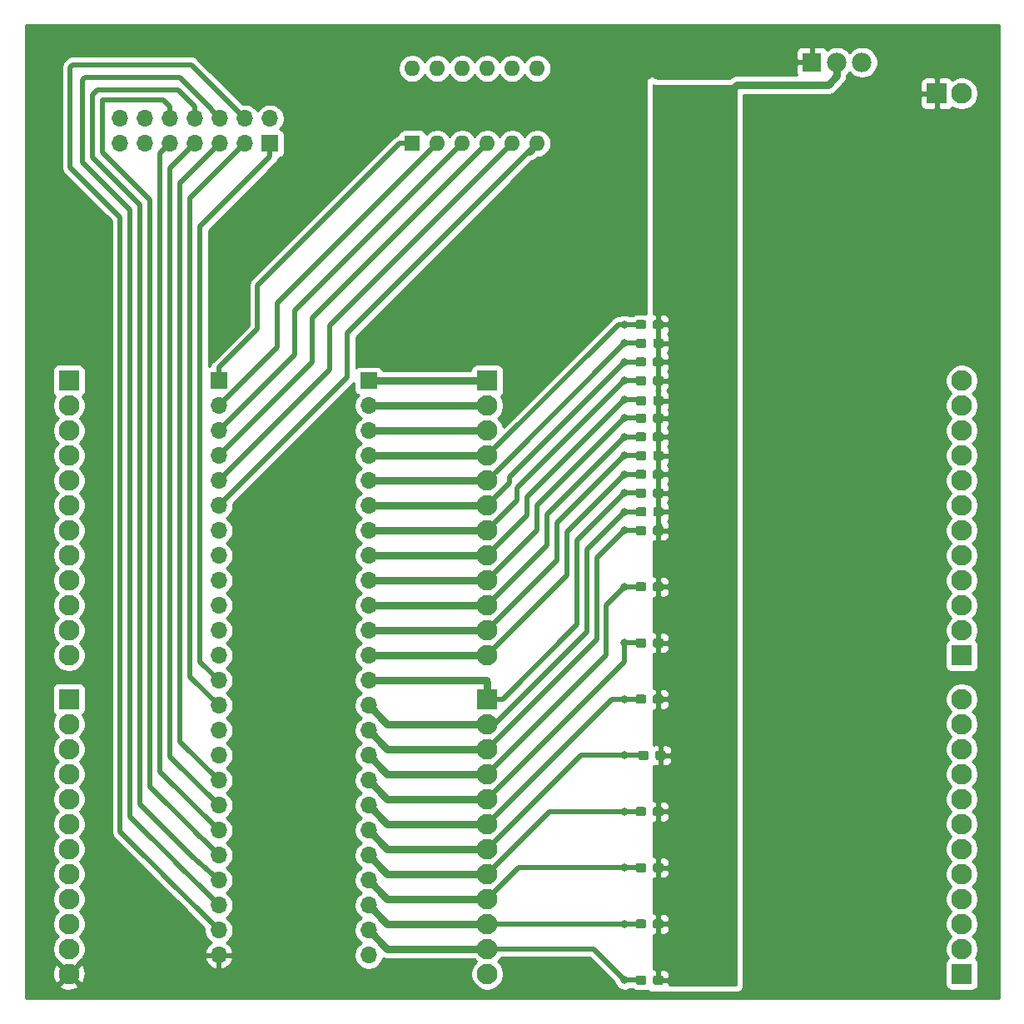
<source format=gbr>
G04 #@! TF.GenerationSoftware,KiCad,Pcbnew,(5.1.5-0-10_14)*
G04 #@! TF.CreationDate,2020-10-24T16:59:39+02:00*
G04 #@! TF.ProjectId,PM Artnet LED DMX,504d2041-7274-46e6-9574-204c45442044,rev?*
G04 #@! TF.SameCoordinates,Original*
G04 #@! TF.FileFunction,Copper,L2,Bot*
G04 #@! TF.FilePolarity,Positive*
%FSLAX46Y46*%
G04 Gerber Fmt 4.6, Leading zero omitted, Abs format (unit mm)*
G04 Created by KiCad (PCBNEW (5.1.5-0-10_14)) date 2020-10-24 16:59:39*
%MOMM*%
%LPD*%
G04 APERTURE LIST*
%ADD10C,1.980000*%
%ADD11R,1.980000X1.980000*%
%ADD12C,0.100000*%
%ADD13C,2.100000*%
%ADD14R,2.100000X2.100000*%
%ADD15O,1.600000X1.600000*%
%ADD16R,1.600000X1.600000*%
%ADD17R,1.700000X1.700000*%
%ADD18O,1.700000X1.700000*%
%ADD19C,0.800000*%
%ADD20C,0.500000*%
%ADD21C,0.750000*%
%ADD22C,0.250000*%
%ADD23C,0.254000*%
G04 APERTURE END LIST*
D10*
X97810000Y-16510000D03*
X95260000Y-16510000D03*
D11*
X92710000Y-16510000D03*
G04 #@! TA.AperFunction,SMDPad,CuDef*
D12*
G36*
X75649779Y-44611144D02*
G01*
X75672834Y-44614563D01*
X75695443Y-44620227D01*
X75717387Y-44628079D01*
X75738457Y-44638044D01*
X75758448Y-44650026D01*
X75777168Y-44663910D01*
X75794438Y-44679562D01*
X75810090Y-44696832D01*
X75823974Y-44715552D01*
X75835956Y-44735543D01*
X75845921Y-44756613D01*
X75853773Y-44778557D01*
X75859437Y-44801166D01*
X75862856Y-44824221D01*
X75864000Y-44847500D01*
X75864000Y-45322500D01*
X75862856Y-45345779D01*
X75859437Y-45368834D01*
X75853773Y-45391443D01*
X75845921Y-45413387D01*
X75835956Y-45434457D01*
X75823974Y-45454448D01*
X75810090Y-45473168D01*
X75794438Y-45490438D01*
X75777168Y-45506090D01*
X75758448Y-45519974D01*
X75738457Y-45531956D01*
X75717387Y-45541921D01*
X75695443Y-45549773D01*
X75672834Y-45555437D01*
X75649779Y-45558856D01*
X75626500Y-45560000D01*
X75051500Y-45560000D01*
X75028221Y-45558856D01*
X75005166Y-45555437D01*
X74982557Y-45549773D01*
X74960613Y-45541921D01*
X74939543Y-45531956D01*
X74919552Y-45519974D01*
X74900832Y-45506090D01*
X74883562Y-45490438D01*
X74867910Y-45473168D01*
X74854026Y-45454448D01*
X74842044Y-45434457D01*
X74832079Y-45413387D01*
X74824227Y-45391443D01*
X74818563Y-45368834D01*
X74815144Y-45345779D01*
X74814000Y-45322500D01*
X74814000Y-44847500D01*
X74815144Y-44824221D01*
X74818563Y-44801166D01*
X74824227Y-44778557D01*
X74832079Y-44756613D01*
X74842044Y-44735543D01*
X74854026Y-44715552D01*
X74867910Y-44696832D01*
X74883562Y-44679562D01*
X74900832Y-44663910D01*
X74919552Y-44650026D01*
X74939543Y-44638044D01*
X74960613Y-44628079D01*
X74982557Y-44620227D01*
X75005166Y-44614563D01*
X75028221Y-44611144D01*
X75051500Y-44610000D01*
X75626500Y-44610000D01*
X75649779Y-44611144D01*
G37*
G04 #@! TD.AperFunction*
G04 #@! TA.AperFunction,SMDPad,CuDef*
G36*
X77399779Y-44611144D02*
G01*
X77422834Y-44614563D01*
X77445443Y-44620227D01*
X77467387Y-44628079D01*
X77488457Y-44638044D01*
X77508448Y-44650026D01*
X77527168Y-44663910D01*
X77544438Y-44679562D01*
X77560090Y-44696832D01*
X77573974Y-44715552D01*
X77585956Y-44735543D01*
X77595921Y-44756613D01*
X77603773Y-44778557D01*
X77609437Y-44801166D01*
X77612856Y-44824221D01*
X77614000Y-44847500D01*
X77614000Y-45322500D01*
X77612856Y-45345779D01*
X77609437Y-45368834D01*
X77603773Y-45391443D01*
X77595921Y-45413387D01*
X77585956Y-45434457D01*
X77573974Y-45454448D01*
X77560090Y-45473168D01*
X77544438Y-45490438D01*
X77527168Y-45506090D01*
X77508448Y-45519974D01*
X77488457Y-45531956D01*
X77467387Y-45541921D01*
X77445443Y-45549773D01*
X77422834Y-45555437D01*
X77399779Y-45558856D01*
X77376500Y-45560000D01*
X76801500Y-45560000D01*
X76778221Y-45558856D01*
X76755166Y-45555437D01*
X76732557Y-45549773D01*
X76710613Y-45541921D01*
X76689543Y-45531956D01*
X76669552Y-45519974D01*
X76650832Y-45506090D01*
X76633562Y-45490438D01*
X76617910Y-45473168D01*
X76604026Y-45454448D01*
X76592044Y-45434457D01*
X76582079Y-45413387D01*
X76574227Y-45391443D01*
X76568563Y-45368834D01*
X76565144Y-45345779D01*
X76564000Y-45322500D01*
X76564000Y-44847500D01*
X76565144Y-44824221D01*
X76568563Y-44801166D01*
X76574227Y-44778557D01*
X76582079Y-44756613D01*
X76592044Y-44735543D01*
X76604026Y-44715552D01*
X76617910Y-44696832D01*
X76633562Y-44679562D01*
X76650832Y-44663910D01*
X76669552Y-44650026D01*
X76689543Y-44638044D01*
X76710613Y-44628079D01*
X76732557Y-44620227D01*
X76755166Y-44614563D01*
X76778221Y-44611144D01*
X76801500Y-44610000D01*
X77376500Y-44610000D01*
X77399779Y-44611144D01*
G37*
G04 #@! TD.AperFunction*
G04 #@! TA.AperFunction,SMDPad,CuDef*
G36*
X75649779Y-50453144D02*
G01*
X75672834Y-50456563D01*
X75695443Y-50462227D01*
X75717387Y-50470079D01*
X75738457Y-50480044D01*
X75758448Y-50492026D01*
X75777168Y-50505910D01*
X75794438Y-50521562D01*
X75810090Y-50538832D01*
X75823974Y-50557552D01*
X75835956Y-50577543D01*
X75845921Y-50598613D01*
X75853773Y-50620557D01*
X75859437Y-50643166D01*
X75862856Y-50666221D01*
X75864000Y-50689500D01*
X75864000Y-51164500D01*
X75862856Y-51187779D01*
X75859437Y-51210834D01*
X75853773Y-51233443D01*
X75845921Y-51255387D01*
X75835956Y-51276457D01*
X75823974Y-51296448D01*
X75810090Y-51315168D01*
X75794438Y-51332438D01*
X75777168Y-51348090D01*
X75758448Y-51361974D01*
X75738457Y-51373956D01*
X75717387Y-51383921D01*
X75695443Y-51391773D01*
X75672834Y-51397437D01*
X75649779Y-51400856D01*
X75626500Y-51402000D01*
X75051500Y-51402000D01*
X75028221Y-51400856D01*
X75005166Y-51397437D01*
X74982557Y-51391773D01*
X74960613Y-51383921D01*
X74939543Y-51373956D01*
X74919552Y-51361974D01*
X74900832Y-51348090D01*
X74883562Y-51332438D01*
X74867910Y-51315168D01*
X74854026Y-51296448D01*
X74842044Y-51276457D01*
X74832079Y-51255387D01*
X74824227Y-51233443D01*
X74818563Y-51210834D01*
X74815144Y-51187779D01*
X74814000Y-51164500D01*
X74814000Y-50689500D01*
X74815144Y-50666221D01*
X74818563Y-50643166D01*
X74824227Y-50620557D01*
X74832079Y-50598613D01*
X74842044Y-50577543D01*
X74854026Y-50557552D01*
X74867910Y-50538832D01*
X74883562Y-50521562D01*
X74900832Y-50505910D01*
X74919552Y-50492026D01*
X74939543Y-50480044D01*
X74960613Y-50470079D01*
X74982557Y-50462227D01*
X75005166Y-50456563D01*
X75028221Y-50453144D01*
X75051500Y-50452000D01*
X75626500Y-50452000D01*
X75649779Y-50453144D01*
G37*
G04 #@! TD.AperFunction*
G04 #@! TA.AperFunction,SMDPad,CuDef*
G36*
X77399779Y-50453144D02*
G01*
X77422834Y-50456563D01*
X77445443Y-50462227D01*
X77467387Y-50470079D01*
X77488457Y-50480044D01*
X77508448Y-50492026D01*
X77527168Y-50505910D01*
X77544438Y-50521562D01*
X77560090Y-50538832D01*
X77573974Y-50557552D01*
X77585956Y-50577543D01*
X77595921Y-50598613D01*
X77603773Y-50620557D01*
X77609437Y-50643166D01*
X77612856Y-50666221D01*
X77614000Y-50689500D01*
X77614000Y-51164500D01*
X77612856Y-51187779D01*
X77609437Y-51210834D01*
X77603773Y-51233443D01*
X77595921Y-51255387D01*
X77585956Y-51276457D01*
X77573974Y-51296448D01*
X77560090Y-51315168D01*
X77544438Y-51332438D01*
X77527168Y-51348090D01*
X77508448Y-51361974D01*
X77488457Y-51373956D01*
X77467387Y-51383921D01*
X77445443Y-51391773D01*
X77422834Y-51397437D01*
X77399779Y-51400856D01*
X77376500Y-51402000D01*
X76801500Y-51402000D01*
X76778221Y-51400856D01*
X76755166Y-51397437D01*
X76732557Y-51391773D01*
X76710613Y-51383921D01*
X76689543Y-51373956D01*
X76669552Y-51361974D01*
X76650832Y-51348090D01*
X76633562Y-51332438D01*
X76617910Y-51315168D01*
X76604026Y-51296448D01*
X76592044Y-51276457D01*
X76582079Y-51255387D01*
X76574227Y-51233443D01*
X76568563Y-51210834D01*
X76565144Y-51187779D01*
X76564000Y-51164500D01*
X76564000Y-50689500D01*
X76565144Y-50666221D01*
X76568563Y-50643166D01*
X76574227Y-50620557D01*
X76582079Y-50598613D01*
X76592044Y-50577543D01*
X76604026Y-50557552D01*
X76617910Y-50538832D01*
X76633562Y-50521562D01*
X76650832Y-50505910D01*
X76669552Y-50492026D01*
X76689543Y-50480044D01*
X76710613Y-50470079D01*
X76732557Y-50462227D01*
X76755166Y-50456563D01*
X76778221Y-50453144D01*
X76801500Y-50452000D01*
X77376500Y-50452000D01*
X77399779Y-50453144D01*
G37*
G04 #@! TD.AperFunction*
G04 #@! TA.AperFunction,SMDPad,CuDef*
G36*
X75649779Y-56041144D02*
G01*
X75672834Y-56044563D01*
X75695443Y-56050227D01*
X75717387Y-56058079D01*
X75738457Y-56068044D01*
X75758448Y-56080026D01*
X75777168Y-56093910D01*
X75794438Y-56109562D01*
X75810090Y-56126832D01*
X75823974Y-56145552D01*
X75835956Y-56165543D01*
X75845921Y-56186613D01*
X75853773Y-56208557D01*
X75859437Y-56231166D01*
X75862856Y-56254221D01*
X75864000Y-56277500D01*
X75864000Y-56752500D01*
X75862856Y-56775779D01*
X75859437Y-56798834D01*
X75853773Y-56821443D01*
X75845921Y-56843387D01*
X75835956Y-56864457D01*
X75823974Y-56884448D01*
X75810090Y-56903168D01*
X75794438Y-56920438D01*
X75777168Y-56936090D01*
X75758448Y-56949974D01*
X75738457Y-56961956D01*
X75717387Y-56971921D01*
X75695443Y-56979773D01*
X75672834Y-56985437D01*
X75649779Y-56988856D01*
X75626500Y-56990000D01*
X75051500Y-56990000D01*
X75028221Y-56988856D01*
X75005166Y-56985437D01*
X74982557Y-56979773D01*
X74960613Y-56971921D01*
X74939543Y-56961956D01*
X74919552Y-56949974D01*
X74900832Y-56936090D01*
X74883562Y-56920438D01*
X74867910Y-56903168D01*
X74854026Y-56884448D01*
X74842044Y-56864457D01*
X74832079Y-56843387D01*
X74824227Y-56821443D01*
X74818563Y-56798834D01*
X74815144Y-56775779D01*
X74814000Y-56752500D01*
X74814000Y-56277500D01*
X74815144Y-56254221D01*
X74818563Y-56231166D01*
X74824227Y-56208557D01*
X74832079Y-56186613D01*
X74842044Y-56165543D01*
X74854026Y-56145552D01*
X74867910Y-56126832D01*
X74883562Y-56109562D01*
X74900832Y-56093910D01*
X74919552Y-56080026D01*
X74939543Y-56068044D01*
X74960613Y-56058079D01*
X74982557Y-56050227D01*
X75005166Y-56044563D01*
X75028221Y-56041144D01*
X75051500Y-56040000D01*
X75626500Y-56040000D01*
X75649779Y-56041144D01*
G37*
G04 #@! TD.AperFunction*
G04 #@! TA.AperFunction,SMDPad,CuDef*
G36*
X77399779Y-56041144D02*
G01*
X77422834Y-56044563D01*
X77445443Y-56050227D01*
X77467387Y-56058079D01*
X77488457Y-56068044D01*
X77508448Y-56080026D01*
X77527168Y-56093910D01*
X77544438Y-56109562D01*
X77560090Y-56126832D01*
X77573974Y-56145552D01*
X77585956Y-56165543D01*
X77595921Y-56186613D01*
X77603773Y-56208557D01*
X77609437Y-56231166D01*
X77612856Y-56254221D01*
X77614000Y-56277500D01*
X77614000Y-56752500D01*
X77612856Y-56775779D01*
X77609437Y-56798834D01*
X77603773Y-56821443D01*
X77595921Y-56843387D01*
X77585956Y-56864457D01*
X77573974Y-56884448D01*
X77560090Y-56903168D01*
X77544438Y-56920438D01*
X77527168Y-56936090D01*
X77508448Y-56949974D01*
X77488457Y-56961956D01*
X77467387Y-56971921D01*
X77445443Y-56979773D01*
X77422834Y-56985437D01*
X77399779Y-56988856D01*
X77376500Y-56990000D01*
X76801500Y-56990000D01*
X76778221Y-56988856D01*
X76755166Y-56985437D01*
X76732557Y-56979773D01*
X76710613Y-56971921D01*
X76689543Y-56961956D01*
X76669552Y-56949974D01*
X76650832Y-56936090D01*
X76633562Y-56920438D01*
X76617910Y-56903168D01*
X76604026Y-56884448D01*
X76592044Y-56864457D01*
X76582079Y-56843387D01*
X76574227Y-56821443D01*
X76568563Y-56798834D01*
X76565144Y-56775779D01*
X76564000Y-56752500D01*
X76564000Y-56277500D01*
X76565144Y-56254221D01*
X76568563Y-56231166D01*
X76574227Y-56208557D01*
X76582079Y-56186613D01*
X76592044Y-56165543D01*
X76604026Y-56145552D01*
X76617910Y-56126832D01*
X76633562Y-56109562D01*
X76650832Y-56093910D01*
X76669552Y-56080026D01*
X76689543Y-56068044D01*
X76710613Y-56058079D01*
X76732557Y-56050227D01*
X76755166Y-56044563D01*
X76778221Y-56041144D01*
X76801500Y-56040000D01*
X77376500Y-56040000D01*
X77399779Y-56041144D01*
G37*
G04 #@! TD.AperFunction*
G04 #@! TA.AperFunction,SMDPad,CuDef*
G36*
X75635779Y-69376144D02*
G01*
X75658834Y-69379563D01*
X75681443Y-69385227D01*
X75703387Y-69393079D01*
X75724457Y-69403044D01*
X75744448Y-69415026D01*
X75763168Y-69428910D01*
X75780438Y-69444562D01*
X75796090Y-69461832D01*
X75809974Y-69480552D01*
X75821956Y-69500543D01*
X75831921Y-69521613D01*
X75839773Y-69543557D01*
X75845437Y-69566166D01*
X75848856Y-69589221D01*
X75850000Y-69612500D01*
X75850000Y-70087500D01*
X75848856Y-70110779D01*
X75845437Y-70133834D01*
X75839773Y-70156443D01*
X75831921Y-70178387D01*
X75821956Y-70199457D01*
X75809974Y-70219448D01*
X75796090Y-70238168D01*
X75780438Y-70255438D01*
X75763168Y-70271090D01*
X75744448Y-70284974D01*
X75724457Y-70296956D01*
X75703387Y-70306921D01*
X75681443Y-70314773D01*
X75658834Y-70320437D01*
X75635779Y-70323856D01*
X75612500Y-70325000D01*
X75037500Y-70325000D01*
X75014221Y-70323856D01*
X74991166Y-70320437D01*
X74968557Y-70314773D01*
X74946613Y-70306921D01*
X74925543Y-70296956D01*
X74905552Y-70284974D01*
X74886832Y-70271090D01*
X74869562Y-70255438D01*
X74853910Y-70238168D01*
X74840026Y-70219448D01*
X74828044Y-70199457D01*
X74818079Y-70178387D01*
X74810227Y-70156443D01*
X74804563Y-70133834D01*
X74801144Y-70110779D01*
X74800000Y-70087500D01*
X74800000Y-69612500D01*
X74801144Y-69589221D01*
X74804563Y-69566166D01*
X74810227Y-69543557D01*
X74818079Y-69521613D01*
X74828044Y-69500543D01*
X74840026Y-69480552D01*
X74853910Y-69461832D01*
X74869562Y-69444562D01*
X74886832Y-69428910D01*
X74905552Y-69415026D01*
X74925543Y-69403044D01*
X74946613Y-69393079D01*
X74968557Y-69385227D01*
X74991166Y-69379563D01*
X75014221Y-69376144D01*
X75037500Y-69375000D01*
X75612500Y-69375000D01*
X75635779Y-69376144D01*
G37*
G04 #@! TD.AperFunction*
G04 #@! TA.AperFunction,SMDPad,CuDef*
G36*
X77385779Y-69376144D02*
G01*
X77408834Y-69379563D01*
X77431443Y-69385227D01*
X77453387Y-69393079D01*
X77474457Y-69403044D01*
X77494448Y-69415026D01*
X77513168Y-69428910D01*
X77530438Y-69444562D01*
X77546090Y-69461832D01*
X77559974Y-69480552D01*
X77571956Y-69500543D01*
X77581921Y-69521613D01*
X77589773Y-69543557D01*
X77595437Y-69566166D01*
X77598856Y-69589221D01*
X77600000Y-69612500D01*
X77600000Y-70087500D01*
X77598856Y-70110779D01*
X77595437Y-70133834D01*
X77589773Y-70156443D01*
X77581921Y-70178387D01*
X77571956Y-70199457D01*
X77559974Y-70219448D01*
X77546090Y-70238168D01*
X77530438Y-70255438D01*
X77513168Y-70271090D01*
X77494448Y-70284974D01*
X77474457Y-70296956D01*
X77453387Y-70306921D01*
X77431443Y-70314773D01*
X77408834Y-70320437D01*
X77385779Y-70323856D01*
X77362500Y-70325000D01*
X76787500Y-70325000D01*
X76764221Y-70323856D01*
X76741166Y-70320437D01*
X76718557Y-70314773D01*
X76696613Y-70306921D01*
X76675543Y-70296956D01*
X76655552Y-70284974D01*
X76636832Y-70271090D01*
X76619562Y-70255438D01*
X76603910Y-70238168D01*
X76590026Y-70219448D01*
X76578044Y-70199457D01*
X76568079Y-70178387D01*
X76560227Y-70156443D01*
X76554563Y-70133834D01*
X76551144Y-70110779D01*
X76550000Y-70087500D01*
X76550000Y-69612500D01*
X76551144Y-69589221D01*
X76554563Y-69566166D01*
X76560227Y-69543557D01*
X76568079Y-69521613D01*
X76578044Y-69500543D01*
X76590026Y-69480552D01*
X76603910Y-69461832D01*
X76619562Y-69444562D01*
X76636832Y-69428910D01*
X76655552Y-69415026D01*
X76675543Y-69403044D01*
X76696613Y-69393079D01*
X76718557Y-69385227D01*
X76741166Y-69379563D01*
X76764221Y-69376144D01*
X76787500Y-69375000D01*
X77362500Y-69375000D01*
X77385779Y-69376144D01*
G37*
G04 #@! TD.AperFunction*
G04 #@! TA.AperFunction,SMDPad,CuDef*
G36*
X75635779Y-75091144D02*
G01*
X75658834Y-75094563D01*
X75681443Y-75100227D01*
X75703387Y-75108079D01*
X75724457Y-75118044D01*
X75744448Y-75130026D01*
X75763168Y-75143910D01*
X75780438Y-75159562D01*
X75796090Y-75176832D01*
X75809974Y-75195552D01*
X75821956Y-75215543D01*
X75831921Y-75236613D01*
X75839773Y-75258557D01*
X75845437Y-75281166D01*
X75848856Y-75304221D01*
X75850000Y-75327500D01*
X75850000Y-75802500D01*
X75848856Y-75825779D01*
X75845437Y-75848834D01*
X75839773Y-75871443D01*
X75831921Y-75893387D01*
X75821956Y-75914457D01*
X75809974Y-75934448D01*
X75796090Y-75953168D01*
X75780438Y-75970438D01*
X75763168Y-75986090D01*
X75744448Y-75999974D01*
X75724457Y-76011956D01*
X75703387Y-76021921D01*
X75681443Y-76029773D01*
X75658834Y-76035437D01*
X75635779Y-76038856D01*
X75612500Y-76040000D01*
X75037500Y-76040000D01*
X75014221Y-76038856D01*
X74991166Y-76035437D01*
X74968557Y-76029773D01*
X74946613Y-76021921D01*
X74925543Y-76011956D01*
X74905552Y-75999974D01*
X74886832Y-75986090D01*
X74869562Y-75970438D01*
X74853910Y-75953168D01*
X74840026Y-75934448D01*
X74828044Y-75914457D01*
X74818079Y-75893387D01*
X74810227Y-75871443D01*
X74804563Y-75848834D01*
X74801144Y-75825779D01*
X74800000Y-75802500D01*
X74800000Y-75327500D01*
X74801144Y-75304221D01*
X74804563Y-75281166D01*
X74810227Y-75258557D01*
X74818079Y-75236613D01*
X74828044Y-75215543D01*
X74840026Y-75195552D01*
X74853910Y-75176832D01*
X74869562Y-75159562D01*
X74886832Y-75143910D01*
X74905552Y-75130026D01*
X74925543Y-75118044D01*
X74946613Y-75108079D01*
X74968557Y-75100227D01*
X74991166Y-75094563D01*
X75014221Y-75091144D01*
X75037500Y-75090000D01*
X75612500Y-75090000D01*
X75635779Y-75091144D01*
G37*
G04 #@! TD.AperFunction*
G04 #@! TA.AperFunction,SMDPad,CuDef*
G36*
X77385779Y-75091144D02*
G01*
X77408834Y-75094563D01*
X77431443Y-75100227D01*
X77453387Y-75108079D01*
X77474457Y-75118044D01*
X77494448Y-75130026D01*
X77513168Y-75143910D01*
X77530438Y-75159562D01*
X77546090Y-75176832D01*
X77559974Y-75195552D01*
X77571956Y-75215543D01*
X77581921Y-75236613D01*
X77589773Y-75258557D01*
X77595437Y-75281166D01*
X77598856Y-75304221D01*
X77600000Y-75327500D01*
X77600000Y-75802500D01*
X77598856Y-75825779D01*
X77595437Y-75848834D01*
X77589773Y-75871443D01*
X77581921Y-75893387D01*
X77571956Y-75914457D01*
X77559974Y-75934448D01*
X77546090Y-75953168D01*
X77530438Y-75970438D01*
X77513168Y-75986090D01*
X77494448Y-75999974D01*
X77474457Y-76011956D01*
X77453387Y-76021921D01*
X77431443Y-76029773D01*
X77408834Y-76035437D01*
X77385779Y-76038856D01*
X77362500Y-76040000D01*
X76787500Y-76040000D01*
X76764221Y-76038856D01*
X76741166Y-76035437D01*
X76718557Y-76029773D01*
X76696613Y-76021921D01*
X76675543Y-76011956D01*
X76655552Y-75999974D01*
X76636832Y-75986090D01*
X76619562Y-75970438D01*
X76603910Y-75953168D01*
X76590026Y-75934448D01*
X76578044Y-75914457D01*
X76568079Y-75893387D01*
X76560227Y-75871443D01*
X76554563Y-75848834D01*
X76551144Y-75825779D01*
X76550000Y-75802500D01*
X76550000Y-75327500D01*
X76551144Y-75304221D01*
X76554563Y-75281166D01*
X76560227Y-75258557D01*
X76568079Y-75236613D01*
X76578044Y-75215543D01*
X76590026Y-75195552D01*
X76603910Y-75176832D01*
X76619562Y-75159562D01*
X76636832Y-75143910D01*
X76655552Y-75130026D01*
X76675543Y-75118044D01*
X76696613Y-75108079D01*
X76718557Y-75100227D01*
X76741166Y-75094563D01*
X76764221Y-75091144D01*
X76787500Y-75090000D01*
X77362500Y-75090000D01*
X77385779Y-75091144D01*
G37*
G04 #@! TD.AperFunction*
G04 #@! TA.AperFunction,SMDPad,CuDef*
G36*
X75635779Y-80806144D02*
G01*
X75658834Y-80809563D01*
X75681443Y-80815227D01*
X75703387Y-80823079D01*
X75724457Y-80833044D01*
X75744448Y-80845026D01*
X75763168Y-80858910D01*
X75780438Y-80874562D01*
X75796090Y-80891832D01*
X75809974Y-80910552D01*
X75821956Y-80930543D01*
X75831921Y-80951613D01*
X75839773Y-80973557D01*
X75845437Y-80996166D01*
X75848856Y-81019221D01*
X75850000Y-81042500D01*
X75850000Y-81517500D01*
X75848856Y-81540779D01*
X75845437Y-81563834D01*
X75839773Y-81586443D01*
X75831921Y-81608387D01*
X75821956Y-81629457D01*
X75809974Y-81649448D01*
X75796090Y-81668168D01*
X75780438Y-81685438D01*
X75763168Y-81701090D01*
X75744448Y-81714974D01*
X75724457Y-81726956D01*
X75703387Y-81736921D01*
X75681443Y-81744773D01*
X75658834Y-81750437D01*
X75635779Y-81753856D01*
X75612500Y-81755000D01*
X75037500Y-81755000D01*
X75014221Y-81753856D01*
X74991166Y-81750437D01*
X74968557Y-81744773D01*
X74946613Y-81736921D01*
X74925543Y-81726956D01*
X74905552Y-81714974D01*
X74886832Y-81701090D01*
X74869562Y-81685438D01*
X74853910Y-81668168D01*
X74840026Y-81649448D01*
X74828044Y-81629457D01*
X74818079Y-81608387D01*
X74810227Y-81586443D01*
X74804563Y-81563834D01*
X74801144Y-81540779D01*
X74800000Y-81517500D01*
X74800000Y-81042500D01*
X74801144Y-81019221D01*
X74804563Y-80996166D01*
X74810227Y-80973557D01*
X74818079Y-80951613D01*
X74828044Y-80930543D01*
X74840026Y-80910552D01*
X74853910Y-80891832D01*
X74869562Y-80874562D01*
X74886832Y-80858910D01*
X74905552Y-80845026D01*
X74925543Y-80833044D01*
X74946613Y-80823079D01*
X74968557Y-80815227D01*
X74991166Y-80809563D01*
X75014221Y-80806144D01*
X75037500Y-80805000D01*
X75612500Y-80805000D01*
X75635779Y-80806144D01*
G37*
G04 #@! TD.AperFunction*
G04 #@! TA.AperFunction,SMDPad,CuDef*
G36*
X77385779Y-80806144D02*
G01*
X77408834Y-80809563D01*
X77431443Y-80815227D01*
X77453387Y-80823079D01*
X77474457Y-80833044D01*
X77494448Y-80845026D01*
X77513168Y-80858910D01*
X77530438Y-80874562D01*
X77546090Y-80891832D01*
X77559974Y-80910552D01*
X77571956Y-80930543D01*
X77581921Y-80951613D01*
X77589773Y-80973557D01*
X77595437Y-80996166D01*
X77598856Y-81019221D01*
X77600000Y-81042500D01*
X77600000Y-81517500D01*
X77598856Y-81540779D01*
X77595437Y-81563834D01*
X77589773Y-81586443D01*
X77581921Y-81608387D01*
X77571956Y-81629457D01*
X77559974Y-81649448D01*
X77546090Y-81668168D01*
X77530438Y-81685438D01*
X77513168Y-81701090D01*
X77494448Y-81714974D01*
X77474457Y-81726956D01*
X77453387Y-81736921D01*
X77431443Y-81744773D01*
X77408834Y-81750437D01*
X77385779Y-81753856D01*
X77362500Y-81755000D01*
X76787500Y-81755000D01*
X76764221Y-81753856D01*
X76741166Y-81750437D01*
X76718557Y-81744773D01*
X76696613Y-81736921D01*
X76675543Y-81726956D01*
X76655552Y-81714974D01*
X76636832Y-81701090D01*
X76619562Y-81685438D01*
X76603910Y-81668168D01*
X76590026Y-81649448D01*
X76578044Y-81629457D01*
X76568079Y-81608387D01*
X76560227Y-81586443D01*
X76554563Y-81563834D01*
X76551144Y-81540779D01*
X76550000Y-81517500D01*
X76550000Y-81042500D01*
X76551144Y-81019221D01*
X76554563Y-80996166D01*
X76560227Y-80973557D01*
X76568079Y-80951613D01*
X76578044Y-80930543D01*
X76590026Y-80910552D01*
X76603910Y-80891832D01*
X76619562Y-80874562D01*
X76636832Y-80858910D01*
X76655552Y-80845026D01*
X76675543Y-80833044D01*
X76696613Y-80823079D01*
X76718557Y-80815227D01*
X76741166Y-80809563D01*
X76764221Y-80806144D01*
X76787500Y-80805000D01*
X77362500Y-80805000D01*
X77385779Y-80806144D01*
G37*
G04 #@! TD.AperFunction*
G04 #@! TA.AperFunction,SMDPad,CuDef*
G36*
X75635779Y-92236144D02*
G01*
X75658834Y-92239563D01*
X75681443Y-92245227D01*
X75703387Y-92253079D01*
X75724457Y-92263044D01*
X75744448Y-92275026D01*
X75763168Y-92288910D01*
X75780438Y-92304562D01*
X75796090Y-92321832D01*
X75809974Y-92340552D01*
X75821956Y-92360543D01*
X75831921Y-92381613D01*
X75839773Y-92403557D01*
X75845437Y-92426166D01*
X75848856Y-92449221D01*
X75850000Y-92472500D01*
X75850000Y-92947500D01*
X75848856Y-92970779D01*
X75845437Y-92993834D01*
X75839773Y-93016443D01*
X75831921Y-93038387D01*
X75821956Y-93059457D01*
X75809974Y-93079448D01*
X75796090Y-93098168D01*
X75780438Y-93115438D01*
X75763168Y-93131090D01*
X75744448Y-93144974D01*
X75724457Y-93156956D01*
X75703387Y-93166921D01*
X75681443Y-93174773D01*
X75658834Y-93180437D01*
X75635779Y-93183856D01*
X75612500Y-93185000D01*
X75037500Y-93185000D01*
X75014221Y-93183856D01*
X74991166Y-93180437D01*
X74968557Y-93174773D01*
X74946613Y-93166921D01*
X74925543Y-93156956D01*
X74905552Y-93144974D01*
X74886832Y-93131090D01*
X74869562Y-93115438D01*
X74853910Y-93098168D01*
X74840026Y-93079448D01*
X74828044Y-93059457D01*
X74818079Y-93038387D01*
X74810227Y-93016443D01*
X74804563Y-92993834D01*
X74801144Y-92970779D01*
X74800000Y-92947500D01*
X74800000Y-92472500D01*
X74801144Y-92449221D01*
X74804563Y-92426166D01*
X74810227Y-92403557D01*
X74818079Y-92381613D01*
X74828044Y-92360543D01*
X74840026Y-92340552D01*
X74853910Y-92321832D01*
X74869562Y-92304562D01*
X74886832Y-92288910D01*
X74905552Y-92275026D01*
X74925543Y-92263044D01*
X74946613Y-92253079D01*
X74968557Y-92245227D01*
X74991166Y-92239563D01*
X75014221Y-92236144D01*
X75037500Y-92235000D01*
X75612500Y-92235000D01*
X75635779Y-92236144D01*
G37*
G04 #@! TD.AperFunction*
G04 #@! TA.AperFunction,SMDPad,CuDef*
G36*
X77385779Y-92236144D02*
G01*
X77408834Y-92239563D01*
X77431443Y-92245227D01*
X77453387Y-92253079D01*
X77474457Y-92263044D01*
X77494448Y-92275026D01*
X77513168Y-92288910D01*
X77530438Y-92304562D01*
X77546090Y-92321832D01*
X77559974Y-92340552D01*
X77571956Y-92360543D01*
X77581921Y-92381613D01*
X77589773Y-92403557D01*
X77595437Y-92426166D01*
X77598856Y-92449221D01*
X77600000Y-92472500D01*
X77600000Y-92947500D01*
X77598856Y-92970779D01*
X77595437Y-92993834D01*
X77589773Y-93016443D01*
X77581921Y-93038387D01*
X77571956Y-93059457D01*
X77559974Y-93079448D01*
X77546090Y-93098168D01*
X77530438Y-93115438D01*
X77513168Y-93131090D01*
X77494448Y-93144974D01*
X77474457Y-93156956D01*
X77453387Y-93166921D01*
X77431443Y-93174773D01*
X77408834Y-93180437D01*
X77385779Y-93183856D01*
X77362500Y-93185000D01*
X76787500Y-93185000D01*
X76764221Y-93183856D01*
X76741166Y-93180437D01*
X76718557Y-93174773D01*
X76696613Y-93166921D01*
X76675543Y-93156956D01*
X76655552Y-93144974D01*
X76636832Y-93131090D01*
X76619562Y-93115438D01*
X76603910Y-93098168D01*
X76590026Y-93079448D01*
X76578044Y-93059457D01*
X76568079Y-93038387D01*
X76560227Y-93016443D01*
X76554563Y-92993834D01*
X76551144Y-92970779D01*
X76550000Y-92947500D01*
X76550000Y-92472500D01*
X76551144Y-92449221D01*
X76554563Y-92426166D01*
X76560227Y-92403557D01*
X76568079Y-92381613D01*
X76578044Y-92360543D01*
X76590026Y-92340552D01*
X76603910Y-92321832D01*
X76619562Y-92304562D01*
X76636832Y-92288910D01*
X76655552Y-92275026D01*
X76675543Y-92263044D01*
X76696613Y-92253079D01*
X76718557Y-92245227D01*
X76741166Y-92239563D01*
X76764221Y-92236144D01*
X76787500Y-92235000D01*
X77362500Y-92235000D01*
X77385779Y-92236144D01*
G37*
G04 #@! TD.AperFunction*
G04 #@! TA.AperFunction,SMDPad,CuDef*
G36*
X75635779Y-97951144D02*
G01*
X75658834Y-97954563D01*
X75681443Y-97960227D01*
X75703387Y-97968079D01*
X75724457Y-97978044D01*
X75744448Y-97990026D01*
X75763168Y-98003910D01*
X75780438Y-98019562D01*
X75796090Y-98036832D01*
X75809974Y-98055552D01*
X75821956Y-98075543D01*
X75831921Y-98096613D01*
X75839773Y-98118557D01*
X75845437Y-98141166D01*
X75848856Y-98164221D01*
X75850000Y-98187500D01*
X75850000Y-98662500D01*
X75848856Y-98685779D01*
X75845437Y-98708834D01*
X75839773Y-98731443D01*
X75831921Y-98753387D01*
X75821956Y-98774457D01*
X75809974Y-98794448D01*
X75796090Y-98813168D01*
X75780438Y-98830438D01*
X75763168Y-98846090D01*
X75744448Y-98859974D01*
X75724457Y-98871956D01*
X75703387Y-98881921D01*
X75681443Y-98889773D01*
X75658834Y-98895437D01*
X75635779Y-98898856D01*
X75612500Y-98900000D01*
X75037500Y-98900000D01*
X75014221Y-98898856D01*
X74991166Y-98895437D01*
X74968557Y-98889773D01*
X74946613Y-98881921D01*
X74925543Y-98871956D01*
X74905552Y-98859974D01*
X74886832Y-98846090D01*
X74869562Y-98830438D01*
X74853910Y-98813168D01*
X74840026Y-98794448D01*
X74828044Y-98774457D01*
X74818079Y-98753387D01*
X74810227Y-98731443D01*
X74804563Y-98708834D01*
X74801144Y-98685779D01*
X74800000Y-98662500D01*
X74800000Y-98187500D01*
X74801144Y-98164221D01*
X74804563Y-98141166D01*
X74810227Y-98118557D01*
X74818079Y-98096613D01*
X74828044Y-98075543D01*
X74840026Y-98055552D01*
X74853910Y-98036832D01*
X74869562Y-98019562D01*
X74886832Y-98003910D01*
X74905552Y-97990026D01*
X74925543Y-97978044D01*
X74946613Y-97968079D01*
X74968557Y-97960227D01*
X74991166Y-97954563D01*
X75014221Y-97951144D01*
X75037500Y-97950000D01*
X75612500Y-97950000D01*
X75635779Y-97951144D01*
G37*
G04 #@! TD.AperFunction*
G04 #@! TA.AperFunction,SMDPad,CuDef*
G36*
X77385779Y-97951144D02*
G01*
X77408834Y-97954563D01*
X77431443Y-97960227D01*
X77453387Y-97968079D01*
X77474457Y-97978044D01*
X77494448Y-97990026D01*
X77513168Y-98003910D01*
X77530438Y-98019562D01*
X77546090Y-98036832D01*
X77559974Y-98055552D01*
X77571956Y-98075543D01*
X77581921Y-98096613D01*
X77589773Y-98118557D01*
X77595437Y-98141166D01*
X77598856Y-98164221D01*
X77600000Y-98187500D01*
X77600000Y-98662500D01*
X77598856Y-98685779D01*
X77595437Y-98708834D01*
X77589773Y-98731443D01*
X77581921Y-98753387D01*
X77571956Y-98774457D01*
X77559974Y-98794448D01*
X77546090Y-98813168D01*
X77530438Y-98830438D01*
X77513168Y-98846090D01*
X77494448Y-98859974D01*
X77474457Y-98871956D01*
X77453387Y-98881921D01*
X77431443Y-98889773D01*
X77408834Y-98895437D01*
X77385779Y-98898856D01*
X77362500Y-98900000D01*
X76787500Y-98900000D01*
X76764221Y-98898856D01*
X76741166Y-98895437D01*
X76718557Y-98889773D01*
X76696613Y-98881921D01*
X76675543Y-98871956D01*
X76655552Y-98859974D01*
X76636832Y-98846090D01*
X76619562Y-98830438D01*
X76603910Y-98813168D01*
X76590026Y-98794448D01*
X76578044Y-98774457D01*
X76568079Y-98753387D01*
X76560227Y-98731443D01*
X76554563Y-98708834D01*
X76551144Y-98685779D01*
X76550000Y-98662500D01*
X76550000Y-98187500D01*
X76551144Y-98164221D01*
X76554563Y-98141166D01*
X76560227Y-98118557D01*
X76568079Y-98096613D01*
X76578044Y-98075543D01*
X76590026Y-98055552D01*
X76603910Y-98036832D01*
X76619562Y-98019562D01*
X76636832Y-98003910D01*
X76655552Y-97990026D01*
X76675543Y-97978044D01*
X76696613Y-97968079D01*
X76718557Y-97960227D01*
X76741166Y-97954563D01*
X76764221Y-97951144D01*
X76787500Y-97950000D01*
X77362500Y-97950000D01*
X77385779Y-97951144D01*
G37*
G04 #@! TD.AperFunction*
G04 #@! TA.AperFunction,SMDPad,CuDef*
G36*
X75635779Y-103666144D02*
G01*
X75658834Y-103669563D01*
X75681443Y-103675227D01*
X75703387Y-103683079D01*
X75724457Y-103693044D01*
X75744448Y-103705026D01*
X75763168Y-103718910D01*
X75780438Y-103734562D01*
X75796090Y-103751832D01*
X75809974Y-103770552D01*
X75821956Y-103790543D01*
X75831921Y-103811613D01*
X75839773Y-103833557D01*
X75845437Y-103856166D01*
X75848856Y-103879221D01*
X75850000Y-103902500D01*
X75850000Y-104377500D01*
X75848856Y-104400779D01*
X75845437Y-104423834D01*
X75839773Y-104446443D01*
X75831921Y-104468387D01*
X75821956Y-104489457D01*
X75809974Y-104509448D01*
X75796090Y-104528168D01*
X75780438Y-104545438D01*
X75763168Y-104561090D01*
X75744448Y-104574974D01*
X75724457Y-104586956D01*
X75703387Y-104596921D01*
X75681443Y-104604773D01*
X75658834Y-104610437D01*
X75635779Y-104613856D01*
X75612500Y-104615000D01*
X75037500Y-104615000D01*
X75014221Y-104613856D01*
X74991166Y-104610437D01*
X74968557Y-104604773D01*
X74946613Y-104596921D01*
X74925543Y-104586956D01*
X74905552Y-104574974D01*
X74886832Y-104561090D01*
X74869562Y-104545438D01*
X74853910Y-104528168D01*
X74840026Y-104509448D01*
X74828044Y-104489457D01*
X74818079Y-104468387D01*
X74810227Y-104446443D01*
X74804563Y-104423834D01*
X74801144Y-104400779D01*
X74800000Y-104377500D01*
X74800000Y-103902500D01*
X74801144Y-103879221D01*
X74804563Y-103856166D01*
X74810227Y-103833557D01*
X74818079Y-103811613D01*
X74828044Y-103790543D01*
X74840026Y-103770552D01*
X74853910Y-103751832D01*
X74869562Y-103734562D01*
X74886832Y-103718910D01*
X74905552Y-103705026D01*
X74925543Y-103693044D01*
X74946613Y-103683079D01*
X74968557Y-103675227D01*
X74991166Y-103669563D01*
X75014221Y-103666144D01*
X75037500Y-103665000D01*
X75612500Y-103665000D01*
X75635779Y-103666144D01*
G37*
G04 #@! TD.AperFunction*
G04 #@! TA.AperFunction,SMDPad,CuDef*
G36*
X77385779Y-103666144D02*
G01*
X77408834Y-103669563D01*
X77431443Y-103675227D01*
X77453387Y-103683079D01*
X77474457Y-103693044D01*
X77494448Y-103705026D01*
X77513168Y-103718910D01*
X77530438Y-103734562D01*
X77546090Y-103751832D01*
X77559974Y-103770552D01*
X77571956Y-103790543D01*
X77581921Y-103811613D01*
X77589773Y-103833557D01*
X77595437Y-103856166D01*
X77598856Y-103879221D01*
X77600000Y-103902500D01*
X77600000Y-104377500D01*
X77598856Y-104400779D01*
X77595437Y-104423834D01*
X77589773Y-104446443D01*
X77581921Y-104468387D01*
X77571956Y-104489457D01*
X77559974Y-104509448D01*
X77546090Y-104528168D01*
X77530438Y-104545438D01*
X77513168Y-104561090D01*
X77494448Y-104574974D01*
X77474457Y-104586956D01*
X77453387Y-104596921D01*
X77431443Y-104604773D01*
X77408834Y-104610437D01*
X77385779Y-104613856D01*
X77362500Y-104615000D01*
X76787500Y-104615000D01*
X76764221Y-104613856D01*
X76741166Y-104610437D01*
X76718557Y-104604773D01*
X76696613Y-104596921D01*
X76675543Y-104586956D01*
X76655552Y-104574974D01*
X76636832Y-104561090D01*
X76619562Y-104545438D01*
X76603910Y-104528168D01*
X76590026Y-104509448D01*
X76578044Y-104489457D01*
X76568079Y-104468387D01*
X76560227Y-104446443D01*
X76554563Y-104423834D01*
X76551144Y-104400779D01*
X76550000Y-104377500D01*
X76550000Y-103902500D01*
X76551144Y-103879221D01*
X76554563Y-103856166D01*
X76560227Y-103833557D01*
X76568079Y-103811613D01*
X76578044Y-103790543D01*
X76590026Y-103770552D01*
X76603910Y-103751832D01*
X76619562Y-103734562D01*
X76636832Y-103718910D01*
X76655552Y-103705026D01*
X76675543Y-103693044D01*
X76696613Y-103683079D01*
X76718557Y-103675227D01*
X76741166Y-103669563D01*
X76764221Y-103666144D01*
X76787500Y-103665000D01*
X77362500Y-103665000D01*
X77385779Y-103666144D01*
G37*
G04 #@! TD.AperFunction*
G04 #@! TA.AperFunction,SMDPad,CuDef*
G36*
X75635779Y-109381144D02*
G01*
X75658834Y-109384563D01*
X75681443Y-109390227D01*
X75703387Y-109398079D01*
X75724457Y-109408044D01*
X75744448Y-109420026D01*
X75763168Y-109433910D01*
X75780438Y-109449562D01*
X75796090Y-109466832D01*
X75809974Y-109485552D01*
X75821956Y-109505543D01*
X75831921Y-109526613D01*
X75839773Y-109548557D01*
X75845437Y-109571166D01*
X75848856Y-109594221D01*
X75850000Y-109617500D01*
X75850000Y-110092500D01*
X75848856Y-110115779D01*
X75845437Y-110138834D01*
X75839773Y-110161443D01*
X75831921Y-110183387D01*
X75821956Y-110204457D01*
X75809974Y-110224448D01*
X75796090Y-110243168D01*
X75780438Y-110260438D01*
X75763168Y-110276090D01*
X75744448Y-110289974D01*
X75724457Y-110301956D01*
X75703387Y-110311921D01*
X75681443Y-110319773D01*
X75658834Y-110325437D01*
X75635779Y-110328856D01*
X75612500Y-110330000D01*
X75037500Y-110330000D01*
X75014221Y-110328856D01*
X74991166Y-110325437D01*
X74968557Y-110319773D01*
X74946613Y-110311921D01*
X74925543Y-110301956D01*
X74905552Y-110289974D01*
X74886832Y-110276090D01*
X74869562Y-110260438D01*
X74853910Y-110243168D01*
X74840026Y-110224448D01*
X74828044Y-110204457D01*
X74818079Y-110183387D01*
X74810227Y-110161443D01*
X74804563Y-110138834D01*
X74801144Y-110115779D01*
X74800000Y-110092500D01*
X74800000Y-109617500D01*
X74801144Y-109594221D01*
X74804563Y-109571166D01*
X74810227Y-109548557D01*
X74818079Y-109526613D01*
X74828044Y-109505543D01*
X74840026Y-109485552D01*
X74853910Y-109466832D01*
X74869562Y-109449562D01*
X74886832Y-109433910D01*
X74905552Y-109420026D01*
X74925543Y-109408044D01*
X74946613Y-109398079D01*
X74968557Y-109390227D01*
X74991166Y-109384563D01*
X75014221Y-109381144D01*
X75037500Y-109380000D01*
X75612500Y-109380000D01*
X75635779Y-109381144D01*
G37*
G04 #@! TD.AperFunction*
G04 #@! TA.AperFunction,SMDPad,CuDef*
G36*
X77385779Y-109381144D02*
G01*
X77408834Y-109384563D01*
X77431443Y-109390227D01*
X77453387Y-109398079D01*
X77474457Y-109408044D01*
X77494448Y-109420026D01*
X77513168Y-109433910D01*
X77530438Y-109449562D01*
X77546090Y-109466832D01*
X77559974Y-109485552D01*
X77571956Y-109505543D01*
X77581921Y-109526613D01*
X77589773Y-109548557D01*
X77595437Y-109571166D01*
X77598856Y-109594221D01*
X77600000Y-109617500D01*
X77600000Y-110092500D01*
X77598856Y-110115779D01*
X77595437Y-110138834D01*
X77589773Y-110161443D01*
X77581921Y-110183387D01*
X77571956Y-110204457D01*
X77559974Y-110224448D01*
X77546090Y-110243168D01*
X77530438Y-110260438D01*
X77513168Y-110276090D01*
X77494448Y-110289974D01*
X77474457Y-110301956D01*
X77453387Y-110311921D01*
X77431443Y-110319773D01*
X77408834Y-110325437D01*
X77385779Y-110328856D01*
X77362500Y-110330000D01*
X76787500Y-110330000D01*
X76764221Y-110328856D01*
X76741166Y-110325437D01*
X76718557Y-110319773D01*
X76696613Y-110311921D01*
X76675543Y-110301956D01*
X76655552Y-110289974D01*
X76636832Y-110276090D01*
X76619562Y-110260438D01*
X76603910Y-110243168D01*
X76590026Y-110224448D01*
X76578044Y-110204457D01*
X76568079Y-110183387D01*
X76560227Y-110161443D01*
X76554563Y-110138834D01*
X76551144Y-110115779D01*
X76550000Y-110092500D01*
X76550000Y-109617500D01*
X76551144Y-109594221D01*
X76554563Y-109571166D01*
X76560227Y-109548557D01*
X76568079Y-109526613D01*
X76578044Y-109505543D01*
X76590026Y-109485552D01*
X76603910Y-109466832D01*
X76619562Y-109449562D01*
X76636832Y-109433910D01*
X76655552Y-109420026D01*
X76675543Y-109408044D01*
X76696613Y-109398079D01*
X76718557Y-109390227D01*
X76741166Y-109384563D01*
X76764221Y-109381144D01*
X76787500Y-109380000D01*
X77362500Y-109380000D01*
X77385779Y-109381144D01*
G37*
G04 #@! TD.AperFunction*
G04 #@! TA.AperFunction,SMDPad,CuDef*
G36*
X75875779Y-86521144D02*
G01*
X75898834Y-86524563D01*
X75921443Y-86530227D01*
X75943387Y-86538079D01*
X75964457Y-86548044D01*
X75984448Y-86560026D01*
X76003168Y-86573910D01*
X76020438Y-86589562D01*
X76036090Y-86606832D01*
X76049974Y-86625552D01*
X76061956Y-86645543D01*
X76071921Y-86666613D01*
X76079773Y-86688557D01*
X76085437Y-86711166D01*
X76088856Y-86734221D01*
X76090000Y-86757500D01*
X76090000Y-87232500D01*
X76088856Y-87255779D01*
X76085437Y-87278834D01*
X76079773Y-87301443D01*
X76071921Y-87323387D01*
X76061956Y-87344457D01*
X76049974Y-87364448D01*
X76036090Y-87383168D01*
X76020438Y-87400438D01*
X76003168Y-87416090D01*
X75984448Y-87429974D01*
X75964457Y-87441956D01*
X75943387Y-87451921D01*
X75921443Y-87459773D01*
X75898834Y-87465437D01*
X75875779Y-87468856D01*
X75852500Y-87470000D01*
X75277500Y-87470000D01*
X75254221Y-87468856D01*
X75231166Y-87465437D01*
X75208557Y-87459773D01*
X75186613Y-87451921D01*
X75165543Y-87441956D01*
X75145552Y-87429974D01*
X75126832Y-87416090D01*
X75109562Y-87400438D01*
X75093910Y-87383168D01*
X75080026Y-87364448D01*
X75068044Y-87344457D01*
X75058079Y-87323387D01*
X75050227Y-87301443D01*
X75044563Y-87278834D01*
X75041144Y-87255779D01*
X75040000Y-87232500D01*
X75040000Y-86757500D01*
X75041144Y-86734221D01*
X75044563Y-86711166D01*
X75050227Y-86688557D01*
X75058079Y-86666613D01*
X75068044Y-86645543D01*
X75080026Y-86625552D01*
X75093910Y-86606832D01*
X75109562Y-86589562D01*
X75126832Y-86573910D01*
X75145552Y-86560026D01*
X75165543Y-86548044D01*
X75186613Y-86538079D01*
X75208557Y-86530227D01*
X75231166Y-86524563D01*
X75254221Y-86521144D01*
X75277500Y-86520000D01*
X75852500Y-86520000D01*
X75875779Y-86521144D01*
G37*
G04 #@! TD.AperFunction*
G04 #@! TA.AperFunction,SMDPad,CuDef*
G36*
X77625779Y-86521144D02*
G01*
X77648834Y-86524563D01*
X77671443Y-86530227D01*
X77693387Y-86538079D01*
X77714457Y-86548044D01*
X77734448Y-86560026D01*
X77753168Y-86573910D01*
X77770438Y-86589562D01*
X77786090Y-86606832D01*
X77799974Y-86625552D01*
X77811956Y-86645543D01*
X77821921Y-86666613D01*
X77829773Y-86688557D01*
X77835437Y-86711166D01*
X77838856Y-86734221D01*
X77840000Y-86757500D01*
X77840000Y-87232500D01*
X77838856Y-87255779D01*
X77835437Y-87278834D01*
X77829773Y-87301443D01*
X77821921Y-87323387D01*
X77811956Y-87344457D01*
X77799974Y-87364448D01*
X77786090Y-87383168D01*
X77770438Y-87400438D01*
X77753168Y-87416090D01*
X77734448Y-87429974D01*
X77714457Y-87441956D01*
X77693387Y-87451921D01*
X77671443Y-87459773D01*
X77648834Y-87465437D01*
X77625779Y-87468856D01*
X77602500Y-87470000D01*
X77027500Y-87470000D01*
X77004221Y-87468856D01*
X76981166Y-87465437D01*
X76958557Y-87459773D01*
X76936613Y-87451921D01*
X76915543Y-87441956D01*
X76895552Y-87429974D01*
X76876832Y-87416090D01*
X76859562Y-87400438D01*
X76843910Y-87383168D01*
X76830026Y-87364448D01*
X76818044Y-87344457D01*
X76808079Y-87323387D01*
X76800227Y-87301443D01*
X76794563Y-87278834D01*
X76791144Y-87255779D01*
X76790000Y-87232500D01*
X76790000Y-86757500D01*
X76791144Y-86734221D01*
X76794563Y-86711166D01*
X76800227Y-86688557D01*
X76808079Y-86666613D01*
X76818044Y-86645543D01*
X76830026Y-86625552D01*
X76843910Y-86606832D01*
X76859562Y-86589562D01*
X76876832Y-86573910D01*
X76895552Y-86560026D01*
X76915543Y-86548044D01*
X76936613Y-86538079D01*
X76958557Y-86530227D01*
X76981166Y-86524563D01*
X77004221Y-86521144D01*
X77027500Y-86520000D01*
X77602500Y-86520000D01*
X77625779Y-86521144D01*
G37*
G04 #@! TD.AperFunction*
G04 #@! TA.AperFunction,SMDPad,CuDef*
G36*
X75649779Y-61756144D02*
G01*
X75672834Y-61759563D01*
X75695443Y-61765227D01*
X75717387Y-61773079D01*
X75738457Y-61783044D01*
X75758448Y-61795026D01*
X75777168Y-61808910D01*
X75794438Y-61824562D01*
X75810090Y-61841832D01*
X75823974Y-61860552D01*
X75835956Y-61880543D01*
X75845921Y-61901613D01*
X75853773Y-61923557D01*
X75859437Y-61946166D01*
X75862856Y-61969221D01*
X75864000Y-61992500D01*
X75864000Y-62467500D01*
X75862856Y-62490779D01*
X75859437Y-62513834D01*
X75853773Y-62536443D01*
X75845921Y-62558387D01*
X75835956Y-62579457D01*
X75823974Y-62599448D01*
X75810090Y-62618168D01*
X75794438Y-62635438D01*
X75777168Y-62651090D01*
X75758448Y-62664974D01*
X75738457Y-62676956D01*
X75717387Y-62686921D01*
X75695443Y-62694773D01*
X75672834Y-62700437D01*
X75649779Y-62703856D01*
X75626500Y-62705000D01*
X75051500Y-62705000D01*
X75028221Y-62703856D01*
X75005166Y-62700437D01*
X74982557Y-62694773D01*
X74960613Y-62686921D01*
X74939543Y-62676956D01*
X74919552Y-62664974D01*
X74900832Y-62651090D01*
X74883562Y-62635438D01*
X74867910Y-62618168D01*
X74854026Y-62599448D01*
X74842044Y-62579457D01*
X74832079Y-62558387D01*
X74824227Y-62536443D01*
X74818563Y-62513834D01*
X74815144Y-62490779D01*
X74814000Y-62467500D01*
X74814000Y-61992500D01*
X74815144Y-61969221D01*
X74818563Y-61946166D01*
X74824227Y-61923557D01*
X74832079Y-61901613D01*
X74842044Y-61880543D01*
X74854026Y-61860552D01*
X74867910Y-61841832D01*
X74883562Y-61824562D01*
X74900832Y-61808910D01*
X74919552Y-61795026D01*
X74939543Y-61783044D01*
X74960613Y-61773079D01*
X74982557Y-61765227D01*
X75005166Y-61759563D01*
X75028221Y-61756144D01*
X75051500Y-61755000D01*
X75626500Y-61755000D01*
X75649779Y-61756144D01*
G37*
G04 #@! TD.AperFunction*
G04 #@! TA.AperFunction,SMDPad,CuDef*
G36*
X77399779Y-61756144D02*
G01*
X77422834Y-61759563D01*
X77445443Y-61765227D01*
X77467387Y-61773079D01*
X77488457Y-61783044D01*
X77508448Y-61795026D01*
X77527168Y-61808910D01*
X77544438Y-61824562D01*
X77560090Y-61841832D01*
X77573974Y-61860552D01*
X77585956Y-61880543D01*
X77595921Y-61901613D01*
X77603773Y-61923557D01*
X77609437Y-61946166D01*
X77612856Y-61969221D01*
X77614000Y-61992500D01*
X77614000Y-62467500D01*
X77612856Y-62490779D01*
X77609437Y-62513834D01*
X77603773Y-62536443D01*
X77595921Y-62558387D01*
X77585956Y-62579457D01*
X77573974Y-62599448D01*
X77560090Y-62618168D01*
X77544438Y-62635438D01*
X77527168Y-62651090D01*
X77508448Y-62664974D01*
X77488457Y-62676956D01*
X77467387Y-62686921D01*
X77445443Y-62694773D01*
X77422834Y-62700437D01*
X77399779Y-62703856D01*
X77376500Y-62705000D01*
X76801500Y-62705000D01*
X76778221Y-62703856D01*
X76755166Y-62700437D01*
X76732557Y-62694773D01*
X76710613Y-62686921D01*
X76689543Y-62676956D01*
X76669552Y-62664974D01*
X76650832Y-62651090D01*
X76633562Y-62635438D01*
X76617910Y-62618168D01*
X76604026Y-62599448D01*
X76592044Y-62579457D01*
X76582079Y-62558387D01*
X76574227Y-62536443D01*
X76568563Y-62513834D01*
X76565144Y-62490779D01*
X76564000Y-62467500D01*
X76564000Y-61992500D01*
X76565144Y-61969221D01*
X76568563Y-61946166D01*
X76574227Y-61923557D01*
X76582079Y-61901613D01*
X76592044Y-61880543D01*
X76604026Y-61860552D01*
X76617910Y-61841832D01*
X76633562Y-61824562D01*
X76650832Y-61808910D01*
X76669552Y-61795026D01*
X76689543Y-61783044D01*
X76710613Y-61773079D01*
X76732557Y-61765227D01*
X76755166Y-61759563D01*
X76778221Y-61756144D01*
X76801500Y-61755000D01*
X77376500Y-61755000D01*
X77399779Y-61756144D01*
G37*
G04 #@! TD.AperFunction*
G04 #@! TA.AperFunction,SMDPad,CuDef*
G36*
X75635779Y-42706144D02*
G01*
X75658834Y-42709563D01*
X75681443Y-42715227D01*
X75703387Y-42723079D01*
X75724457Y-42733044D01*
X75744448Y-42745026D01*
X75763168Y-42758910D01*
X75780438Y-42774562D01*
X75796090Y-42791832D01*
X75809974Y-42810552D01*
X75821956Y-42830543D01*
X75831921Y-42851613D01*
X75839773Y-42873557D01*
X75845437Y-42896166D01*
X75848856Y-42919221D01*
X75850000Y-42942500D01*
X75850000Y-43417500D01*
X75848856Y-43440779D01*
X75845437Y-43463834D01*
X75839773Y-43486443D01*
X75831921Y-43508387D01*
X75821956Y-43529457D01*
X75809974Y-43549448D01*
X75796090Y-43568168D01*
X75780438Y-43585438D01*
X75763168Y-43601090D01*
X75744448Y-43614974D01*
X75724457Y-43626956D01*
X75703387Y-43636921D01*
X75681443Y-43644773D01*
X75658834Y-43650437D01*
X75635779Y-43653856D01*
X75612500Y-43655000D01*
X75037500Y-43655000D01*
X75014221Y-43653856D01*
X74991166Y-43650437D01*
X74968557Y-43644773D01*
X74946613Y-43636921D01*
X74925543Y-43626956D01*
X74905552Y-43614974D01*
X74886832Y-43601090D01*
X74869562Y-43585438D01*
X74853910Y-43568168D01*
X74840026Y-43549448D01*
X74828044Y-43529457D01*
X74818079Y-43508387D01*
X74810227Y-43486443D01*
X74804563Y-43463834D01*
X74801144Y-43440779D01*
X74800000Y-43417500D01*
X74800000Y-42942500D01*
X74801144Y-42919221D01*
X74804563Y-42896166D01*
X74810227Y-42873557D01*
X74818079Y-42851613D01*
X74828044Y-42830543D01*
X74840026Y-42810552D01*
X74853910Y-42791832D01*
X74869562Y-42774562D01*
X74886832Y-42758910D01*
X74905552Y-42745026D01*
X74925543Y-42733044D01*
X74946613Y-42723079D01*
X74968557Y-42715227D01*
X74991166Y-42709563D01*
X75014221Y-42706144D01*
X75037500Y-42705000D01*
X75612500Y-42705000D01*
X75635779Y-42706144D01*
G37*
G04 #@! TD.AperFunction*
G04 #@! TA.AperFunction,SMDPad,CuDef*
G36*
X77385779Y-42706144D02*
G01*
X77408834Y-42709563D01*
X77431443Y-42715227D01*
X77453387Y-42723079D01*
X77474457Y-42733044D01*
X77494448Y-42745026D01*
X77513168Y-42758910D01*
X77530438Y-42774562D01*
X77546090Y-42791832D01*
X77559974Y-42810552D01*
X77571956Y-42830543D01*
X77581921Y-42851613D01*
X77589773Y-42873557D01*
X77595437Y-42896166D01*
X77598856Y-42919221D01*
X77600000Y-42942500D01*
X77600000Y-43417500D01*
X77598856Y-43440779D01*
X77595437Y-43463834D01*
X77589773Y-43486443D01*
X77581921Y-43508387D01*
X77571956Y-43529457D01*
X77559974Y-43549448D01*
X77546090Y-43568168D01*
X77530438Y-43585438D01*
X77513168Y-43601090D01*
X77494448Y-43614974D01*
X77474457Y-43626956D01*
X77453387Y-43636921D01*
X77431443Y-43644773D01*
X77408834Y-43650437D01*
X77385779Y-43653856D01*
X77362500Y-43655000D01*
X76787500Y-43655000D01*
X76764221Y-43653856D01*
X76741166Y-43650437D01*
X76718557Y-43644773D01*
X76696613Y-43636921D01*
X76675543Y-43626956D01*
X76655552Y-43614974D01*
X76636832Y-43601090D01*
X76619562Y-43585438D01*
X76603910Y-43568168D01*
X76590026Y-43549448D01*
X76578044Y-43529457D01*
X76568079Y-43508387D01*
X76560227Y-43486443D01*
X76554563Y-43463834D01*
X76551144Y-43440779D01*
X76550000Y-43417500D01*
X76550000Y-42942500D01*
X76551144Y-42919221D01*
X76554563Y-42896166D01*
X76560227Y-42873557D01*
X76568079Y-42851613D01*
X76578044Y-42830543D01*
X76590026Y-42810552D01*
X76603910Y-42791832D01*
X76619562Y-42774562D01*
X76636832Y-42758910D01*
X76655552Y-42745026D01*
X76675543Y-42733044D01*
X76696613Y-42723079D01*
X76718557Y-42715227D01*
X76741166Y-42709563D01*
X76764221Y-42706144D01*
X76787500Y-42705000D01*
X77362500Y-42705000D01*
X77385779Y-42706144D01*
G37*
G04 #@! TD.AperFunction*
G04 #@! TA.AperFunction,SMDPad,CuDef*
G36*
X75635779Y-46516144D02*
G01*
X75658834Y-46519563D01*
X75681443Y-46525227D01*
X75703387Y-46533079D01*
X75724457Y-46543044D01*
X75744448Y-46555026D01*
X75763168Y-46568910D01*
X75780438Y-46584562D01*
X75796090Y-46601832D01*
X75809974Y-46620552D01*
X75821956Y-46640543D01*
X75831921Y-46661613D01*
X75839773Y-46683557D01*
X75845437Y-46706166D01*
X75848856Y-46729221D01*
X75850000Y-46752500D01*
X75850000Y-47227500D01*
X75848856Y-47250779D01*
X75845437Y-47273834D01*
X75839773Y-47296443D01*
X75831921Y-47318387D01*
X75821956Y-47339457D01*
X75809974Y-47359448D01*
X75796090Y-47378168D01*
X75780438Y-47395438D01*
X75763168Y-47411090D01*
X75744448Y-47424974D01*
X75724457Y-47436956D01*
X75703387Y-47446921D01*
X75681443Y-47454773D01*
X75658834Y-47460437D01*
X75635779Y-47463856D01*
X75612500Y-47465000D01*
X75037500Y-47465000D01*
X75014221Y-47463856D01*
X74991166Y-47460437D01*
X74968557Y-47454773D01*
X74946613Y-47446921D01*
X74925543Y-47436956D01*
X74905552Y-47424974D01*
X74886832Y-47411090D01*
X74869562Y-47395438D01*
X74853910Y-47378168D01*
X74840026Y-47359448D01*
X74828044Y-47339457D01*
X74818079Y-47318387D01*
X74810227Y-47296443D01*
X74804563Y-47273834D01*
X74801144Y-47250779D01*
X74800000Y-47227500D01*
X74800000Y-46752500D01*
X74801144Y-46729221D01*
X74804563Y-46706166D01*
X74810227Y-46683557D01*
X74818079Y-46661613D01*
X74828044Y-46640543D01*
X74840026Y-46620552D01*
X74853910Y-46601832D01*
X74869562Y-46584562D01*
X74886832Y-46568910D01*
X74905552Y-46555026D01*
X74925543Y-46543044D01*
X74946613Y-46533079D01*
X74968557Y-46525227D01*
X74991166Y-46519563D01*
X75014221Y-46516144D01*
X75037500Y-46515000D01*
X75612500Y-46515000D01*
X75635779Y-46516144D01*
G37*
G04 #@! TD.AperFunction*
G04 #@! TA.AperFunction,SMDPad,CuDef*
G36*
X77385779Y-46516144D02*
G01*
X77408834Y-46519563D01*
X77431443Y-46525227D01*
X77453387Y-46533079D01*
X77474457Y-46543044D01*
X77494448Y-46555026D01*
X77513168Y-46568910D01*
X77530438Y-46584562D01*
X77546090Y-46601832D01*
X77559974Y-46620552D01*
X77571956Y-46640543D01*
X77581921Y-46661613D01*
X77589773Y-46683557D01*
X77595437Y-46706166D01*
X77598856Y-46729221D01*
X77600000Y-46752500D01*
X77600000Y-47227500D01*
X77598856Y-47250779D01*
X77595437Y-47273834D01*
X77589773Y-47296443D01*
X77581921Y-47318387D01*
X77571956Y-47339457D01*
X77559974Y-47359448D01*
X77546090Y-47378168D01*
X77530438Y-47395438D01*
X77513168Y-47411090D01*
X77494448Y-47424974D01*
X77474457Y-47436956D01*
X77453387Y-47446921D01*
X77431443Y-47454773D01*
X77408834Y-47460437D01*
X77385779Y-47463856D01*
X77362500Y-47465000D01*
X76787500Y-47465000D01*
X76764221Y-47463856D01*
X76741166Y-47460437D01*
X76718557Y-47454773D01*
X76696613Y-47446921D01*
X76675543Y-47436956D01*
X76655552Y-47424974D01*
X76636832Y-47411090D01*
X76619562Y-47395438D01*
X76603910Y-47378168D01*
X76590026Y-47359448D01*
X76578044Y-47339457D01*
X76568079Y-47318387D01*
X76560227Y-47296443D01*
X76554563Y-47273834D01*
X76551144Y-47250779D01*
X76550000Y-47227500D01*
X76550000Y-46752500D01*
X76551144Y-46729221D01*
X76554563Y-46706166D01*
X76560227Y-46683557D01*
X76568079Y-46661613D01*
X76578044Y-46640543D01*
X76590026Y-46620552D01*
X76603910Y-46601832D01*
X76619562Y-46584562D01*
X76636832Y-46568910D01*
X76655552Y-46555026D01*
X76675543Y-46543044D01*
X76696613Y-46533079D01*
X76718557Y-46525227D01*
X76741166Y-46519563D01*
X76764221Y-46516144D01*
X76787500Y-46515000D01*
X77362500Y-46515000D01*
X77385779Y-46516144D01*
G37*
G04 #@! TD.AperFunction*
G04 #@! TA.AperFunction,SMDPad,CuDef*
G36*
X75635779Y-48421144D02*
G01*
X75658834Y-48424563D01*
X75681443Y-48430227D01*
X75703387Y-48438079D01*
X75724457Y-48448044D01*
X75744448Y-48460026D01*
X75763168Y-48473910D01*
X75780438Y-48489562D01*
X75796090Y-48506832D01*
X75809974Y-48525552D01*
X75821956Y-48545543D01*
X75831921Y-48566613D01*
X75839773Y-48588557D01*
X75845437Y-48611166D01*
X75848856Y-48634221D01*
X75850000Y-48657500D01*
X75850000Y-49132500D01*
X75848856Y-49155779D01*
X75845437Y-49178834D01*
X75839773Y-49201443D01*
X75831921Y-49223387D01*
X75821956Y-49244457D01*
X75809974Y-49264448D01*
X75796090Y-49283168D01*
X75780438Y-49300438D01*
X75763168Y-49316090D01*
X75744448Y-49329974D01*
X75724457Y-49341956D01*
X75703387Y-49351921D01*
X75681443Y-49359773D01*
X75658834Y-49365437D01*
X75635779Y-49368856D01*
X75612500Y-49370000D01*
X75037500Y-49370000D01*
X75014221Y-49368856D01*
X74991166Y-49365437D01*
X74968557Y-49359773D01*
X74946613Y-49351921D01*
X74925543Y-49341956D01*
X74905552Y-49329974D01*
X74886832Y-49316090D01*
X74869562Y-49300438D01*
X74853910Y-49283168D01*
X74840026Y-49264448D01*
X74828044Y-49244457D01*
X74818079Y-49223387D01*
X74810227Y-49201443D01*
X74804563Y-49178834D01*
X74801144Y-49155779D01*
X74800000Y-49132500D01*
X74800000Y-48657500D01*
X74801144Y-48634221D01*
X74804563Y-48611166D01*
X74810227Y-48588557D01*
X74818079Y-48566613D01*
X74828044Y-48545543D01*
X74840026Y-48525552D01*
X74853910Y-48506832D01*
X74869562Y-48489562D01*
X74886832Y-48473910D01*
X74905552Y-48460026D01*
X74925543Y-48448044D01*
X74946613Y-48438079D01*
X74968557Y-48430227D01*
X74991166Y-48424563D01*
X75014221Y-48421144D01*
X75037500Y-48420000D01*
X75612500Y-48420000D01*
X75635779Y-48421144D01*
G37*
G04 #@! TD.AperFunction*
G04 #@! TA.AperFunction,SMDPad,CuDef*
G36*
X77385779Y-48421144D02*
G01*
X77408834Y-48424563D01*
X77431443Y-48430227D01*
X77453387Y-48438079D01*
X77474457Y-48448044D01*
X77494448Y-48460026D01*
X77513168Y-48473910D01*
X77530438Y-48489562D01*
X77546090Y-48506832D01*
X77559974Y-48525552D01*
X77571956Y-48545543D01*
X77581921Y-48566613D01*
X77589773Y-48588557D01*
X77595437Y-48611166D01*
X77598856Y-48634221D01*
X77600000Y-48657500D01*
X77600000Y-49132500D01*
X77598856Y-49155779D01*
X77595437Y-49178834D01*
X77589773Y-49201443D01*
X77581921Y-49223387D01*
X77571956Y-49244457D01*
X77559974Y-49264448D01*
X77546090Y-49283168D01*
X77530438Y-49300438D01*
X77513168Y-49316090D01*
X77494448Y-49329974D01*
X77474457Y-49341956D01*
X77453387Y-49351921D01*
X77431443Y-49359773D01*
X77408834Y-49365437D01*
X77385779Y-49368856D01*
X77362500Y-49370000D01*
X76787500Y-49370000D01*
X76764221Y-49368856D01*
X76741166Y-49365437D01*
X76718557Y-49359773D01*
X76696613Y-49351921D01*
X76675543Y-49341956D01*
X76655552Y-49329974D01*
X76636832Y-49316090D01*
X76619562Y-49300438D01*
X76603910Y-49283168D01*
X76590026Y-49264448D01*
X76578044Y-49244457D01*
X76568079Y-49223387D01*
X76560227Y-49201443D01*
X76554563Y-49178834D01*
X76551144Y-49155779D01*
X76550000Y-49132500D01*
X76550000Y-48657500D01*
X76551144Y-48634221D01*
X76554563Y-48611166D01*
X76560227Y-48588557D01*
X76568079Y-48566613D01*
X76578044Y-48545543D01*
X76590026Y-48525552D01*
X76603910Y-48506832D01*
X76619562Y-48489562D01*
X76636832Y-48473910D01*
X76655552Y-48460026D01*
X76675543Y-48448044D01*
X76696613Y-48438079D01*
X76718557Y-48430227D01*
X76741166Y-48424563D01*
X76764221Y-48421144D01*
X76787500Y-48420000D01*
X77362500Y-48420000D01*
X77385779Y-48421144D01*
G37*
G04 #@! TD.AperFunction*
G04 #@! TA.AperFunction,SMDPad,CuDef*
G36*
X75635779Y-54136144D02*
G01*
X75658834Y-54139563D01*
X75681443Y-54145227D01*
X75703387Y-54153079D01*
X75724457Y-54163044D01*
X75744448Y-54175026D01*
X75763168Y-54188910D01*
X75780438Y-54204562D01*
X75796090Y-54221832D01*
X75809974Y-54240552D01*
X75821956Y-54260543D01*
X75831921Y-54281613D01*
X75839773Y-54303557D01*
X75845437Y-54326166D01*
X75848856Y-54349221D01*
X75850000Y-54372500D01*
X75850000Y-54847500D01*
X75848856Y-54870779D01*
X75845437Y-54893834D01*
X75839773Y-54916443D01*
X75831921Y-54938387D01*
X75821956Y-54959457D01*
X75809974Y-54979448D01*
X75796090Y-54998168D01*
X75780438Y-55015438D01*
X75763168Y-55031090D01*
X75744448Y-55044974D01*
X75724457Y-55056956D01*
X75703387Y-55066921D01*
X75681443Y-55074773D01*
X75658834Y-55080437D01*
X75635779Y-55083856D01*
X75612500Y-55085000D01*
X75037500Y-55085000D01*
X75014221Y-55083856D01*
X74991166Y-55080437D01*
X74968557Y-55074773D01*
X74946613Y-55066921D01*
X74925543Y-55056956D01*
X74905552Y-55044974D01*
X74886832Y-55031090D01*
X74869562Y-55015438D01*
X74853910Y-54998168D01*
X74840026Y-54979448D01*
X74828044Y-54959457D01*
X74818079Y-54938387D01*
X74810227Y-54916443D01*
X74804563Y-54893834D01*
X74801144Y-54870779D01*
X74800000Y-54847500D01*
X74800000Y-54372500D01*
X74801144Y-54349221D01*
X74804563Y-54326166D01*
X74810227Y-54303557D01*
X74818079Y-54281613D01*
X74828044Y-54260543D01*
X74840026Y-54240552D01*
X74853910Y-54221832D01*
X74869562Y-54204562D01*
X74886832Y-54188910D01*
X74905552Y-54175026D01*
X74925543Y-54163044D01*
X74946613Y-54153079D01*
X74968557Y-54145227D01*
X74991166Y-54139563D01*
X75014221Y-54136144D01*
X75037500Y-54135000D01*
X75612500Y-54135000D01*
X75635779Y-54136144D01*
G37*
G04 #@! TD.AperFunction*
G04 #@! TA.AperFunction,SMDPad,CuDef*
G36*
X77385779Y-54136144D02*
G01*
X77408834Y-54139563D01*
X77431443Y-54145227D01*
X77453387Y-54153079D01*
X77474457Y-54163044D01*
X77494448Y-54175026D01*
X77513168Y-54188910D01*
X77530438Y-54204562D01*
X77546090Y-54221832D01*
X77559974Y-54240552D01*
X77571956Y-54260543D01*
X77581921Y-54281613D01*
X77589773Y-54303557D01*
X77595437Y-54326166D01*
X77598856Y-54349221D01*
X77600000Y-54372500D01*
X77600000Y-54847500D01*
X77598856Y-54870779D01*
X77595437Y-54893834D01*
X77589773Y-54916443D01*
X77581921Y-54938387D01*
X77571956Y-54959457D01*
X77559974Y-54979448D01*
X77546090Y-54998168D01*
X77530438Y-55015438D01*
X77513168Y-55031090D01*
X77494448Y-55044974D01*
X77474457Y-55056956D01*
X77453387Y-55066921D01*
X77431443Y-55074773D01*
X77408834Y-55080437D01*
X77385779Y-55083856D01*
X77362500Y-55085000D01*
X76787500Y-55085000D01*
X76764221Y-55083856D01*
X76741166Y-55080437D01*
X76718557Y-55074773D01*
X76696613Y-55066921D01*
X76675543Y-55056956D01*
X76655552Y-55044974D01*
X76636832Y-55031090D01*
X76619562Y-55015438D01*
X76603910Y-54998168D01*
X76590026Y-54979448D01*
X76578044Y-54959457D01*
X76568079Y-54938387D01*
X76560227Y-54916443D01*
X76554563Y-54893834D01*
X76551144Y-54870779D01*
X76550000Y-54847500D01*
X76550000Y-54372500D01*
X76551144Y-54349221D01*
X76554563Y-54326166D01*
X76560227Y-54303557D01*
X76568079Y-54281613D01*
X76578044Y-54260543D01*
X76590026Y-54240552D01*
X76603910Y-54221832D01*
X76619562Y-54204562D01*
X76636832Y-54188910D01*
X76655552Y-54175026D01*
X76675543Y-54163044D01*
X76696613Y-54153079D01*
X76718557Y-54145227D01*
X76741166Y-54139563D01*
X76764221Y-54136144D01*
X76787500Y-54135000D01*
X77362500Y-54135000D01*
X77385779Y-54136144D01*
G37*
G04 #@! TD.AperFunction*
G04 #@! TA.AperFunction,SMDPad,CuDef*
G36*
X75635779Y-59851144D02*
G01*
X75658834Y-59854563D01*
X75681443Y-59860227D01*
X75703387Y-59868079D01*
X75724457Y-59878044D01*
X75744448Y-59890026D01*
X75763168Y-59903910D01*
X75780438Y-59919562D01*
X75796090Y-59936832D01*
X75809974Y-59955552D01*
X75821956Y-59975543D01*
X75831921Y-59996613D01*
X75839773Y-60018557D01*
X75845437Y-60041166D01*
X75848856Y-60064221D01*
X75850000Y-60087500D01*
X75850000Y-60562500D01*
X75848856Y-60585779D01*
X75845437Y-60608834D01*
X75839773Y-60631443D01*
X75831921Y-60653387D01*
X75821956Y-60674457D01*
X75809974Y-60694448D01*
X75796090Y-60713168D01*
X75780438Y-60730438D01*
X75763168Y-60746090D01*
X75744448Y-60759974D01*
X75724457Y-60771956D01*
X75703387Y-60781921D01*
X75681443Y-60789773D01*
X75658834Y-60795437D01*
X75635779Y-60798856D01*
X75612500Y-60800000D01*
X75037500Y-60800000D01*
X75014221Y-60798856D01*
X74991166Y-60795437D01*
X74968557Y-60789773D01*
X74946613Y-60781921D01*
X74925543Y-60771956D01*
X74905552Y-60759974D01*
X74886832Y-60746090D01*
X74869562Y-60730438D01*
X74853910Y-60713168D01*
X74840026Y-60694448D01*
X74828044Y-60674457D01*
X74818079Y-60653387D01*
X74810227Y-60631443D01*
X74804563Y-60608834D01*
X74801144Y-60585779D01*
X74800000Y-60562500D01*
X74800000Y-60087500D01*
X74801144Y-60064221D01*
X74804563Y-60041166D01*
X74810227Y-60018557D01*
X74818079Y-59996613D01*
X74828044Y-59975543D01*
X74840026Y-59955552D01*
X74853910Y-59936832D01*
X74869562Y-59919562D01*
X74886832Y-59903910D01*
X74905552Y-59890026D01*
X74925543Y-59878044D01*
X74946613Y-59868079D01*
X74968557Y-59860227D01*
X74991166Y-59854563D01*
X75014221Y-59851144D01*
X75037500Y-59850000D01*
X75612500Y-59850000D01*
X75635779Y-59851144D01*
G37*
G04 #@! TD.AperFunction*
G04 #@! TA.AperFunction,SMDPad,CuDef*
G36*
X77385779Y-59851144D02*
G01*
X77408834Y-59854563D01*
X77431443Y-59860227D01*
X77453387Y-59868079D01*
X77474457Y-59878044D01*
X77494448Y-59890026D01*
X77513168Y-59903910D01*
X77530438Y-59919562D01*
X77546090Y-59936832D01*
X77559974Y-59955552D01*
X77571956Y-59975543D01*
X77581921Y-59996613D01*
X77589773Y-60018557D01*
X77595437Y-60041166D01*
X77598856Y-60064221D01*
X77600000Y-60087500D01*
X77600000Y-60562500D01*
X77598856Y-60585779D01*
X77595437Y-60608834D01*
X77589773Y-60631443D01*
X77581921Y-60653387D01*
X77571956Y-60674457D01*
X77559974Y-60694448D01*
X77546090Y-60713168D01*
X77530438Y-60730438D01*
X77513168Y-60746090D01*
X77494448Y-60759974D01*
X77474457Y-60771956D01*
X77453387Y-60781921D01*
X77431443Y-60789773D01*
X77408834Y-60795437D01*
X77385779Y-60798856D01*
X77362500Y-60800000D01*
X76787500Y-60800000D01*
X76764221Y-60798856D01*
X76741166Y-60795437D01*
X76718557Y-60789773D01*
X76696613Y-60781921D01*
X76675543Y-60771956D01*
X76655552Y-60759974D01*
X76636832Y-60746090D01*
X76619562Y-60730438D01*
X76603910Y-60713168D01*
X76590026Y-60694448D01*
X76578044Y-60674457D01*
X76568079Y-60653387D01*
X76560227Y-60631443D01*
X76554563Y-60608834D01*
X76551144Y-60585779D01*
X76550000Y-60562500D01*
X76550000Y-60087500D01*
X76551144Y-60064221D01*
X76554563Y-60041166D01*
X76560227Y-60018557D01*
X76568079Y-59996613D01*
X76578044Y-59975543D01*
X76590026Y-59955552D01*
X76603910Y-59936832D01*
X76619562Y-59919562D01*
X76636832Y-59903910D01*
X76655552Y-59890026D01*
X76675543Y-59878044D01*
X76696613Y-59868079D01*
X76718557Y-59860227D01*
X76741166Y-59854563D01*
X76764221Y-59851144D01*
X76787500Y-59850000D01*
X77362500Y-59850000D01*
X77385779Y-59851144D01*
G37*
G04 #@! TD.AperFunction*
G04 #@! TA.AperFunction,SMDPad,CuDef*
G36*
X75635779Y-57946144D02*
G01*
X75658834Y-57949563D01*
X75681443Y-57955227D01*
X75703387Y-57963079D01*
X75724457Y-57973044D01*
X75744448Y-57985026D01*
X75763168Y-57998910D01*
X75780438Y-58014562D01*
X75796090Y-58031832D01*
X75809974Y-58050552D01*
X75821956Y-58070543D01*
X75831921Y-58091613D01*
X75839773Y-58113557D01*
X75845437Y-58136166D01*
X75848856Y-58159221D01*
X75850000Y-58182500D01*
X75850000Y-58657500D01*
X75848856Y-58680779D01*
X75845437Y-58703834D01*
X75839773Y-58726443D01*
X75831921Y-58748387D01*
X75821956Y-58769457D01*
X75809974Y-58789448D01*
X75796090Y-58808168D01*
X75780438Y-58825438D01*
X75763168Y-58841090D01*
X75744448Y-58854974D01*
X75724457Y-58866956D01*
X75703387Y-58876921D01*
X75681443Y-58884773D01*
X75658834Y-58890437D01*
X75635779Y-58893856D01*
X75612500Y-58895000D01*
X75037500Y-58895000D01*
X75014221Y-58893856D01*
X74991166Y-58890437D01*
X74968557Y-58884773D01*
X74946613Y-58876921D01*
X74925543Y-58866956D01*
X74905552Y-58854974D01*
X74886832Y-58841090D01*
X74869562Y-58825438D01*
X74853910Y-58808168D01*
X74840026Y-58789448D01*
X74828044Y-58769457D01*
X74818079Y-58748387D01*
X74810227Y-58726443D01*
X74804563Y-58703834D01*
X74801144Y-58680779D01*
X74800000Y-58657500D01*
X74800000Y-58182500D01*
X74801144Y-58159221D01*
X74804563Y-58136166D01*
X74810227Y-58113557D01*
X74818079Y-58091613D01*
X74828044Y-58070543D01*
X74840026Y-58050552D01*
X74853910Y-58031832D01*
X74869562Y-58014562D01*
X74886832Y-57998910D01*
X74905552Y-57985026D01*
X74925543Y-57973044D01*
X74946613Y-57963079D01*
X74968557Y-57955227D01*
X74991166Y-57949563D01*
X75014221Y-57946144D01*
X75037500Y-57945000D01*
X75612500Y-57945000D01*
X75635779Y-57946144D01*
G37*
G04 #@! TD.AperFunction*
G04 #@! TA.AperFunction,SMDPad,CuDef*
G36*
X77385779Y-57946144D02*
G01*
X77408834Y-57949563D01*
X77431443Y-57955227D01*
X77453387Y-57963079D01*
X77474457Y-57973044D01*
X77494448Y-57985026D01*
X77513168Y-57998910D01*
X77530438Y-58014562D01*
X77546090Y-58031832D01*
X77559974Y-58050552D01*
X77571956Y-58070543D01*
X77581921Y-58091613D01*
X77589773Y-58113557D01*
X77595437Y-58136166D01*
X77598856Y-58159221D01*
X77600000Y-58182500D01*
X77600000Y-58657500D01*
X77598856Y-58680779D01*
X77595437Y-58703834D01*
X77589773Y-58726443D01*
X77581921Y-58748387D01*
X77571956Y-58769457D01*
X77559974Y-58789448D01*
X77546090Y-58808168D01*
X77530438Y-58825438D01*
X77513168Y-58841090D01*
X77494448Y-58854974D01*
X77474457Y-58866956D01*
X77453387Y-58876921D01*
X77431443Y-58884773D01*
X77408834Y-58890437D01*
X77385779Y-58893856D01*
X77362500Y-58895000D01*
X76787500Y-58895000D01*
X76764221Y-58893856D01*
X76741166Y-58890437D01*
X76718557Y-58884773D01*
X76696613Y-58876921D01*
X76675543Y-58866956D01*
X76655552Y-58854974D01*
X76636832Y-58841090D01*
X76619562Y-58825438D01*
X76603910Y-58808168D01*
X76590026Y-58789448D01*
X76578044Y-58769457D01*
X76568079Y-58748387D01*
X76560227Y-58726443D01*
X76554563Y-58703834D01*
X76551144Y-58680779D01*
X76550000Y-58657500D01*
X76550000Y-58182500D01*
X76551144Y-58159221D01*
X76554563Y-58136166D01*
X76560227Y-58113557D01*
X76568079Y-58091613D01*
X76578044Y-58070543D01*
X76590026Y-58050552D01*
X76603910Y-58031832D01*
X76619562Y-58014562D01*
X76636832Y-57998910D01*
X76655552Y-57985026D01*
X76675543Y-57973044D01*
X76696613Y-57963079D01*
X76718557Y-57955227D01*
X76741166Y-57949563D01*
X76764221Y-57946144D01*
X76787500Y-57945000D01*
X77362500Y-57945000D01*
X77385779Y-57946144D01*
G37*
G04 #@! TD.AperFunction*
G04 #@! TA.AperFunction,SMDPad,CuDef*
G36*
X75635779Y-52231144D02*
G01*
X75658834Y-52234563D01*
X75681443Y-52240227D01*
X75703387Y-52248079D01*
X75724457Y-52258044D01*
X75744448Y-52270026D01*
X75763168Y-52283910D01*
X75780438Y-52299562D01*
X75796090Y-52316832D01*
X75809974Y-52335552D01*
X75821956Y-52355543D01*
X75831921Y-52376613D01*
X75839773Y-52398557D01*
X75845437Y-52421166D01*
X75848856Y-52444221D01*
X75850000Y-52467500D01*
X75850000Y-52942500D01*
X75848856Y-52965779D01*
X75845437Y-52988834D01*
X75839773Y-53011443D01*
X75831921Y-53033387D01*
X75821956Y-53054457D01*
X75809974Y-53074448D01*
X75796090Y-53093168D01*
X75780438Y-53110438D01*
X75763168Y-53126090D01*
X75744448Y-53139974D01*
X75724457Y-53151956D01*
X75703387Y-53161921D01*
X75681443Y-53169773D01*
X75658834Y-53175437D01*
X75635779Y-53178856D01*
X75612500Y-53180000D01*
X75037500Y-53180000D01*
X75014221Y-53178856D01*
X74991166Y-53175437D01*
X74968557Y-53169773D01*
X74946613Y-53161921D01*
X74925543Y-53151956D01*
X74905552Y-53139974D01*
X74886832Y-53126090D01*
X74869562Y-53110438D01*
X74853910Y-53093168D01*
X74840026Y-53074448D01*
X74828044Y-53054457D01*
X74818079Y-53033387D01*
X74810227Y-53011443D01*
X74804563Y-52988834D01*
X74801144Y-52965779D01*
X74800000Y-52942500D01*
X74800000Y-52467500D01*
X74801144Y-52444221D01*
X74804563Y-52421166D01*
X74810227Y-52398557D01*
X74818079Y-52376613D01*
X74828044Y-52355543D01*
X74840026Y-52335552D01*
X74853910Y-52316832D01*
X74869562Y-52299562D01*
X74886832Y-52283910D01*
X74905552Y-52270026D01*
X74925543Y-52258044D01*
X74946613Y-52248079D01*
X74968557Y-52240227D01*
X74991166Y-52234563D01*
X75014221Y-52231144D01*
X75037500Y-52230000D01*
X75612500Y-52230000D01*
X75635779Y-52231144D01*
G37*
G04 #@! TD.AperFunction*
G04 #@! TA.AperFunction,SMDPad,CuDef*
G36*
X77385779Y-52231144D02*
G01*
X77408834Y-52234563D01*
X77431443Y-52240227D01*
X77453387Y-52248079D01*
X77474457Y-52258044D01*
X77494448Y-52270026D01*
X77513168Y-52283910D01*
X77530438Y-52299562D01*
X77546090Y-52316832D01*
X77559974Y-52335552D01*
X77571956Y-52355543D01*
X77581921Y-52376613D01*
X77589773Y-52398557D01*
X77595437Y-52421166D01*
X77598856Y-52444221D01*
X77600000Y-52467500D01*
X77600000Y-52942500D01*
X77598856Y-52965779D01*
X77595437Y-52988834D01*
X77589773Y-53011443D01*
X77581921Y-53033387D01*
X77571956Y-53054457D01*
X77559974Y-53074448D01*
X77546090Y-53093168D01*
X77530438Y-53110438D01*
X77513168Y-53126090D01*
X77494448Y-53139974D01*
X77474457Y-53151956D01*
X77453387Y-53161921D01*
X77431443Y-53169773D01*
X77408834Y-53175437D01*
X77385779Y-53178856D01*
X77362500Y-53180000D01*
X76787500Y-53180000D01*
X76764221Y-53178856D01*
X76741166Y-53175437D01*
X76718557Y-53169773D01*
X76696613Y-53161921D01*
X76675543Y-53151956D01*
X76655552Y-53139974D01*
X76636832Y-53126090D01*
X76619562Y-53110438D01*
X76603910Y-53093168D01*
X76590026Y-53074448D01*
X76578044Y-53054457D01*
X76568079Y-53033387D01*
X76560227Y-53011443D01*
X76554563Y-52988834D01*
X76551144Y-52965779D01*
X76550000Y-52942500D01*
X76550000Y-52467500D01*
X76551144Y-52444221D01*
X76554563Y-52421166D01*
X76560227Y-52398557D01*
X76568079Y-52376613D01*
X76578044Y-52355543D01*
X76590026Y-52335552D01*
X76603910Y-52316832D01*
X76619562Y-52299562D01*
X76636832Y-52283910D01*
X76655552Y-52270026D01*
X76675543Y-52258044D01*
X76696613Y-52248079D01*
X76718557Y-52240227D01*
X76741166Y-52234563D01*
X76764221Y-52231144D01*
X76787500Y-52230000D01*
X77362500Y-52230000D01*
X77385779Y-52231144D01*
G37*
G04 #@! TD.AperFunction*
G04 #@! TA.AperFunction,SMDPad,CuDef*
G36*
X75635779Y-63661144D02*
G01*
X75658834Y-63664563D01*
X75681443Y-63670227D01*
X75703387Y-63678079D01*
X75724457Y-63688044D01*
X75744448Y-63700026D01*
X75763168Y-63713910D01*
X75780438Y-63729562D01*
X75796090Y-63746832D01*
X75809974Y-63765552D01*
X75821956Y-63785543D01*
X75831921Y-63806613D01*
X75839773Y-63828557D01*
X75845437Y-63851166D01*
X75848856Y-63874221D01*
X75850000Y-63897500D01*
X75850000Y-64372500D01*
X75848856Y-64395779D01*
X75845437Y-64418834D01*
X75839773Y-64441443D01*
X75831921Y-64463387D01*
X75821956Y-64484457D01*
X75809974Y-64504448D01*
X75796090Y-64523168D01*
X75780438Y-64540438D01*
X75763168Y-64556090D01*
X75744448Y-64569974D01*
X75724457Y-64581956D01*
X75703387Y-64591921D01*
X75681443Y-64599773D01*
X75658834Y-64605437D01*
X75635779Y-64608856D01*
X75612500Y-64610000D01*
X75037500Y-64610000D01*
X75014221Y-64608856D01*
X74991166Y-64605437D01*
X74968557Y-64599773D01*
X74946613Y-64591921D01*
X74925543Y-64581956D01*
X74905552Y-64569974D01*
X74886832Y-64556090D01*
X74869562Y-64540438D01*
X74853910Y-64523168D01*
X74840026Y-64504448D01*
X74828044Y-64484457D01*
X74818079Y-64463387D01*
X74810227Y-64441443D01*
X74804563Y-64418834D01*
X74801144Y-64395779D01*
X74800000Y-64372500D01*
X74800000Y-63897500D01*
X74801144Y-63874221D01*
X74804563Y-63851166D01*
X74810227Y-63828557D01*
X74818079Y-63806613D01*
X74828044Y-63785543D01*
X74840026Y-63765552D01*
X74853910Y-63746832D01*
X74869562Y-63729562D01*
X74886832Y-63713910D01*
X74905552Y-63700026D01*
X74925543Y-63688044D01*
X74946613Y-63678079D01*
X74968557Y-63670227D01*
X74991166Y-63664563D01*
X75014221Y-63661144D01*
X75037500Y-63660000D01*
X75612500Y-63660000D01*
X75635779Y-63661144D01*
G37*
G04 #@! TD.AperFunction*
G04 #@! TA.AperFunction,SMDPad,CuDef*
G36*
X77385779Y-63661144D02*
G01*
X77408834Y-63664563D01*
X77431443Y-63670227D01*
X77453387Y-63678079D01*
X77474457Y-63688044D01*
X77494448Y-63700026D01*
X77513168Y-63713910D01*
X77530438Y-63729562D01*
X77546090Y-63746832D01*
X77559974Y-63765552D01*
X77571956Y-63785543D01*
X77581921Y-63806613D01*
X77589773Y-63828557D01*
X77595437Y-63851166D01*
X77598856Y-63874221D01*
X77600000Y-63897500D01*
X77600000Y-64372500D01*
X77598856Y-64395779D01*
X77595437Y-64418834D01*
X77589773Y-64441443D01*
X77581921Y-64463387D01*
X77571956Y-64484457D01*
X77559974Y-64504448D01*
X77546090Y-64523168D01*
X77530438Y-64540438D01*
X77513168Y-64556090D01*
X77494448Y-64569974D01*
X77474457Y-64581956D01*
X77453387Y-64591921D01*
X77431443Y-64599773D01*
X77408834Y-64605437D01*
X77385779Y-64608856D01*
X77362500Y-64610000D01*
X76787500Y-64610000D01*
X76764221Y-64608856D01*
X76741166Y-64605437D01*
X76718557Y-64599773D01*
X76696613Y-64591921D01*
X76675543Y-64581956D01*
X76655552Y-64569974D01*
X76636832Y-64556090D01*
X76619562Y-64540438D01*
X76603910Y-64523168D01*
X76590026Y-64504448D01*
X76578044Y-64484457D01*
X76568079Y-64463387D01*
X76560227Y-64441443D01*
X76554563Y-64418834D01*
X76551144Y-64395779D01*
X76550000Y-64372500D01*
X76550000Y-63897500D01*
X76551144Y-63874221D01*
X76554563Y-63851166D01*
X76560227Y-63828557D01*
X76568079Y-63806613D01*
X76578044Y-63785543D01*
X76590026Y-63765552D01*
X76603910Y-63746832D01*
X76619562Y-63729562D01*
X76636832Y-63713910D01*
X76655552Y-63700026D01*
X76675543Y-63688044D01*
X76696613Y-63678079D01*
X76718557Y-63670227D01*
X76741166Y-63664563D01*
X76764221Y-63661144D01*
X76787500Y-63660000D01*
X77362500Y-63660000D01*
X77385779Y-63661144D01*
G37*
G04 #@! TD.AperFunction*
D13*
X107950000Y-48895000D03*
X107950000Y-51435000D03*
X107950000Y-53975000D03*
X107950000Y-56515000D03*
X107950000Y-59055000D03*
X107950000Y-61595000D03*
X107950000Y-64135000D03*
X107950000Y-66675000D03*
X107950000Y-69215000D03*
X107950000Y-71755000D03*
X107950000Y-74295000D03*
D14*
X107950000Y-76835000D03*
D13*
X107950000Y-81280000D03*
X107950000Y-83820000D03*
X107950000Y-86360000D03*
X107950000Y-88900000D03*
X107950000Y-91440000D03*
X107950000Y-93980000D03*
X107950000Y-96520000D03*
X107950000Y-99060000D03*
X107950000Y-101600000D03*
X107950000Y-104140000D03*
X107950000Y-106680000D03*
D14*
X107950000Y-109220000D03*
D15*
X52070000Y-17145000D03*
X64770000Y-24765000D03*
X54610000Y-17145000D03*
X62230000Y-24765000D03*
X57150000Y-17145000D03*
X59690000Y-24765000D03*
X59690000Y-17145000D03*
X57150000Y-24765000D03*
X62230000Y-17145000D03*
X54610000Y-24765000D03*
X64770000Y-17145000D03*
D16*
X52070000Y-24765000D03*
D17*
X32385000Y-48895000D03*
D18*
X32385000Y-51435000D03*
X32385000Y-53975000D03*
X32385000Y-56515000D03*
X32385000Y-59055000D03*
X32385000Y-61595000D03*
X32385000Y-64135000D03*
X32385000Y-66675000D03*
X32385000Y-69215000D03*
X32385000Y-71755000D03*
X32385000Y-74295000D03*
X32385000Y-76835000D03*
X32385000Y-79375000D03*
X32385000Y-81915000D03*
X32385000Y-84455000D03*
X32385000Y-86995000D03*
X32385000Y-89535000D03*
X32385000Y-92075000D03*
X32385000Y-94615000D03*
X32385000Y-97155000D03*
X32385000Y-99695000D03*
X32385000Y-102235000D03*
X32385000Y-104775000D03*
X32385000Y-107315000D03*
D17*
X37592000Y-24765000D03*
D18*
X37592000Y-22225000D03*
X35052000Y-24765000D03*
X35052000Y-22225000D03*
X32512000Y-24765000D03*
X32512000Y-22225000D03*
X29972000Y-24765000D03*
X29972000Y-22225000D03*
X27432000Y-24765000D03*
X27432000Y-22225000D03*
X24892000Y-24765000D03*
X24892000Y-22225000D03*
X22352000Y-24765000D03*
X22352000Y-22225000D03*
D13*
X59690000Y-109220000D03*
X59690000Y-106680000D03*
X59690000Y-104140000D03*
X59690000Y-101600000D03*
X59690000Y-99060000D03*
X59690000Y-96520000D03*
X59690000Y-93980000D03*
X59690000Y-91440000D03*
X59690000Y-88900000D03*
X59690000Y-86360000D03*
X59690000Y-83820000D03*
D14*
X59690000Y-81280000D03*
X59690000Y-48895000D03*
D13*
X59690000Y-51435000D03*
X59690000Y-53975000D03*
X59690000Y-56515000D03*
X59690000Y-59055000D03*
X59690000Y-61595000D03*
X59690000Y-64135000D03*
X59690000Y-66675000D03*
X59690000Y-69215000D03*
X59690000Y-71755000D03*
X59690000Y-74295000D03*
X59690000Y-76835000D03*
D14*
X17145000Y-48895000D03*
D13*
X17145000Y-51435000D03*
X17145000Y-53975000D03*
X17145000Y-56515000D03*
X17145000Y-59055000D03*
X17145000Y-61595000D03*
X17145000Y-64135000D03*
X17145000Y-66675000D03*
X17145000Y-69215000D03*
X17145000Y-71755000D03*
X17145000Y-74295000D03*
X17145000Y-76835000D03*
X17145000Y-109220000D03*
X17145000Y-106680000D03*
X17145000Y-104140000D03*
X17145000Y-101600000D03*
X17145000Y-99060000D03*
X17145000Y-96520000D03*
X17145000Y-93980000D03*
X17145000Y-91440000D03*
X17145000Y-88900000D03*
X17145000Y-86360000D03*
X17145000Y-83820000D03*
D14*
X17145000Y-81280000D03*
X105410000Y-19685000D03*
D13*
X107950000Y-19685000D03*
D18*
X47625000Y-107315000D03*
X47625000Y-104775000D03*
X47625000Y-102235000D03*
X47625000Y-99695000D03*
X47625000Y-97155000D03*
X47625000Y-94615000D03*
X47625000Y-92075000D03*
X47625000Y-89535000D03*
X47625000Y-86995000D03*
X47625000Y-84455000D03*
X47625000Y-81915000D03*
X47625000Y-79375000D03*
X47625000Y-76835000D03*
X47625000Y-74295000D03*
X47625000Y-71755000D03*
X47625000Y-69215000D03*
X47625000Y-66675000D03*
X47625000Y-64135000D03*
X47625000Y-61595000D03*
X47625000Y-59055000D03*
X47625000Y-56515000D03*
X47625000Y-53975000D03*
X47625000Y-51435000D03*
D17*
X47625000Y-48895000D03*
D19*
X73660000Y-109855000D03*
X73660000Y-104140000D03*
X73660000Y-98425000D03*
X73660000Y-92710000D03*
X73660000Y-86995000D03*
X73660000Y-81280000D03*
X73660000Y-75565000D03*
X73660000Y-69850000D03*
X73660000Y-64135000D03*
X73660000Y-62230000D03*
X73660000Y-60325000D03*
X73660000Y-54610000D03*
X73660000Y-52705000D03*
X73660000Y-50800000D03*
X73660000Y-48895000D03*
X73660000Y-46990000D03*
X73660000Y-45085000D03*
X73660000Y-43180000D03*
X87630000Y-43180000D03*
X87630000Y-48895000D03*
X87630000Y-54610000D03*
X87630000Y-60325000D03*
X87630000Y-66040000D03*
X87630000Y-71755000D03*
X87630000Y-77470000D03*
X87630000Y-83185000D03*
X87630000Y-88900000D03*
X87630000Y-94615000D03*
X87630000Y-100330000D03*
X87630000Y-106045000D03*
X69215000Y-110490000D03*
X95250000Y-47752000D03*
X95250000Y-53340000D03*
X95250000Y-64770000D03*
X95250000Y-58928000D03*
X73660000Y-58420000D03*
X73660000Y-56515000D03*
D20*
X32385000Y-47545000D02*
X36322000Y-43608000D01*
X32385000Y-48895000D02*
X32385000Y-47545000D01*
X50770000Y-24765000D02*
X52070000Y-24765000D01*
X36322000Y-39213000D02*
X50770000Y-24765000D01*
X36322000Y-43608000D02*
X36322000Y-39213000D01*
X32385000Y-51435000D02*
X38354000Y-45466000D01*
X38354000Y-41021000D02*
X54610000Y-24765000D01*
X38354000Y-45466000D02*
X38354000Y-41021000D01*
X32385000Y-53975000D02*
X40132000Y-46228000D01*
X40132000Y-41783000D02*
X57150000Y-24765000D01*
X40132000Y-46228000D02*
X40132000Y-41783000D01*
X32385000Y-56515000D02*
X41910000Y-46990000D01*
X41910000Y-42545000D02*
X59690000Y-24765000D01*
X41910000Y-46990000D02*
X41910000Y-42545000D01*
X32385000Y-59055000D02*
X43688000Y-47752000D01*
X43688000Y-43307000D02*
X62230000Y-24765000D01*
X43688000Y-47752000D02*
X43688000Y-43307000D01*
D21*
X64770000Y-24765000D02*
X63970001Y-25564999D01*
D20*
X32385000Y-61595000D02*
X45466000Y-48514000D01*
X45466000Y-44069000D02*
X64770000Y-24765000D01*
X45466000Y-48514000D02*
X45466000Y-44069000D01*
X37592000Y-26115000D02*
X30480000Y-33227000D01*
X37592000Y-24765000D02*
X37592000Y-26115000D01*
X30480000Y-77470000D02*
X32385000Y-79375000D01*
X30480000Y-33227000D02*
X30480000Y-77470000D01*
X35052000Y-24765000D02*
X29464000Y-30353000D01*
X29464000Y-78994000D02*
X32385000Y-81915000D01*
X29464000Y-30353000D02*
X29464000Y-78994000D01*
X32512000Y-24765000D02*
X28448000Y-28829000D01*
X28448000Y-85598000D02*
X32385000Y-89535000D01*
X28448000Y-28829000D02*
X28448000Y-85598000D01*
X31535001Y-91225001D02*
X32385000Y-92075000D01*
X29972000Y-24765000D02*
X27432000Y-27305000D01*
X27432000Y-87122000D02*
X32385000Y-92075000D01*
X27432000Y-27305000D02*
X27432000Y-87122000D01*
X27432000Y-24765000D02*
X26416000Y-25781000D01*
X26416000Y-88646000D02*
X32385000Y-94615000D01*
X26416000Y-25781000D02*
X26416000Y-88646000D01*
X29972000Y-94742000D02*
X32385000Y-97155000D01*
X25400000Y-90170000D02*
X32385000Y-97155000D01*
X25400000Y-30480000D02*
X25400000Y-90170000D01*
X20574000Y-25654000D02*
X25400000Y-30480000D01*
X20574000Y-20320000D02*
X20574000Y-25654000D01*
X27432000Y-21022919D02*
X26729081Y-20320000D01*
X26729081Y-20320000D02*
X20574000Y-20320000D01*
X27432000Y-22225000D02*
X27432000Y-21022919D01*
X24384000Y-30988000D02*
X24384000Y-91948000D01*
X19558000Y-26162000D02*
X24384000Y-30988000D01*
X19558000Y-19812000D02*
X19558000Y-26162000D01*
X28253081Y-19304000D02*
X20066000Y-19304000D01*
X29972000Y-21022919D02*
X28253081Y-19304000D01*
X29972000Y-22225000D02*
X29972000Y-21022919D01*
X24384000Y-91948000D02*
X29718000Y-97282000D01*
X20066000Y-19304000D02*
X19558000Y-19812000D01*
X29718000Y-97282000D02*
X32385000Y-99695000D01*
X27940000Y-97790000D02*
X32385000Y-102235000D01*
X23368000Y-31496000D02*
X23368000Y-93218000D01*
X18542000Y-26670000D02*
X23368000Y-31496000D01*
X18542000Y-18288000D02*
X18542000Y-26670000D01*
X18796000Y-18034000D02*
X18542000Y-18288000D01*
X28448000Y-18034000D02*
X18796000Y-18034000D01*
X31662001Y-21248001D02*
X28448000Y-18034000D01*
X23368000Y-93218000D02*
X32385000Y-102235000D01*
X31662001Y-21375001D02*
X31662001Y-21248001D01*
X32512000Y-22225000D02*
X31662001Y-21375001D01*
X26670000Y-99060000D02*
X32385000Y-104775000D01*
X17526000Y-16764000D02*
X17272000Y-17018000D01*
X29591000Y-16764000D02*
X17526000Y-16764000D01*
X35052000Y-22225000D02*
X29591000Y-16764000D01*
X17272000Y-17018000D02*
X17272000Y-27178000D01*
X17272000Y-27178000D02*
X22352000Y-32258000D01*
X22352000Y-94742000D02*
X32385000Y-104775000D01*
X22352000Y-32258000D02*
X22352000Y-94742000D01*
X73660000Y-109855000D02*
X75325000Y-109855000D01*
X70485000Y-106680000D02*
X73660000Y-109855000D01*
X59690000Y-106680000D02*
X70485000Y-106680000D01*
D21*
X49530000Y-106680000D02*
X59690000Y-106680000D01*
X47625000Y-104775000D02*
X49530000Y-106680000D01*
D20*
X73660000Y-104140000D02*
X75325000Y-104140000D01*
X59690000Y-104140000D02*
X73660000Y-104140000D01*
D21*
X49530000Y-104140000D02*
X59690000Y-104140000D01*
X47625000Y-102235000D02*
X49530000Y-104140000D01*
D20*
X73660000Y-98425000D02*
X75325000Y-98425000D01*
X62865000Y-98425000D02*
X63500000Y-98425000D01*
D22*
X63500000Y-98425000D02*
X73660000Y-98425000D01*
D20*
X73660000Y-98425000D02*
X62865000Y-98425000D01*
X62865000Y-98425000D02*
X59690000Y-101600000D01*
D21*
X49530000Y-101600000D02*
X59690000Y-101600000D01*
X47625000Y-99695000D02*
X49530000Y-101600000D01*
D20*
X73660000Y-92710000D02*
X75325000Y-92710000D01*
X66040000Y-92710000D02*
X73660000Y-92710000D01*
X59690000Y-99060000D02*
X66040000Y-92710000D01*
D21*
X49530000Y-99060000D02*
X59690000Y-99060000D01*
X47625000Y-97155000D02*
X49530000Y-99060000D01*
D20*
X73660000Y-86995000D02*
X75565000Y-86995000D01*
X69215000Y-86995000D02*
X73660000Y-86995000D01*
X59690000Y-96520000D02*
X69215000Y-86995000D01*
D21*
X49530000Y-96520000D02*
X59690000Y-96520000D01*
X47625000Y-94615000D02*
X49530000Y-96520000D01*
D20*
X73660000Y-81280000D02*
X75325000Y-81280000D01*
X72390000Y-81280000D02*
X73660000Y-81280000D01*
X59690000Y-93980000D02*
X72390000Y-81280000D01*
D21*
X49530000Y-93980000D02*
X59690000Y-93980000D01*
X47625000Y-92075000D02*
X49530000Y-93980000D01*
D20*
X73660000Y-75565000D02*
X75325000Y-75565000D01*
X59690000Y-91440000D02*
X73660000Y-77470000D01*
X73660000Y-77470000D02*
X73660000Y-75565000D01*
D21*
X49530000Y-91440000D02*
X59690000Y-91440000D01*
X47625000Y-89535000D02*
X49530000Y-91440000D01*
D20*
X73660000Y-69850000D02*
X75325000Y-69850000D01*
X71755000Y-76835000D02*
X71755000Y-71755000D01*
X59690000Y-88900000D02*
X71755000Y-76835000D01*
X73660000Y-69850000D02*
X71755000Y-71755000D01*
D21*
X49530000Y-88900000D02*
X59690000Y-88900000D01*
X47625000Y-86995000D02*
X49530000Y-88900000D01*
D20*
X73660000Y-64135000D02*
X75325000Y-64135000D01*
D21*
X49530000Y-86360000D02*
X59690000Y-86360000D01*
X47625000Y-84455000D02*
X49530000Y-86360000D01*
D20*
X59690000Y-86360000D02*
X70866000Y-75184000D01*
X70866000Y-66929000D02*
X73660000Y-64135000D01*
X70866000Y-75184000D02*
X70866000Y-66929000D01*
X59690000Y-83820000D02*
X60325000Y-83820000D01*
D21*
X49530000Y-83820000D02*
X59690000Y-83820000D01*
X47625000Y-81915000D02*
X49530000Y-83820000D01*
D20*
X73260001Y-62629999D02*
X73660000Y-62230000D01*
X59690000Y-83820000D02*
X60452000Y-83820000D01*
X60452000Y-83820000D02*
X69850000Y-74422000D01*
X69850000Y-66040000D02*
X73660000Y-62230000D01*
X69850000Y-74422000D02*
X69850000Y-66040000D01*
X73660000Y-62230000D02*
X75339000Y-62230000D01*
X73660000Y-60325000D02*
X75325000Y-60325000D01*
D21*
X59690000Y-79480000D02*
X59690000Y-81280000D01*
X59585000Y-79375000D02*
X59690000Y-79480000D01*
X47625000Y-79375000D02*
X59585000Y-79375000D01*
D20*
X61240000Y-81280000D02*
X68834000Y-73686000D01*
X59690000Y-81280000D02*
X61240000Y-81280000D01*
X68834000Y-65151000D02*
X73660000Y-60325000D01*
X68834000Y-73686000D02*
X68834000Y-65151000D01*
D21*
X47625000Y-71755000D02*
X59690000Y-71755000D01*
D20*
X73660000Y-54610000D02*
X75325000Y-54610000D01*
X59690000Y-71755000D02*
X65786000Y-65659000D01*
X65786000Y-62484000D02*
X73660000Y-54610000D01*
X65786000Y-65659000D02*
X65786000Y-62484000D01*
D21*
X47625000Y-69215000D02*
X59690000Y-69215000D01*
D20*
X73660000Y-52705000D02*
X75325000Y-52705000D01*
X59690000Y-69215000D02*
X64770000Y-64135000D01*
X64770000Y-61595000D02*
X73660000Y-52705000D01*
X64770000Y-64135000D02*
X64770000Y-61595000D01*
D21*
X47625000Y-66675000D02*
X59690000Y-66675000D01*
D20*
X59690000Y-66675000D02*
X63754000Y-62611000D01*
X63754000Y-60706000D02*
X73660000Y-50800000D01*
X63754000Y-62611000D02*
X63754000Y-60706000D01*
X75212000Y-50800000D02*
X75339000Y-50927000D01*
X73660000Y-50800000D02*
X75212000Y-50800000D01*
X73660000Y-48895000D02*
X75325000Y-48895000D01*
D21*
X47625000Y-64135000D02*
X59690000Y-64135000D01*
D20*
X59690000Y-64135000D02*
X62738000Y-61087000D01*
X62738000Y-59817000D02*
X73660000Y-48895000D01*
X62738000Y-61087000D02*
X62738000Y-59817000D01*
X73660000Y-46990000D02*
X75325000Y-46990000D01*
D21*
X47625000Y-61595000D02*
X59690000Y-61595000D01*
D20*
X59690000Y-61595000D02*
X61976000Y-59309000D01*
X61976000Y-58674000D02*
X73660000Y-46990000D01*
X61976000Y-59309000D02*
X61976000Y-58674000D01*
D21*
X47625000Y-59055000D02*
X59690000Y-59055000D01*
D20*
X60739999Y-58005001D02*
X73660000Y-45085000D01*
X59690000Y-59055000D02*
X60739999Y-58005001D01*
X73660000Y-45085000D02*
X75339000Y-45085000D01*
X73660000Y-43180000D02*
X75325000Y-43180000D01*
D21*
X47625000Y-56515000D02*
X59690000Y-56515000D01*
D20*
X73025000Y-43180000D02*
X73660000Y-43180000D01*
X59690000Y-56515000D02*
X73025000Y-43180000D01*
D21*
X47625000Y-53975000D02*
X59690000Y-53975000D01*
X47625000Y-51435000D02*
X59690000Y-51435000D01*
X47625000Y-48895000D02*
X59690000Y-48895000D01*
D20*
X73660000Y-58420000D02*
X74930000Y-58420000D01*
X74930000Y-58420000D02*
X75325000Y-58420000D01*
D21*
X47625000Y-76835000D02*
X59690000Y-76835000D01*
D20*
X59690000Y-76835000D02*
X67818000Y-68707000D01*
X67818000Y-64262000D02*
X73660000Y-58420000D01*
X67818000Y-68707000D02*
X67818000Y-64262000D01*
D21*
X47625000Y-74295000D02*
X59690000Y-74295000D01*
D20*
X59690000Y-74295000D02*
X66802000Y-67183000D01*
X66802000Y-63373000D02*
X73660000Y-56515000D01*
X66802000Y-67183000D02*
X66802000Y-63373000D01*
X73660000Y-56515000D02*
X75339000Y-56515000D01*
D21*
X77075000Y-64135000D02*
X77075000Y-63660000D01*
X95260000Y-17910071D02*
X94374071Y-18796000D01*
X95260000Y-16510000D02*
X95260000Y-17910071D01*
X94374071Y-18796000D02*
X85090000Y-18796000D01*
X85090000Y-18796000D02*
X83820000Y-20066000D01*
D23*
G36*
X111710001Y-111710000D02*
G01*
X12750000Y-111710000D01*
X12750000Y-110391066D01*
X16153539Y-110391066D01*
X16255339Y-110660579D01*
X16553477Y-110806463D01*
X16874346Y-110891380D01*
X17205617Y-110912066D01*
X17534557Y-110867728D01*
X17848527Y-110760069D01*
X18034661Y-110660579D01*
X18136461Y-110391066D01*
X17145000Y-109399605D01*
X16153539Y-110391066D01*
X12750000Y-110391066D01*
X12750000Y-109280617D01*
X15452934Y-109280617D01*
X15497272Y-109609557D01*
X15604931Y-109923527D01*
X15704421Y-110109661D01*
X15973934Y-110211461D01*
X16965395Y-109220000D01*
X17324605Y-109220000D01*
X18316066Y-110211461D01*
X18585579Y-110109661D01*
X18731463Y-109811523D01*
X18816380Y-109490654D01*
X18837066Y-109159383D01*
X18792728Y-108830443D01*
X18685069Y-108516473D01*
X18585579Y-108330339D01*
X18316066Y-108228539D01*
X17324605Y-109220000D01*
X16965395Y-109220000D01*
X15973934Y-108228539D01*
X15704421Y-108330339D01*
X15558537Y-108628477D01*
X15473620Y-108949346D01*
X15452934Y-109280617D01*
X12750000Y-109280617D01*
X12750000Y-80230000D01*
X15456928Y-80230000D01*
X15456928Y-82330000D01*
X15469188Y-82454482D01*
X15505498Y-82574180D01*
X15564463Y-82684494D01*
X15643815Y-82781185D01*
X15740506Y-82860537D01*
X15754546Y-82868042D01*
X15651772Y-83021853D01*
X15524754Y-83328504D01*
X15460000Y-83654042D01*
X15460000Y-83985958D01*
X15524754Y-84311496D01*
X15651772Y-84618147D01*
X15836175Y-84894125D01*
X16032050Y-85090000D01*
X15836175Y-85285875D01*
X15651772Y-85561853D01*
X15524754Y-85868504D01*
X15460000Y-86194042D01*
X15460000Y-86525958D01*
X15524754Y-86851496D01*
X15651772Y-87158147D01*
X15836175Y-87434125D01*
X16032050Y-87630000D01*
X15836175Y-87825875D01*
X15651772Y-88101853D01*
X15524754Y-88408504D01*
X15460000Y-88734042D01*
X15460000Y-89065958D01*
X15524754Y-89391496D01*
X15651772Y-89698147D01*
X15836175Y-89974125D01*
X16032050Y-90170000D01*
X15836175Y-90365875D01*
X15651772Y-90641853D01*
X15524754Y-90948504D01*
X15460000Y-91274042D01*
X15460000Y-91605958D01*
X15524754Y-91931496D01*
X15651772Y-92238147D01*
X15836175Y-92514125D01*
X16032050Y-92710000D01*
X15836175Y-92905875D01*
X15651772Y-93181853D01*
X15524754Y-93488504D01*
X15460000Y-93814042D01*
X15460000Y-94145958D01*
X15524754Y-94471496D01*
X15651772Y-94778147D01*
X15836175Y-95054125D01*
X16032050Y-95250000D01*
X15836175Y-95445875D01*
X15651772Y-95721853D01*
X15524754Y-96028504D01*
X15460000Y-96354042D01*
X15460000Y-96685958D01*
X15524754Y-97011496D01*
X15651772Y-97318147D01*
X15836175Y-97594125D01*
X16032050Y-97790000D01*
X15836175Y-97985875D01*
X15651772Y-98261853D01*
X15524754Y-98568504D01*
X15460000Y-98894042D01*
X15460000Y-99225958D01*
X15524754Y-99551496D01*
X15651772Y-99858147D01*
X15836175Y-100134125D01*
X16032050Y-100330000D01*
X15836175Y-100525875D01*
X15651772Y-100801853D01*
X15524754Y-101108504D01*
X15460000Y-101434042D01*
X15460000Y-101765958D01*
X15524754Y-102091496D01*
X15651772Y-102398147D01*
X15836175Y-102674125D01*
X16032050Y-102870000D01*
X15836175Y-103065875D01*
X15651772Y-103341853D01*
X15524754Y-103648504D01*
X15460000Y-103974042D01*
X15460000Y-104305958D01*
X15524754Y-104631496D01*
X15651772Y-104938147D01*
X15836175Y-105214125D01*
X16032050Y-105410000D01*
X15836175Y-105605875D01*
X15651772Y-105881853D01*
X15524754Y-106188504D01*
X15460000Y-106514042D01*
X15460000Y-106845958D01*
X15524754Y-107171496D01*
X15651772Y-107478147D01*
X15836175Y-107754125D01*
X16070875Y-107988825D01*
X16155009Y-108045042D01*
X16153539Y-108048934D01*
X17145000Y-109040395D01*
X18136461Y-108048934D01*
X18134991Y-108045042D01*
X18219125Y-107988825D01*
X18453825Y-107754125D01*
X18508772Y-107671890D01*
X30943524Y-107671890D01*
X30988175Y-107819099D01*
X31113359Y-108081920D01*
X31287412Y-108315269D01*
X31503645Y-108510178D01*
X31753748Y-108659157D01*
X32028109Y-108756481D01*
X32258000Y-108635814D01*
X32258000Y-107442000D01*
X32512000Y-107442000D01*
X32512000Y-108635814D01*
X32741891Y-108756481D01*
X33016252Y-108659157D01*
X33266355Y-108510178D01*
X33482588Y-108315269D01*
X33656641Y-108081920D01*
X33781825Y-107819099D01*
X33826476Y-107671890D01*
X33705155Y-107442000D01*
X32512000Y-107442000D01*
X32258000Y-107442000D01*
X31064845Y-107442000D01*
X30943524Y-107671890D01*
X18508772Y-107671890D01*
X18638228Y-107478147D01*
X18765246Y-107171496D01*
X18830000Y-106845958D01*
X18830000Y-106514042D01*
X18765246Y-106188504D01*
X18638228Y-105881853D01*
X18453825Y-105605875D01*
X18257950Y-105410000D01*
X18453825Y-105214125D01*
X18638228Y-104938147D01*
X18765246Y-104631496D01*
X18830000Y-104305958D01*
X18830000Y-103974042D01*
X18765246Y-103648504D01*
X18638228Y-103341853D01*
X18453825Y-103065875D01*
X18257950Y-102870000D01*
X18453825Y-102674125D01*
X18638228Y-102398147D01*
X18765246Y-102091496D01*
X18830000Y-101765958D01*
X18830000Y-101434042D01*
X18765246Y-101108504D01*
X18638228Y-100801853D01*
X18453825Y-100525875D01*
X18257950Y-100330000D01*
X18453825Y-100134125D01*
X18638228Y-99858147D01*
X18765246Y-99551496D01*
X18830000Y-99225958D01*
X18830000Y-98894042D01*
X18765246Y-98568504D01*
X18638228Y-98261853D01*
X18453825Y-97985875D01*
X18257950Y-97790000D01*
X18453825Y-97594125D01*
X18638228Y-97318147D01*
X18765246Y-97011496D01*
X18830000Y-96685958D01*
X18830000Y-96354042D01*
X18765246Y-96028504D01*
X18638228Y-95721853D01*
X18453825Y-95445875D01*
X18257950Y-95250000D01*
X18453825Y-95054125D01*
X18638228Y-94778147D01*
X18765246Y-94471496D01*
X18830000Y-94145958D01*
X18830000Y-93814042D01*
X18765246Y-93488504D01*
X18638228Y-93181853D01*
X18453825Y-92905875D01*
X18257950Y-92710000D01*
X18453825Y-92514125D01*
X18638228Y-92238147D01*
X18765246Y-91931496D01*
X18830000Y-91605958D01*
X18830000Y-91274042D01*
X18765246Y-90948504D01*
X18638228Y-90641853D01*
X18453825Y-90365875D01*
X18257950Y-90170000D01*
X18453825Y-89974125D01*
X18638228Y-89698147D01*
X18765246Y-89391496D01*
X18830000Y-89065958D01*
X18830000Y-88734042D01*
X18765246Y-88408504D01*
X18638228Y-88101853D01*
X18453825Y-87825875D01*
X18257950Y-87630000D01*
X18453825Y-87434125D01*
X18638228Y-87158147D01*
X18765246Y-86851496D01*
X18830000Y-86525958D01*
X18830000Y-86194042D01*
X18765246Y-85868504D01*
X18638228Y-85561853D01*
X18453825Y-85285875D01*
X18257950Y-85090000D01*
X18453825Y-84894125D01*
X18638228Y-84618147D01*
X18765246Y-84311496D01*
X18830000Y-83985958D01*
X18830000Y-83654042D01*
X18765246Y-83328504D01*
X18638228Y-83021853D01*
X18535454Y-82868042D01*
X18549494Y-82860537D01*
X18646185Y-82781185D01*
X18725537Y-82684494D01*
X18784502Y-82574180D01*
X18820812Y-82454482D01*
X18833072Y-82330000D01*
X18833072Y-80230000D01*
X18820812Y-80105518D01*
X18784502Y-79985820D01*
X18725537Y-79875506D01*
X18646185Y-79778815D01*
X18549494Y-79699463D01*
X18439180Y-79640498D01*
X18319482Y-79604188D01*
X18195000Y-79591928D01*
X16095000Y-79591928D01*
X15970518Y-79604188D01*
X15850820Y-79640498D01*
X15740506Y-79699463D01*
X15643815Y-79778815D01*
X15564463Y-79875506D01*
X15505498Y-79985820D01*
X15469188Y-80105518D01*
X15456928Y-80230000D01*
X12750000Y-80230000D01*
X12750000Y-47845000D01*
X15456928Y-47845000D01*
X15456928Y-49945000D01*
X15469188Y-50069482D01*
X15505498Y-50189180D01*
X15564463Y-50299494D01*
X15643815Y-50396185D01*
X15740506Y-50475537D01*
X15754546Y-50483042D01*
X15651772Y-50636853D01*
X15524754Y-50943504D01*
X15460000Y-51269042D01*
X15460000Y-51600958D01*
X15524754Y-51926496D01*
X15651772Y-52233147D01*
X15836175Y-52509125D01*
X16032050Y-52705000D01*
X15836175Y-52900875D01*
X15651772Y-53176853D01*
X15524754Y-53483504D01*
X15460000Y-53809042D01*
X15460000Y-54140958D01*
X15524754Y-54466496D01*
X15651772Y-54773147D01*
X15836175Y-55049125D01*
X16032050Y-55245000D01*
X15836175Y-55440875D01*
X15651772Y-55716853D01*
X15524754Y-56023504D01*
X15460000Y-56349042D01*
X15460000Y-56680958D01*
X15524754Y-57006496D01*
X15651772Y-57313147D01*
X15836175Y-57589125D01*
X16032050Y-57785000D01*
X15836175Y-57980875D01*
X15651772Y-58256853D01*
X15524754Y-58563504D01*
X15460000Y-58889042D01*
X15460000Y-59220958D01*
X15524754Y-59546496D01*
X15651772Y-59853147D01*
X15836175Y-60129125D01*
X16032050Y-60325000D01*
X15836175Y-60520875D01*
X15651772Y-60796853D01*
X15524754Y-61103504D01*
X15460000Y-61429042D01*
X15460000Y-61760958D01*
X15524754Y-62086496D01*
X15651772Y-62393147D01*
X15836175Y-62669125D01*
X16032050Y-62865000D01*
X15836175Y-63060875D01*
X15651772Y-63336853D01*
X15524754Y-63643504D01*
X15460000Y-63969042D01*
X15460000Y-64300958D01*
X15524754Y-64626496D01*
X15651772Y-64933147D01*
X15836175Y-65209125D01*
X16032050Y-65405000D01*
X15836175Y-65600875D01*
X15651772Y-65876853D01*
X15524754Y-66183504D01*
X15460000Y-66509042D01*
X15460000Y-66840958D01*
X15524754Y-67166496D01*
X15651772Y-67473147D01*
X15836175Y-67749125D01*
X16032050Y-67945000D01*
X15836175Y-68140875D01*
X15651772Y-68416853D01*
X15524754Y-68723504D01*
X15460000Y-69049042D01*
X15460000Y-69380958D01*
X15524754Y-69706496D01*
X15651772Y-70013147D01*
X15836175Y-70289125D01*
X16032050Y-70485000D01*
X15836175Y-70680875D01*
X15651772Y-70956853D01*
X15524754Y-71263504D01*
X15460000Y-71589042D01*
X15460000Y-71920958D01*
X15524754Y-72246496D01*
X15651772Y-72553147D01*
X15836175Y-72829125D01*
X16032050Y-73025000D01*
X15836175Y-73220875D01*
X15651772Y-73496853D01*
X15524754Y-73803504D01*
X15460000Y-74129042D01*
X15460000Y-74460958D01*
X15524754Y-74786496D01*
X15651772Y-75093147D01*
X15836175Y-75369125D01*
X16032050Y-75565000D01*
X15836175Y-75760875D01*
X15651772Y-76036853D01*
X15524754Y-76343504D01*
X15460000Y-76669042D01*
X15460000Y-77000958D01*
X15524754Y-77326496D01*
X15651772Y-77633147D01*
X15836175Y-77909125D01*
X16070875Y-78143825D01*
X16346853Y-78328228D01*
X16653504Y-78455246D01*
X16979042Y-78520000D01*
X17310958Y-78520000D01*
X17636496Y-78455246D01*
X17943147Y-78328228D01*
X18219125Y-78143825D01*
X18453825Y-77909125D01*
X18638228Y-77633147D01*
X18765246Y-77326496D01*
X18830000Y-77000958D01*
X18830000Y-76669042D01*
X18765246Y-76343504D01*
X18638228Y-76036853D01*
X18453825Y-75760875D01*
X18257950Y-75565000D01*
X18453825Y-75369125D01*
X18638228Y-75093147D01*
X18765246Y-74786496D01*
X18830000Y-74460958D01*
X18830000Y-74129042D01*
X18765246Y-73803504D01*
X18638228Y-73496853D01*
X18453825Y-73220875D01*
X18257950Y-73025000D01*
X18453825Y-72829125D01*
X18638228Y-72553147D01*
X18765246Y-72246496D01*
X18830000Y-71920958D01*
X18830000Y-71589042D01*
X18765246Y-71263504D01*
X18638228Y-70956853D01*
X18453825Y-70680875D01*
X18257950Y-70485000D01*
X18453825Y-70289125D01*
X18638228Y-70013147D01*
X18765246Y-69706496D01*
X18830000Y-69380958D01*
X18830000Y-69049042D01*
X18765246Y-68723504D01*
X18638228Y-68416853D01*
X18453825Y-68140875D01*
X18257950Y-67945000D01*
X18453825Y-67749125D01*
X18638228Y-67473147D01*
X18765246Y-67166496D01*
X18830000Y-66840958D01*
X18830000Y-66509042D01*
X18765246Y-66183504D01*
X18638228Y-65876853D01*
X18453825Y-65600875D01*
X18257950Y-65405000D01*
X18453825Y-65209125D01*
X18638228Y-64933147D01*
X18765246Y-64626496D01*
X18830000Y-64300958D01*
X18830000Y-63969042D01*
X18765246Y-63643504D01*
X18638228Y-63336853D01*
X18453825Y-63060875D01*
X18257950Y-62865000D01*
X18453825Y-62669125D01*
X18638228Y-62393147D01*
X18765246Y-62086496D01*
X18830000Y-61760958D01*
X18830000Y-61429042D01*
X18765246Y-61103504D01*
X18638228Y-60796853D01*
X18453825Y-60520875D01*
X18257950Y-60325000D01*
X18453825Y-60129125D01*
X18638228Y-59853147D01*
X18765246Y-59546496D01*
X18830000Y-59220958D01*
X18830000Y-58889042D01*
X18765246Y-58563504D01*
X18638228Y-58256853D01*
X18453825Y-57980875D01*
X18257950Y-57785000D01*
X18453825Y-57589125D01*
X18638228Y-57313147D01*
X18765246Y-57006496D01*
X18830000Y-56680958D01*
X18830000Y-56349042D01*
X18765246Y-56023504D01*
X18638228Y-55716853D01*
X18453825Y-55440875D01*
X18257950Y-55245000D01*
X18453825Y-55049125D01*
X18638228Y-54773147D01*
X18765246Y-54466496D01*
X18830000Y-54140958D01*
X18830000Y-53809042D01*
X18765246Y-53483504D01*
X18638228Y-53176853D01*
X18453825Y-52900875D01*
X18257950Y-52705000D01*
X18453825Y-52509125D01*
X18638228Y-52233147D01*
X18765246Y-51926496D01*
X18830000Y-51600958D01*
X18830000Y-51269042D01*
X18765246Y-50943504D01*
X18638228Y-50636853D01*
X18535454Y-50483042D01*
X18549494Y-50475537D01*
X18646185Y-50396185D01*
X18725537Y-50299494D01*
X18784502Y-50189180D01*
X18820812Y-50069482D01*
X18833072Y-49945000D01*
X18833072Y-47845000D01*
X18820812Y-47720518D01*
X18784502Y-47600820D01*
X18725537Y-47490506D01*
X18646185Y-47393815D01*
X18549494Y-47314463D01*
X18439180Y-47255498D01*
X18319482Y-47219188D01*
X18195000Y-47206928D01*
X16095000Y-47206928D01*
X15970518Y-47219188D01*
X15850820Y-47255498D01*
X15740506Y-47314463D01*
X15643815Y-47393815D01*
X15564463Y-47490506D01*
X15505498Y-47600820D01*
X15469188Y-47720518D01*
X15456928Y-47845000D01*
X12750000Y-47845000D01*
X12750000Y-17018000D01*
X16382719Y-17018000D01*
X16387000Y-17061469D01*
X16387001Y-27134521D01*
X16382719Y-27178000D01*
X16399805Y-27351490D01*
X16450412Y-27518313D01*
X16532590Y-27672059D01*
X16615468Y-27773046D01*
X16615471Y-27773049D01*
X16643184Y-27806817D01*
X16676952Y-27834530D01*
X21467000Y-32624579D01*
X21467001Y-94698521D01*
X21462719Y-94742000D01*
X21479805Y-94915490D01*
X21530412Y-95082313D01*
X21612590Y-95236059D01*
X21695468Y-95337046D01*
X21695471Y-95337049D01*
X21723184Y-95370817D01*
X21756952Y-95398530D01*
X28933734Y-102575313D01*
X30914461Y-104556040D01*
X30900000Y-104628740D01*
X30900000Y-104921260D01*
X30957068Y-105208158D01*
X31069010Y-105478411D01*
X31231525Y-105721632D01*
X31438368Y-105928475D01*
X31620534Y-106050195D01*
X31503645Y-106119822D01*
X31287412Y-106314731D01*
X31113359Y-106548080D01*
X30988175Y-106810901D01*
X30943524Y-106958110D01*
X31064845Y-107188000D01*
X32258000Y-107188000D01*
X32258000Y-107168000D01*
X32512000Y-107168000D01*
X32512000Y-107188000D01*
X33705155Y-107188000D01*
X33826476Y-106958110D01*
X33781825Y-106810901D01*
X33656641Y-106548080D01*
X33482588Y-106314731D01*
X33266355Y-106119822D01*
X33149466Y-106050195D01*
X33331632Y-105928475D01*
X33538475Y-105721632D01*
X33700990Y-105478411D01*
X33812932Y-105208158D01*
X33870000Y-104921260D01*
X33870000Y-104628740D01*
X33812932Y-104341842D01*
X33700990Y-104071589D01*
X33538475Y-103828368D01*
X33331632Y-103621525D01*
X33157240Y-103505000D01*
X33331632Y-103388475D01*
X33538475Y-103181632D01*
X33700990Y-102938411D01*
X33812932Y-102668158D01*
X33870000Y-102381260D01*
X33870000Y-102088740D01*
X33812932Y-101801842D01*
X33700990Y-101531589D01*
X33538475Y-101288368D01*
X33331632Y-101081525D01*
X33157240Y-100965000D01*
X33331632Y-100848475D01*
X33538475Y-100641632D01*
X33700990Y-100398411D01*
X33812932Y-100128158D01*
X33870000Y-99841260D01*
X33870000Y-99548740D01*
X33812932Y-99261842D01*
X33700990Y-98991589D01*
X33538475Y-98748368D01*
X33331632Y-98541525D01*
X33157240Y-98425000D01*
X33331632Y-98308475D01*
X33538475Y-98101632D01*
X33700990Y-97858411D01*
X33812932Y-97588158D01*
X33870000Y-97301260D01*
X33870000Y-97008740D01*
X33812932Y-96721842D01*
X33700990Y-96451589D01*
X33538475Y-96208368D01*
X33331632Y-96001525D01*
X33157240Y-95885000D01*
X33331632Y-95768475D01*
X33538475Y-95561632D01*
X33700990Y-95318411D01*
X33812932Y-95048158D01*
X33870000Y-94761260D01*
X33870000Y-94468740D01*
X33812932Y-94181842D01*
X33700990Y-93911589D01*
X33538475Y-93668368D01*
X33331632Y-93461525D01*
X33157240Y-93345000D01*
X33331632Y-93228475D01*
X33538475Y-93021632D01*
X33700990Y-92778411D01*
X33812932Y-92508158D01*
X33870000Y-92221260D01*
X33870000Y-91928740D01*
X33812932Y-91641842D01*
X33700990Y-91371589D01*
X33538475Y-91128368D01*
X33331632Y-90921525D01*
X33157240Y-90805000D01*
X33331632Y-90688475D01*
X33538475Y-90481632D01*
X33700990Y-90238411D01*
X33812932Y-89968158D01*
X33870000Y-89681260D01*
X33870000Y-89388740D01*
X33812932Y-89101842D01*
X33700990Y-88831589D01*
X33538475Y-88588368D01*
X33331632Y-88381525D01*
X33157240Y-88265000D01*
X33331632Y-88148475D01*
X33538475Y-87941632D01*
X33700990Y-87698411D01*
X33812932Y-87428158D01*
X33870000Y-87141260D01*
X33870000Y-86848740D01*
X33812932Y-86561842D01*
X33700990Y-86291589D01*
X33538475Y-86048368D01*
X33331632Y-85841525D01*
X33157240Y-85725000D01*
X33331632Y-85608475D01*
X33538475Y-85401632D01*
X33700990Y-85158411D01*
X33812932Y-84888158D01*
X33870000Y-84601260D01*
X33870000Y-84308740D01*
X33812932Y-84021842D01*
X33700990Y-83751589D01*
X33538475Y-83508368D01*
X33331632Y-83301525D01*
X33157240Y-83185000D01*
X33331632Y-83068475D01*
X33538475Y-82861632D01*
X33700990Y-82618411D01*
X33812932Y-82348158D01*
X33870000Y-82061260D01*
X33870000Y-81768740D01*
X33812932Y-81481842D01*
X33700990Y-81211589D01*
X33538475Y-80968368D01*
X33331632Y-80761525D01*
X33157240Y-80645000D01*
X33331632Y-80528475D01*
X33538475Y-80321632D01*
X33700990Y-80078411D01*
X33812932Y-79808158D01*
X33870000Y-79521260D01*
X33870000Y-79228740D01*
X33812932Y-78941842D01*
X33700990Y-78671589D01*
X33538475Y-78428368D01*
X33331632Y-78221525D01*
X33157240Y-78105000D01*
X33331632Y-77988475D01*
X33538475Y-77781632D01*
X33700990Y-77538411D01*
X33812932Y-77268158D01*
X33870000Y-76981260D01*
X33870000Y-76688740D01*
X33812932Y-76401842D01*
X33700990Y-76131589D01*
X33538475Y-75888368D01*
X33331632Y-75681525D01*
X33157240Y-75565000D01*
X33331632Y-75448475D01*
X33538475Y-75241632D01*
X33700990Y-74998411D01*
X33812932Y-74728158D01*
X33870000Y-74441260D01*
X33870000Y-74148740D01*
X33812932Y-73861842D01*
X33700990Y-73591589D01*
X33538475Y-73348368D01*
X33331632Y-73141525D01*
X33157240Y-73025000D01*
X33331632Y-72908475D01*
X33538475Y-72701632D01*
X33700990Y-72458411D01*
X33812932Y-72188158D01*
X33870000Y-71901260D01*
X33870000Y-71608740D01*
X33812932Y-71321842D01*
X33700990Y-71051589D01*
X33538475Y-70808368D01*
X33331632Y-70601525D01*
X33157240Y-70485000D01*
X33331632Y-70368475D01*
X33538475Y-70161632D01*
X33700990Y-69918411D01*
X33812932Y-69648158D01*
X33870000Y-69361260D01*
X33870000Y-69068740D01*
X33812932Y-68781842D01*
X33700990Y-68511589D01*
X33538475Y-68268368D01*
X33331632Y-68061525D01*
X33157240Y-67945000D01*
X33331632Y-67828475D01*
X33538475Y-67621632D01*
X33700990Y-67378411D01*
X33812932Y-67108158D01*
X33870000Y-66821260D01*
X33870000Y-66528740D01*
X33812932Y-66241842D01*
X33700990Y-65971589D01*
X33538475Y-65728368D01*
X33331632Y-65521525D01*
X33157240Y-65405000D01*
X33331632Y-65288475D01*
X33538475Y-65081632D01*
X33700990Y-64838411D01*
X33812932Y-64568158D01*
X33870000Y-64281260D01*
X33870000Y-63988740D01*
X33812932Y-63701842D01*
X33700990Y-63431589D01*
X33538475Y-63188368D01*
X33331632Y-62981525D01*
X33157240Y-62865000D01*
X33331632Y-62748475D01*
X33538475Y-62541632D01*
X33700990Y-62298411D01*
X33812932Y-62028158D01*
X33870000Y-61741260D01*
X33870000Y-61448740D01*
X33855539Y-61376039D01*
X46061051Y-49170528D01*
X46094817Y-49142817D01*
X46136928Y-49091505D01*
X46136928Y-49745000D01*
X46149188Y-49869482D01*
X46185498Y-49989180D01*
X46244463Y-50099494D01*
X46323815Y-50196185D01*
X46420506Y-50275537D01*
X46530820Y-50334502D01*
X46603380Y-50356513D01*
X46471525Y-50488368D01*
X46309010Y-50731589D01*
X46197068Y-51001842D01*
X46140000Y-51288740D01*
X46140000Y-51581260D01*
X46197068Y-51868158D01*
X46309010Y-52138411D01*
X46471525Y-52381632D01*
X46678368Y-52588475D01*
X46852760Y-52705000D01*
X46678368Y-52821525D01*
X46471525Y-53028368D01*
X46309010Y-53271589D01*
X46197068Y-53541842D01*
X46140000Y-53828740D01*
X46140000Y-54121260D01*
X46197068Y-54408158D01*
X46309010Y-54678411D01*
X46471525Y-54921632D01*
X46678368Y-55128475D01*
X46852760Y-55245000D01*
X46678368Y-55361525D01*
X46471525Y-55568368D01*
X46309010Y-55811589D01*
X46197068Y-56081842D01*
X46140000Y-56368740D01*
X46140000Y-56661260D01*
X46197068Y-56948158D01*
X46309010Y-57218411D01*
X46471525Y-57461632D01*
X46678368Y-57668475D01*
X46852760Y-57785000D01*
X46678368Y-57901525D01*
X46471525Y-58108368D01*
X46309010Y-58351589D01*
X46197068Y-58621842D01*
X46140000Y-58908740D01*
X46140000Y-59201260D01*
X46197068Y-59488158D01*
X46309010Y-59758411D01*
X46471525Y-60001632D01*
X46678368Y-60208475D01*
X46852760Y-60325000D01*
X46678368Y-60441525D01*
X46471525Y-60648368D01*
X46309010Y-60891589D01*
X46197068Y-61161842D01*
X46140000Y-61448740D01*
X46140000Y-61741260D01*
X46197068Y-62028158D01*
X46309010Y-62298411D01*
X46471525Y-62541632D01*
X46678368Y-62748475D01*
X46852760Y-62865000D01*
X46678368Y-62981525D01*
X46471525Y-63188368D01*
X46309010Y-63431589D01*
X46197068Y-63701842D01*
X46140000Y-63988740D01*
X46140000Y-64281260D01*
X46197068Y-64568158D01*
X46309010Y-64838411D01*
X46471525Y-65081632D01*
X46678368Y-65288475D01*
X46852760Y-65405000D01*
X46678368Y-65521525D01*
X46471525Y-65728368D01*
X46309010Y-65971589D01*
X46197068Y-66241842D01*
X46140000Y-66528740D01*
X46140000Y-66821260D01*
X46197068Y-67108158D01*
X46309010Y-67378411D01*
X46471525Y-67621632D01*
X46678368Y-67828475D01*
X46852760Y-67945000D01*
X46678368Y-68061525D01*
X46471525Y-68268368D01*
X46309010Y-68511589D01*
X46197068Y-68781842D01*
X46140000Y-69068740D01*
X46140000Y-69361260D01*
X46197068Y-69648158D01*
X46309010Y-69918411D01*
X46471525Y-70161632D01*
X46678368Y-70368475D01*
X46852760Y-70485000D01*
X46678368Y-70601525D01*
X46471525Y-70808368D01*
X46309010Y-71051589D01*
X46197068Y-71321842D01*
X46140000Y-71608740D01*
X46140000Y-71901260D01*
X46197068Y-72188158D01*
X46309010Y-72458411D01*
X46471525Y-72701632D01*
X46678368Y-72908475D01*
X46852760Y-73025000D01*
X46678368Y-73141525D01*
X46471525Y-73348368D01*
X46309010Y-73591589D01*
X46197068Y-73861842D01*
X46140000Y-74148740D01*
X46140000Y-74441260D01*
X46197068Y-74728158D01*
X46309010Y-74998411D01*
X46471525Y-75241632D01*
X46678368Y-75448475D01*
X46852760Y-75565000D01*
X46678368Y-75681525D01*
X46471525Y-75888368D01*
X46309010Y-76131589D01*
X46197068Y-76401842D01*
X46140000Y-76688740D01*
X46140000Y-76981260D01*
X46197068Y-77268158D01*
X46309010Y-77538411D01*
X46471525Y-77781632D01*
X46678368Y-77988475D01*
X46852760Y-78105000D01*
X46678368Y-78221525D01*
X46471525Y-78428368D01*
X46309010Y-78671589D01*
X46197068Y-78941842D01*
X46140000Y-79228740D01*
X46140000Y-79521260D01*
X46197068Y-79808158D01*
X46309010Y-80078411D01*
X46471525Y-80321632D01*
X46678368Y-80528475D01*
X46852760Y-80645000D01*
X46678368Y-80761525D01*
X46471525Y-80968368D01*
X46309010Y-81211589D01*
X46197068Y-81481842D01*
X46140000Y-81768740D01*
X46140000Y-82061260D01*
X46197068Y-82348158D01*
X46309010Y-82618411D01*
X46471525Y-82861632D01*
X46678368Y-83068475D01*
X46852760Y-83185000D01*
X46678368Y-83301525D01*
X46471525Y-83508368D01*
X46309010Y-83751589D01*
X46197068Y-84021842D01*
X46140000Y-84308740D01*
X46140000Y-84601260D01*
X46197068Y-84888158D01*
X46309010Y-85158411D01*
X46471525Y-85401632D01*
X46678368Y-85608475D01*
X46852760Y-85725000D01*
X46678368Y-85841525D01*
X46471525Y-86048368D01*
X46309010Y-86291589D01*
X46197068Y-86561842D01*
X46140000Y-86848740D01*
X46140000Y-87141260D01*
X46197068Y-87428158D01*
X46309010Y-87698411D01*
X46471525Y-87941632D01*
X46678368Y-88148475D01*
X46852760Y-88265000D01*
X46678368Y-88381525D01*
X46471525Y-88588368D01*
X46309010Y-88831589D01*
X46197068Y-89101842D01*
X46140000Y-89388740D01*
X46140000Y-89681260D01*
X46197068Y-89968158D01*
X46309010Y-90238411D01*
X46471525Y-90481632D01*
X46678368Y-90688475D01*
X46852760Y-90805000D01*
X46678368Y-90921525D01*
X46471525Y-91128368D01*
X46309010Y-91371589D01*
X46197068Y-91641842D01*
X46140000Y-91928740D01*
X46140000Y-92221260D01*
X46197068Y-92508158D01*
X46309010Y-92778411D01*
X46471525Y-93021632D01*
X46678368Y-93228475D01*
X46852760Y-93345000D01*
X46678368Y-93461525D01*
X46471525Y-93668368D01*
X46309010Y-93911589D01*
X46197068Y-94181842D01*
X46140000Y-94468740D01*
X46140000Y-94761260D01*
X46197068Y-95048158D01*
X46309010Y-95318411D01*
X46471525Y-95561632D01*
X46678368Y-95768475D01*
X46852760Y-95885000D01*
X46678368Y-96001525D01*
X46471525Y-96208368D01*
X46309010Y-96451589D01*
X46197068Y-96721842D01*
X46140000Y-97008740D01*
X46140000Y-97301260D01*
X46197068Y-97588158D01*
X46309010Y-97858411D01*
X46471525Y-98101632D01*
X46678368Y-98308475D01*
X46852760Y-98425000D01*
X46678368Y-98541525D01*
X46471525Y-98748368D01*
X46309010Y-98991589D01*
X46197068Y-99261842D01*
X46140000Y-99548740D01*
X46140000Y-99841260D01*
X46197068Y-100128158D01*
X46309010Y-100398411D01*
X46471525Y-100641632D01*
X46678368Y-100848475D01*
X46852760Y-100965000D01*
X46678368Y-101081525D01*
X46471525Y-101288368D01*
X46309010Y-101531589D01*
X46197068Y-101801842D01*
X46140000Y-102088740D01*
X46140000Y-102381260D01*
X46197068Y-102668158D01*
X46309010Y-102938411D01*
X46471525Y-103181632D01*
X46678368Y-103388475D01*
X46852760Y-103505000D01*
X46678368Y-103621525D01*
X46471525Y-103828368D01*
X46309010Y-104071589D01*
X46197068Y-104341842D01*
X46140000Y-104628740D01*
X46140000Y-104921260D01*
X46197068Y-105208158D01*
X46309010Y-105478411D01*
X46471525Y-105721632D01*
X46678368Y-105928475D01*
X46852760Y-106045000D01*
X46678368Y-106161525D01*
X46471525Y-106368368D01*
X46309010Y-106611589D01*
X46197068Y-106881842D01*
X46140000Y-107168740D01*
X46140000Y-107461260D01*
X46197068Y-107748158D01*
X46309010Y-108018411D01*
X46471525Y-108261632D01*
X46678368Y-108468475D01*
X46921589Y-108630990D01*
X47191842Y-108742932D01*
X47478740Y-108800000D01*
X47771260Y-108800000D01*
X48058158Y-108742932D01*
X48328411Y-108630990D01*
X48571632Y-108468475D01*
X48778475Y-108261632D01*
X48940990Y-108018411D01*
X49052932Y-107748158D01*
X49084923Y-107587327D01*
X49141620Y-107617632D01*
X49332005Y-107675385D01*
X49530000Y-107694886D01*
X49579608Y-107690000D01*
X58338328Y-107690000D01*
X58381175Y-107754125D01*
X58577050Y-107950000D01*
X58381175Y-108145875D01*
X58196772Y-108421853D01*
X58069754Y-108728504D01*
X58005000Y-109054042D01*
X58005000Y-109385958D01*
X58069754Y-109711496D01*
X58196772Y-110018147D01*
X58381175Y-110294125D01*
X58615875Y-110528825D01*
X58891853Y-110713228D01*
X59198504Y-110840246D01*
X59524042Y-110905000D01*
X59855958Y-110905000D01*
X60181496Y-110840246D01*
X60488147Y-110713228D01*
X60764125Y-110528825D01*
X60998825Y-110294125D01*
X61183228Y-110018147D01*
X61310246Y-109711496D01*
X61375000Y-109385958D01*
X61375000Y-109054042D01*
X61310246Y-108728504D01*
X61183228Y-108421853D01*
X60998825Y-108145875D01*
X60802950Y-107950000D01*
X60998825Y-107754125D01*
X61125195Y-107565000D01*
X70118422Y-107565000D01*
X72653465Y-110100044D01*
X72664774Y-110156898D01*
X72742795Y-110345256D01*
X72856063Y-110514774D01*
X73000226Y-110658937D01*
X73169744Y-110772205D01*
X73358102Y-110850226D01*
X73558061Y-110890000D01*
X73761939Y-110890000D01*
X73961898Y-110850226D01*
X74150256Y-110772205D01*
X74198454Y-110740000D01*
X74452954Y-110740000D01*
X74551058Y-110820512D01*
X74702433Y-110901423D01*
X74866684Y-110951248D01*
X75037500Y-110968072D01*
X75612500Y-110968072D01*
X75783316Y-110951248D01*
X75947567Y-110901423D01*
X75966036Y-110891551D01*
X76004987Y-110939013D01*
X76101213Y-111017983D01*
X76210996Y-111076664D01*
X76330118Y-111112799D01*
X76454000Y-111125000D01*
X85090000Y-111125000D01*
X85213882Y-111112799D01*
X85333004Y-111076664D01*
X85442787Y-111017983D01*
X85539013Y-110939013D01*
X85617983Y-110842787D01*
X85676664Y-110733004D01*
X85712799Y-110613882D01*
X85725000Y-110490000D01*
X85725000Y-108170000D01*
X106261928Y-108170000D01*
X106261928Y-110270000D01*
X106274188Y-110394482D01*
X106310498Y-110514180D01*
X106369463Y-110624494D01*
X106448815Y-110721185D01*
X106545506Y-110800537D01*
X106655820Y-110859502D01*
X106775518Y-110895812D01*
X106900000Y-110908072D01*
X109000000Y-110908072D01*
X109124482Y-110895812D01*
X109244180Y-110859502D01*
X109354494Y-110800537D01*
X109451185Y-110721185D01*
X109530537Y-110624494D01*
X109589502Y-110514180D01*
X109625812Y-110394482D01*
X109638072Y-110270000D01*
X109638072Y-108170000D01*
X109625812Y-108045518D01*
X109589502Y-107925820D01*
X109530537Y-107815506D01*
X109451185Y-107718815D01*
X109354494Y-107639463D01*
X109340454Y-107631958D01*
X109443228Y-107478147D01*
X109570246Y-107171496D01*
X109635000Y-106845958D01*
X109635000Y-106514042D01*
X109570246Y-106188504D01*
X109443228Y-105881853D01*
X109258825Y-105605875D01*
X109062950Y-105410000D01*
X109258825Y-105214125D01*
X109443228Y-104938147D01*
X109570246Y-104631496D01*
X109635000Y-104305958D01*
X109635000Y-103974042D01*
X109570246Y-103648504D01*
X109443228Y-103341853D01*
X109258825Y-103065875D01*
X109062950Y-102870000D01*
X109258825Y-102674125D01*
X109443228Y-102398147D01*
X109570246Y-102091496D01*
X109635000Y-101765958D01*
X109635000Y-101434042D01*
X109570246Y-101108504D01*
X109443228Y-100801853D01*
X109258825Y-100525875D01*
X109062950Y-100330000D01*
X109258825Y-100134125D01*
X109443228Y-99858147D01*
X109570246Y-99551496D01*
X109635000Y-99225958D01*
X109635000Y-98894042D01*
X109570246Y-98568504D01*
X109443228Y-98261853D01*
X109258825Y-97985875D01*
X109062950Y-97790000D01*
X109258825Y-97594125D01*
X109443228Y-97318147D01*
X109570246Y-97011496D01*
X109635000Y-96685958D01*
X109635000Y-96354042D01*
X109570246Y-96028504D01*
X109443228Y-95721853D01*
X109258825Y-95445875D01*
X109062950Y-95250000D01*
X109258825Y-95054125D01*
X109443228Y-94778147D01*
X109570246Y-94471496D01*
X109635000Y-94145958D01*
X109635000Y-93814042D01*
X109570246Y-93488504D01*
X109443228Y-93181853D01*
X109258825Y-92905875D01*
X109062950Y-92710000D01*
X109258825Y-92514125D01*
X109443228Y-92238147D01*
X109570246Y-91931496D01*
X109635000Y-91605958D01*
X109635000Y-91274042D01*
X109570246Y-90948504D01*
X109443228Y-90641853D01*
X109258825Y-90365875D01*
X109062950Y-90170000D01*
X109258825Y-89974125D01*
X109443228Y-89698147D01*
X109570246Y-89391496D01*
X109635000Y-89065958D01*
X109635000Y-88734042D01*
X109570246Y-88408504D01*
X109443228Y-88101853D01*
X109258825Y-87825875D01*
X109062950Y-87630000D01*
X109258825Y-87434125D01*
X109443228Y-87158147D01*
X109570246Y-86851496D01*
X109635000Y-86525958D01*
X109635000Y-86194042D01*
X109570246Y-85868504D01*
X109443228Y-85561853D01*
X109258825Y-85285875D01*
X109062950Y-85090000D01*
X109258825Y-84894125D01*
X109443228Y-84618147D01*
X109570246Y-84311496D01*
X109635000Y-83985958D01*
X109635000Y-83654042D01*
X109570246Y-83328504D01*
X109443228Y-83021853D01*
X109258825Y-82745875D01*
X109062950Y-82550000D01*
X109258825Y-82354125D01*
X109443228Y-82078147D01*
X109570246Y-81771496D01*
X109635000Y-81445958D01*
X109635000Y-81114042D01*
X109570246Y-80788504D01*
X109443228Y-80481853D01*
X109258825Y-80205875D01*
X109024125Y-79971175D01*
X108748147Y-79786772D01*
X108441496Y-79659754D01*
X108115958Y-79595000D01*
X107784042Y-79595000D01*
X107458504Y-79659754D01*
X107151853Y-79786772D01*
X106875875Y-79971175D01*
X106641175Y-80205875D01*
X106456772Y-80481853D01*
X106329754Y-80788504D01*
X106265000Y-81114042D01*
X106265000Y-81445958D01*
X106329754Y-81771496D01*
X106456772Y-82078147D01*
X106641175Y-82354125D01*
X106837050Y-82550000D01*
X106641175Y-82745875D01*
X106456772Y-83021853D01*
X106329754Y-83328504D01*
X106265000Y-83654042D01*
X106265000Y-83985958D01*
X106329754Y-84311496D01*
X106456772Y-84618147D01*
X106641175Y-84894125D01*
X106837050Y-85090000D01*
X106641175Y-85285875D01*
X106456772Y-85561853D01*
X106329754Y-85868504D01*
X106265000Y-86194042D01*
X106265000Y-86525958D01*
X106329754Y-86851496D01*
X106456772Y-87158147D01*
X106641175Y-87434125D01*
X106837050Y-87630000D01*
X106641175Y-87825875D01*
X106456772Y-88101853D01*
X106329754Y-88408504D01*
X106265000Y-88734042D01*
X106265000Y-89065958D01*
X106329754Y-89391496D01*
X106456772Y-89698147D01*
X106641175Y-89974125D01*
X106837050Y-90170000D01*
X106641175Y-90365875D01*
X106456772Y-90641853D01*
X106329754Y-90948504D01*
X106265000Y-91274042D01*
X106265000Y-91605958D01*
X106329754Y-91931496D01*
X106456772Y-92238147D01*
X106641175Y-92514125D01*
X106837050Y-92710000D01*
X106641175Y-92905875D01*
X106456772Y-93181853D01*
X106329754Y-93488504D01*
X106265000Y-93814042D01*
X106265000Y-94145958D01*
X106329754Y-94471496D01*
X106456772Y-94778147D01*
X106641175Y-95054125D01*
X106837050Y-95250000D01*
X106641175Y-95445875D01*
X106456772Y-95721853D01*
X106329754Y-96028504D01*
X106265000Y-96354042D01*
X106265000Y-96685958D01*
X106329754Y-97011496D01*
X106456772Y-97318147D01*
X106641175Y-97594125D01*
X106837050Y-97790000D01*
X106641175Y-97985875D01*
X106456772Y-98261853D01*
X106329754Y-98568504D01*
X106265000Y-98894042D01*
X106265000Y-99225958D01*
X106329754Y-99551496D01*
X106456772Y-99858147D01*
X106641175Y-100134125D01*
X106837050Y-100330000D01*
X106641175Y-100525875D01*
X106456772Y-100801853D01*
X106329754Y-101108504D01*
X106265000Y-101434042D01*
X106265000Y-101765958D01*
X106329754Y-102091496D01*
X106456772Y-102398147D01*
X106641175Y-102674125D01*
X106837050Y-102870000D01*
X106641175Y-103065875D01*
X106456772Y-103341853D01*
X106329754Y-103648504D01*
X106265000Y-103974042D01*
X106265000Y-104305958D01*
X106329754Y-104631496D01*
X106456772Y-104938147D01*
X106641175Y-105214125D01*
X106837050Y-105410000D01*
X106641175Y-105605875D01*
X106456772Y-105881853D01*
X106329754Y-106188504D01*
X106265000Y-106514042D01*
X106265000Y-106845958D01*
X106329754Y-107171496D01*
X106456772Y-107478147D01*
X106559546Y-107631958D01*
X106545506Y-107639463D01*
X106448815Y-107718815D01*
X106369463Y-107815506D01*
X106310498Y-107925820D01*
X106274188Y-108045518D01*
X106261928Y-108170000D01*
X85725000Y-108170000D01*
X85725000Y-75785000D01*
X106261928Y-75785000D01*
X106261928Y-77885000D01*
X106274188Y-78009482D01*
X106310498Y-78129180D01*
X106369463Y-78239494D01*
X106448815Y-78336185D01*
X106545506Y-78415537D01*
X106655820Y-78474502D01*
X106775518Y-78510812D01*
X106900000Y-78523072D01*
X109000000Y-78523072D01*
X109124482Y-78510812D01*
X109244180Y-78474502D01*
X109354494Y-78415537D01*
X109451185Y-78336185D01*
X109530537Y-78239494D01*
X109589502Y-78129180D01*
X109625812Y-78009482D01*
X109638072Y-77885000D01*
X109638072Y-75785000D01*
X109625812Y-75660518D01*
X109589502Y-75540820D01*
X109530537Y-75430506D01*
X109451185Y-75333815D01*
X109354494Y-75254463D01*
X109340454Y-75246958D01*
X109443228Y-75093147D01*
X109570246Y-74786496D01*
X109635000Y-74460958D01*
X109635000Y-74129042D01*
X109570246Y-73803504D01*
X109443228Y-73496853D01*
X109258825Y-73220875D01*
X109062950Y-73025000D01*
X109258825Y-72829125D01*
X109443228Y-72553147D01*
X109570246Y-72246496D01*
X109635000Y-71920958D01*
X109635000Y-71589042D01*
X109570246Y-71263504D01*
X109443228Y-70956853D01*
X109258825Y-70680875D01*
X109062950Y-70485000D01*
X109258825Y-70289125D01*
X109443228Y-70013147D01*
X109570246Y-69706496D01*
X109635000Y-69380958D01*
X109635000Y-69049042D01*
X109570246Y-68723504D01*
X109443228Y-68416853D01*
X109258825Y-68140875D01*
X109062950Y-67945000D01*
X109258825Y-67749125D01*
X109443228Y-67473147D01*
X109570246Y-67166496D01*
X109635000Y-66840958D01*
X109635000Y-66509042D01*
X109570246Y-66183504D01*
X109443228Y-65876853D01*
X109258825Y-65600875D01*
X109062950Y-65405000D01*
X109258825Y-65209125D01*
X109443228Y-64933147D01*
X109570246Y-64626496D01*
X109635000Y-64300958D01*
X109635000Y-63969042D01*
X109570246Y-63643504D01*
X109443228Y-63336853D01*
X109258825Y-63060875D01*
X109062950Y-62865000D01*
X109258825Y-62669125D01*
X109443228Y-62393147D01*
X109570246Y-62086496D01*
X109635000Y-61760958D01*
X109635000Y-61429042D01*
X109570246Y-61103504D01*
X109443228Y-60796853D01*
X109258825Y-60520875D01*
X109062950Y-60325000D01*
X109258825Y-60129125D01*
X109443228Y-59853147D01*
X109570246Y-59546496D01*
X109635000Y-59220958D01*
X109635000Y-58889042D01*
X109570246Y-58563504D01*
X109443228Y-58256853D01*
X109258825Y-57980875D01*
X109062950Y-57785000D01*
X109258825Y-57589125D01*
X109443228Y-57313147D01*
X109570246Y-57006496D01*
X109635000Y-56680958D01*
X109635000Y-56349042D01*
X109570246Y-56023504D01*
X109443228Y-55716853D01*
X109258825Y-55440875D01*
X109062950Y-55245000D01*
X109258825Y-55049125D01*
X109443228Y-54773147D01*
X109570246Y-54466496D01*
X109635000Y-54140958D01*
X109635000Y-53809042D01*
X109570246Y-53483504D01*
X109443228Y-53176853D01*
X109258825Y-52900875D01*
X109062950Y-52705000D01*
X109258825Y-52509125D01*
X109443228Y-52233147D01*
X109570246Y-51926496D01*
X109635000Y-51600958D01*
X109635000Y-51269042D01*
X109570246Y-50943504D01*
X109443228Y-50636853D01*
X109258825Y-50360875D01*
X109062950Y-50165000D01*
X109258825Y-49969125D01*
X109443228Y-49693147D01*
X109570246Y-49386496D01*
X109635000Y-49060958D01*
X109635000Y-48729042D01*
X109570246Y-48403504D01*
X109443228Y-48096853D01*
X109258825Y-47820875D01*
X109024125Y-47586175D01*
X108748147Y-47401772D01*
X108441496Y-47274754D01*
X108115958Y-47210000D01*
X107784042Y-47210000D01*
X107458504Y-47274754D01*
X107151853Y-47401772D01*
X106875875Y-47586175D01*
X106641175Y-47820875D01*
X106456772Y-48096853D01*
X106329754Y-48403504D01*
X106265000Y-48729042D01*
X106265000Y-49060958D01*
X106329754Y-49386496D01*
X106456772Y-49693147D01*
X106641175Y-49969125D01*
X106837050Y-50165000D01*
X106641175Y-50360875D01*
X106456772Y-50636853D01*
X106329754Y-50943504D01*
X106265000Y-51269042D01*
X106265000Y-51600958D01*
X106329754Y-51926496D01*
X106456772Y-52233147D01*
X106641175Y-52509125D01*
X106837050Y-52705000D01*
X106641175Y-52900875D01*
X106456772Y-53176853D01*
X106329754Y-53483504D01*
X106265000Y-53809042D01*
X106265000Y-54140958D01*
X106329754Y-54466496D01*
X106456772Y-54773147D01*
X106641175Y-55049125D01*
X106837050Y-55245000D01*
X106641175Y-55440875D01*
X106456772Y-55716853D01*
X106329754Y-56023504D01*
X106265000Y-56349042D01*
X106265000Y-56680958D01*
X106329754Y-57006496D01*
X106456772Y-57313147D01*
X106641175Y-57589125D01*
X106837050Y-57785000D01*
X106641175Y-57980875D01*
X106456772Y-58256853D01*
X106329754Y-58563504D01*
X106265000Y-58889042D01*
X106265000Y-59220958D01*
X106329754Y-59546496D01*
X106456772Y-59853147D01*
X106641175Y-60129125D01*
X106837050Y-60325000D01*
X106641175Y-60520875D01*
X106456772Y-60796853D01*
X106329754Y-61103504D01*
X106265000Y-61429042D01*
X106265000Y-61760958D01*
X106329754Y-62086496D01*
X106456772Y-62393147D01*
X106641175Y-62669125D01*
X106837050Y-62865000D01*
X106641175Y-63060875D01*
X106456772Y-63336853D01*
X106329754Y-63643504D01*
X106265000Y-63969042D01*
X106265000Y-64300958D01*
X106329754Y-64626496D01*
X106456772Y-64933147D01*
X106641175Y-65209125D01*
X106837050Y-65405000D01*
X106641175Y-65600875D01*
X106456772Y-65876853D01*
X106329754Y-66183504D01*
X106265000Y-66509042D01*
X106265000Y-66840958D01*
X106329754Y-67166496D01*
X106456772Y-67473147D01*
X106641175Y-67749125D01*
X106837050Y-67945000D01*
X106641175Y-68140875D01*
X106456772Y-68416853D01*
X106329754Y-68723504D01*
X106265000Y-69049042D01*
X106265000Y-69380958D01*
X106329754Y-69706496D01*
X106456772Y-70013147D01*
X106641175Y-70289125D01*
X106837050Y-70485000D01*
X106641175Y-70680875D01*
X106456772Y-70956853D01*
X106329754Y-71263504D01*
X106265000Y-71589042D01*
X106265000Y-71920958D01*
X106329754Y-72246496D01*
X106456772Y-72553147D01*
X106641175Y-72829125D01*
X106837050Y-73025000D01*
X106641175Y-73220875D01*
X106456772Y-73496853D01*
X106329754Y-73803504D01*
X106265000Y-74129042D01*
X106265000Y-74460958D01*
X106329754Y-74786496D01*
X106456772Y-75093147D01*
X106559546Y-75246958D01*
X106545506Y-75254463D01*
X106448815Y-75333815D01*
X106369463Y-75430506D01*
X106310498Y-75540820D01*
X106274188Y-75660518D01*
X106261928Y-75785000D01*
X85725000Y-75785000D01*
X85725000Y-20735000D01*
X103721928Y-20735000D01*
X103734188Y-20859482D01*
X103770498Y-20979180D01*
X103829463Y-21089494D01*
X103908815Y-21186185D01*
X104005506Y-21265537D01*
X104115820Y-21324502D01*
X104235518Y-21360812D01*
X104360000Y-21373072D01*
X105124250Y-21370000D01*
X105283000Y-21211250D01*
X105283000Y-19812000D01*
X103883750Y-19812000D01*
X103725000Y-19970750D01*
X103721928Y-20735000D01*
X85725000Y-20735000D01*
X85725000Y-19806000D01*
X94324463Y-19806000D01*
X94374071Y-19810886D01*
X94572065Y-19791385D01*
X94762451Y-19733632D01*
X94937911Y-19639847D01*
X95091704Y-19513633D01*
X95123332Y-19475095D01*
X95939099Y-18659328D01*
X95968742Y-18635000D01*
X103721928Y-18635000D01*
X103725000Y-19399250D01*
X103883750Y-19558000D01*
X105283000Y-19558000D01*
X105283000Y-18158750D01*
X105537000Y-18158750D01*
X105537000Y-19558000D01*
X105557000Y-19558000D01*
X105557000Y-19812000D01*
X105537000Y-19812000D01*
X105537000Y-21211250D01*
X105695750Y-21370000D01*
X106460000Y-21373072D01*
X106584482Y-21360812D01*
X106704180Y-21324502D01*
X106814494Y-21265537D01*
X106911185Y-21186185D01*
X106990537Y-21089494D01*
X106998042Y-21075454D01*
X107151853Y-21178228D01*
X107458504Y-21305246D01*
X107784042Y-21370000D01*
X108115958Y-21370000D01*
X108441496Y-21305246D01*
X108748147Y-21178228D01*
X109024125Y-20993825D01*
X109258825Y-20759125D01*
X109443228Y-20483147D01*
X109570246Y-20176496D01*
X109635000Y-19850958D01*
X109635000Y-19519042D01*
X109570246Y-19193504D01*
X109443228Y-18886853D01*
X109258825Y-18610875D01*
X109024125Y-18376175D01*
X108748147Y-18191772D01*
X108441496Y-18064754D01*
X108115958Y-18000000D01*
X107784042Y-18000000D01*
X107458504Y-18064754D01*
X107151853Y-18191772D01*
X106998042Y-18294546D01*
X106990537Y-18280506D01*
X106911185Y-18183815D01*
X106814494Y-18104463D01*
X106704180Y-18045498D01*
X106584482Y-18009188D01*
X106460000Y-17996928D01*
X105695750Y-18000000D01*
X105537000Y-18158750D01*
X105283000Y-18158750D01*
X105124250Y-18000000D01*
X104360000Y-17996928D01*
X104235518Y-18009188D01*
X104115820Y-18045498D01*
X104005506Y-18104463D01*
X103908815Y-18183815D01*
X103829463Y-18280506D01*
X103770498Y-18390820D01*
X103734188Y-18510518D01*
X103721928Y-18635000D01*
X95968742Y-18635000D01*
X95977633Y-18627704D01*
X96103847Y-18473911D01*
X96197632Y-18298451D01*
X96224665Y-18209336D01*
X96255385Y-18108066D01*
X96274886Y-17910071D01*
X96270000Y-17860463D01*
X96270000Y-17789511D01*
X96295877Y-17772220D01*
X96522220Y-17545877D01*
X96535000Y-17526750D01*
X96547780Y-17545877D01*
X96774123Y-17772220D01*
X97040274Y-17950057D01*
X97336005Y-18072552D01*
X97649951Y-18135000D01*
X97970049Y-18135000D01*
X98283995Y-18072552D01*
X98579726Y-17950057D01*
X98845877Y-17772220D01*
X99072220Y-17545877D01*
X99250057Y-17279726D01*
X99372552Y-16983995D01*
X99435000Y-16670049D01*
X99435000Y-16349951D01*
X99372552Y-16036005D01*
X99250057Y-15740274D01*
X99072220Y-15474123D01*
X98845877Y-15247780D01*
X98579726Y-15069943D01*
X98283995Y-14947448D01*
X97970049Y-14885000D01*
X97649951Y-14885000D01*
X97336005Y-14947448D01*
X97040274Y-15069943D01*
X96774123Y-15247780D01*
X96547780Y-15474123D01*
X96535000Y-15493250D01*
X96522220Y-15474123D01*
X96295877Y-15247780D01*
X96029726Y-15069943D01*
X95733995Y-14947448D01*
X95420049Y-14885000D01*
X95099951Y-14885000D01*
X94786005Y-14947448D01*
X94490274Y-15069943D01*
X94261253Y-15222971D01*
X94230537Y-15165506D01*
X94151185Y-15068815D01*
X94054494Y-14989463D01*
X93944180Y-14930498D01*
X93824482Y-14894188D01*
X93700000Y-14881928D01*
X92995750Y-14885000D01*
X92837000Y-15043750D01*
X92837000Y-16383000D01*
X92857000Y-16383000D01*
X92857000Y-16637000D01*
X92837000Y-16637000D01*
X92837000Y-16657000D01*
X92583000Y-16657000D01*
X92583000Y-16637000D01*
X91243750Y-16637000D01*
X91085000Y-16795750D01*
X91081928Y-17500000D01*
X91094188Y-17624482D01*
X91130498Y-17744180D01*
X91152852Y-17786000D01*
X85139604Y-17786000D01*
X85089999Y-17781114D01*
X85040394Y-17786000D01*
X85040392Y-17786000D01*
X84892006Y-17800615D01*
X84701620Y-17858368D01*
X84526160Y-17952153D01*
X84372367Y-18078367D01*
X84340739Y-18116906D01*
X84296645Y-18161000D01*
X76971026Y-18161000D01*
X76903013Y-18092987D01*
X76806787Y-18014017D01*
X76697004Y-17955336D01*
X76577882Y-17919201D01*
X76454000Y-17907000D01*
X76330118Y-17919201D01*
X76210996Y-17955336D01*
X76101213Y-18014017D01*
X76004987Y-18092987D01*
X75926017Y-18189213D01*
X75867336Y-18298996D01*
X75831201Y-18418118D01*
X75819000Y-18542000D01*
X75819000Y-42094577D01*
X75783316Y-42083752D01*
X75612500Y-42066928D01*
X75037500Y-42066928D01*
X74866684Y-42083752D01*
X74702433Y-42133577D01*
X74551058Y-42214488D01*
X74452954Y-42295000D01*
X74198454Y-42295000D01*
X74150256Y-42262795D01*
X73961898Y-42184774D01*
X73761939Y-42145000D01*
X73558061Y-42145000D01*
X73358102Y-42184774D01*
X73169744Y-42262795D01*
X73121546Y-42295000D01*
X73068469Y-42295000D01*
X73025000Y-42290719D01*
X72981531Y-42295000D01*
X72981523Y-42295000D01*
X72851510Y-42307805D01*
X72684687Y-42358411D01*
X72573730Y-42417718D01*
X72530941Y-42440589D01*
X72429953Y-42523468D01*
X72429951Y-42523470D01*
X72396183Y-42551183D01*
X72368470Y-42584951D01*
X61336737Y-53616684D01*
X61310246Y-53483504D01*
X61183228Y-53176853D01*
X60998825Y-52900875D01*
X60802950Y-52705000D01*
X60998825Y-52509125D01*
X61183228Y-52233147D01*
X61310246Y-51926496D01*
X61375000Y-51600958D01*
X61375000Y-51269042D01*
X61310246Y-50943504D01*
X61183228Y-50636853D01*
X61080454Y-50483042D01*
X61094494Y-50475537D01*
X61191185Y-50396185D01*
X61270537Y-50299494D01*
X61329502Y-50189180D01*
X61365812Y-50069482D01*
X61378072Y-49945000D01*
X61378072Y-47845000D01*
X61365812Y-47720518D01*
X61329502Y-47600820D01*
X61270537Y-47490506D01*
X61191185Y-47393815D01*
X61094494Y-47314463D01*
X60984180Y-47255498D01*
X60864482Y-47219188D01*
X60740000Y-47206928D01*
X58640000Y-47206928D01*
X58515518Y-47219188D01*
X58395820Y-47255498D01*
X58285506Y-47314463D01*
X58188815Y-47393815D01*
X58109463Y-47490506D01*
X58050498Y-47600820D01*
X58014188Y-47720518D01*
X58001928Y-47845000D01*
X58001928Y-47885000D01*
X49090038Y-47885000D01*
X49064502Y-47800820D01*
X49005537Y-47690506D01*
X48926185Y-47593815D01*
X48829494Y-47514463D01*
X48719180Y-47455498D01*
X48599482Y-47419188D01*
X48475000Y-47406928D01*
X46775000Y-47406928D01*
X46650518Y-47419188D01*
X46530820Y-47455498D01*
X46420506Y-47514463D01*
X46351000Y-47571505D01*
X46351000Y-44435578D01*
X64251537Y-26535042D01*
X64358380Y-26502631D01*
X64533841Y-26408845D01*
X64649100Y-26314255D01*
X64763355Y-26200000D01*
X64911335Y-26200000D01*
X65188574Y-26144853D01*
X65449727Y-26036680D01*
X65684759Y-25879637D01*
X65884637Y-25679759D01*
X66041680Y-25444727D01*
X66149853Y-25183574D01*
X66205000Y-24906335D01*
X66205000Y-24623665D01*
X66149853Y-24346426D01*
X66041680Y-24085273D01*
X65884637Y-23850241D01*
X65684759Y-23650363D01*
X65449727Y-23493320D01*
X65188574Y-23385147D01*
X64911335Y-23330000D01*
X64628665Y-23330000D01*
X64351426Y-23385147D01*
X64090273Y-23493320D01*
X63855241Y-23650363D01*
X63655363Y-23850241D01*
X63500000Y-24082759D01*
X63344637Y-23850241D01*
X63144759Y-23650363D01*
X62909727Y-23493320D01*
X62648574Y-23385147D01*
X62371335Y-23330000D01*
X62088665Y-23330000D01*
X61811426Y-23385147D01*
X61550273Y-23493320D01*
X61315241Y-23650363D01*
X61115363Y-23850241D01*
X60960000Y-24082759D01*
X60804637Y-23850241D01*
X60604759Y-23650363D01*
X60369727Y-23493320D01*
X60108574Y-23385147D01*
X59831335Y-23330000D01*
X59548665Y-23330000D01*
X59271426Y-23385147D01*
X59010273Y-23493320D01*
X58775241Y-23650363D01*
X58575363Y-23850241D01*
X58420000Y-24082759D01*
X58264637Y-23850241D01*
X58064759Y-23650363D01*
X57829727Y-23493320D01*
X57568574Y-23385147D01*
X57291335Y-23330000D01*
X57008665Y-23330000D01*
X56731426Y-23385147D01*
X56470273Y-23493320D01*
X56235241Y-23650363D01*
X56035363Y-23850241D01*
X55880000Y-24082759D01*
X55724637Y-23850241D01*
X55524759Y-23650363D01*
X55289727Y-23493320D01*
X55028574Y-23385147D01*
X54751335Y-23330000D01*
X54468665Y-23330000D01*
X54191426Y-23385147D01*
X53930273Y-23493320D01*
X53695241Y-23650363D01*
X53496643Y-23848961D01*
X53495812Y-23840518D01*
X53459502Y-23720820D01*
X53400537Y-23610506D01*
X53321185Y-23513815D01*
X53224494Y-23434463D01*
X53114180Y-23375498D01*
X52994482Y-23339188D01*
X52870000Y-23326928D01*
X51270000Y-23326928D01*
X51145518Y-23339188D01*
X51025820Y-23375498D01*
X50915506Y-23434463D01*
X50818815Y-23513815D01*
X50739463Y-23610506D01*
X50680498Y-23720820D01*
X50644188Y-23840518D01*
X50639455Y-23888575D01*
X50596510Y-23892805D01*
X50429686Y-23943411D01*
X50275941Y-24025589D01*
X50174953Y-24108468D01*
X50174951Y-24108470D01*
X50141183Y-24136183D01*
X50113470Y-24169951D01*
X35726952Y-38556470D01*
X35693184Y-38584183D01*
X35665471Y-38617951D01*
X35665468Y-38617954D01*
X35582590Y-38718941D01*
X35500412Y-38872687D01*
X35449805Y-39039510D01*
X35432719Y-39213000D01*
X35437001Y-39256479D01*
X35437000Y-43241421D01*
X31789951Y-46888470D01*
X31756184Y-46916183D01*
X31728471Y-46949951D01*
X31728468Y-46949954D01*
X31645590Y-47050941D01*
X31563412Y-47204687D01*
X31512805Y-47371510D01*
X31509065Y-47409482D01*
X31410518Y-47419188D01*
X31365000Y-47432996D01*
X31365000Y-33593578D01*
X38187049Y-26771530D01*
X38220817Y-26743817D01*
X38269957Y-26683941D01*
X38331411Y-26609059D01*
X38413588Y-26455314D01*
X38413589Y-26455313D01*
X38464195Y-26288490D01*
X38467935Y-26250518D01*
X38566482Y-26240812D01*
X38686180Y-26204502D01*
X38796494Y-26145537D01*
X38893185Y-26066185D01*
X38972537Y-25969494D01*
X39031502Y-25859180D01*
X39067812Y-25739482D01*
X39080072Y-25615000D01*
X39080072Y-23915000D01*
X39067812Y-23790518D01*
X39031502Y-23670820D01*
X38972537Y-23560506D01*
X38893185Y-23463815D01*
X38796494Y-23384463D01*
X38686180Y-23325498D01*
X38613620Y-23303487D01*
X38745475Y-23171632D01*
X38907990Y-22928411D01*
X39019932Y-22658158D01*
X39077000Y-22371260D01*
X39077000Y-22078740D01*
X39019932Y-21791842D01*
X38907990Y-21521589D01*
X38745475Y-21278368D01*
X38538632Y-21071525D01*
X38295411Y-20909010D01*
X38025158Y-20797068D01*
X37738260Y-20740000D01*
X37445740Y-20740000D01*
X37158842Y-20797068D01*
X36888589Y-20909010D01*
X36645368Y-21071525D01*
X36438525Y-21278368D01*
X36322000Y-21452760D01*
X36205475Y-21278368D01*
X35998632Y-21071525D01*
X35755411Y-20909010D01*
X35485158Y-20797068D01*
X35198260Y-20740000D01*
X34905740Y-20740000D01*
X34833040Y-20754461D01*
X31082244Y-17003665D01*
X50635000Y-17003665D01*
X50635000Y-17286335D01*
X50690147Y-17563574D01*
X50798320Y-17824727D01*
X50955363Y-18059759D01*
X51155241Y-18259637D01*
X51390273Y-18416680D01*
X51651426Y-18524853D01*
X51928665Y-18580000D01*
X52211335Y-18580000D01*
X52488574Y-18524853D01*
X52749727Y-18416680D01*
X52984759Y-18259637D01*
X53184637Y-18059759D01*
X53340000Y-17827241D01*
X53495363Y-18059759D01*
X53695241Y-18259637D01*
X53930273Y-18416680D01*
X54191426Y-18524853D01*
X54468665Y-18580000D01*
X54751335Y-18580000D01*
X55028574Y-18524853D01*
X55289727Y-18416680D01*
X55524759Y-18259637D01*
X55724637Y-18059759D01*
X55880000Y-17827241D01*
X56035363Y-18059759D01*
X56235241Y-18259637D01*
X56470273Y-18416680D01*
X56731426Y-18524853D01*
X57008665Y-18580000D01*
X57291335Y-18580000D01*
X57568574Y-18524853D01*
X57829727Y-18416680D01*
X58064759Y-18259637D01*
X58264637Y-18059759D01*
X58420000Y-17827241D01*
X58575363Y-18059759D01*
X58775241Y-18259637D01*
X59010273Y-18416680D01*
X59271426Y-18524853D01*
X59548665Y-18580000D01*
X59831335Y-18580000D01*
X60108574Y-18524853D01*
X60369727Y-18416680D01*
X60604759Y-18259637D01*
X60804637Y-18059759D01*
X60960000Y-17827241D01*
X61115363Y-18059759D01*
X61315241Y-18259637D01*
X61550273Y-18416680D01*
X61811426Y-18524853D01*
X62088665Y-18580000D01*
X62371335Y-18580000D01*
X62648574Y-18524853D01*
X62909727Y-18416680D01*
X63144759Y-18259637D01*
X63344637Y-18059759D01*
X63500000Y-17827241D01*
X63655363Y-18059759D01*
X63855241Y-18259637D01*
X64090273Y-18416680D01*
X64351426Y-18524853D01*
X64628665Y-18580000D01*
X64911335Y-18580000D01*
X65188574Y-18524853D01*
X65449727Y-18416680D01*
X65684759Y-18259637D01*
X65884637Y-18059759D01*
X66041680Y-17824727D01*
X66149853Y-17563574D01*
X66205000Y-17286335D01*
X66205000Y-17003665D01*
X66149853Y-16726426D01*
X66041680Y-16465273D01*
X65884637Y-16230241D01*
X65684759Y-16030363D01*
X65449727Y-15873320D01*
X65188574Y-15765147D01*
X64911335Y-15710000D01*
X64628665Y-15710000D01*
X64351426Y-15765147D01*
X64090273Y-15873320D01*
X63855241Y-16030363D01*
X63655363Y-16230241D01*
X63500000Y-16462759D01*
X63344637Y-16230241D01*
X63144759Y-16030363D01*
X62909727Y-15873320D01*
X62648574Y-15765147D01*
X62371335Y-15710000D01*
X62088665Y-15710000D01*
X61811426Y-15765147D01*
X61550273Y-15873320D01*
X61315241Y-16030363D01*
X61115363Y-16230241D01*
X60960000Y-16462759D01*
X60804637Y-16230241D01*
X60604759Y-16030363D01*
X60369727Y-15873320D01*
X60108574Y-15765147D01*
X59831335Y-15710000D01*
X59548665Y-15710000D01*
X59271426Y-15765147D01*
X59010273Y-15873320D01*
X58775241Y-16030363D01*
X58575363Y-16230241D01*
X58420000Y-16462759D01*
X58264637Y-16230241D01*
X58064759Y-16030363D01*
X57829727Y-15873320D01*
X57568574Y-15765147D01*
X57291335Y-15710000D01*
X57008665Y-15710000D01*
X56731426Y-15765147D01*
X56470273Y-15873320D01*
X56235241Y-16030363D01*
X56035363Y-16230241D01*
X55880000Y-16462759D01*
X55724637Y-16230241D01*
X55524759Y-16030363D01*
X55289727Y-15873320D01*
X55028574Y-15765147D01*
X54751335Y-15710000D01*
X54468665Y-15710000D01*
X54191426Y-15765147D01*
X53930273Y-15873320D01*
X53695241Y-16030363D01*
X53495363Y-16230241D01*
X53340000Y-16462759D01*
X53184637Y-16230241D01*
X52984759Y-16030363D01*
X52749727Y-15873320D01*
X52488574Y-15765147D01*
X52211335Y-15710000D01*
X51928665Y-15710000D01*
X51651426Y-15765147D01*
X51390273Y-15873320D01*
X51155241Y-16030363D01*
X50955363Y-16230241D01*
X50798320Y-16465273D01*
X50690147Y-16726426D01*
X50635000Y-17003665D01*
X31082244Y-17003665D01*
X30247534Y-16168956D01*
X30219817Y-16135183D01*
X30085059Y-16024589D01*
X29931313Y-15942411D01*
X29764490Y-15891805D01*
X29634477Y-15879000D01*
X29634469Y-15879000D01*
X29591000Y-15874719D01*
X29547531Y-15879000D01*
X17569465Y-15879000D01*
X17525999Y-15874719D01*
X17482533Y-15879000D01*
X17482523Y-15879000D01*
X17352510Y-15891805D01*
X17185687Y-15942411D01*
X17031941Y-16024589D01*
X16897183Y-16135183D01*
X16869466Y-16168956D01*
X16676956Y-16361466D01*
X16643183Y-16389183D01*
X16532589Y-16523942D01*
X16450411Y-16677688D01*
X16399805Y-16844511D01*
X16387000Y-16974524D01*
X16387000Y-16974531D01*
X16382719Y-17018000D01*
X12750000Y-17018000D01*
X12750000Y-15520000D01*
X91081928Y-15520000D01*
X91085000Y-16224250D01*
X91243750Y-16383000D01*
X92583000Y-16383000D01*
X92583000Y-15043750D01*
X92424250Y-14885000D01*
X91720000Y-14881928D01*
X91595518Y-14894188D01*
X91475820Y-14930498D01*
X91365506Y-14989463D01*
X91268815Y-15068815D01*
X91189463Y-15165506D01*
X91130498Y-15275820D01*
X91094188Y-15395518D01*
X91081928Y-15520000D01*
X12750000Y-15520000D01*
X12750000Y-12750000D01*
X111710000Y-12750000D01*
X111710001Y-111710000D01*
G37*
X111710001Y-111710000D02*
X12750000Y-111710000D01*
X12750000Y-110391066D01*
X16153539Y-110391066D01*
X16255339Y-110660579D01*
X16553477Y-110806463D01*
X16874346Y-110891380D01*
X17205617Y-110912066D01*
X17534557Y-110867728D01*
X17848527Y-110760069D01*
X18034661Y-110660579D01*
X18136461Y-110391066D01*
X17145000Y-109399605D01*
X16153539Y-110391066D01*
X12750000Y-110391066D01*
X12750000Y-109280617D01*
X15452934Y-109280617D01*
X15497272Y-109609557D01*
X15604931Y-109923527D01*
X15704421Y-110109661D01*
X15973934Y-110211461D01*
X16965395Y-109220000D01*
X17324605Y-109220000D01*
X18316066Y-110211461D01*
X18585579Y-110109661D01*
X18731463Y-109811523D01*
X18816380Y-109490654D01*
X18837066Y-109159383D01*
X18792728Y-108830443D01*
X18685069Y-108516473D01*
X18585579Y-108330339D01*
X18316066Y-108228539D01*
X17324605Y-109220000D01*
X16965395Y-109220000D01*
X15973934Y-108228539D01*
X15704421Y-108330339D01*
X15558537Y-108628477D01*
X15473620Y-108949346D01*
X15452934Y-109280617D01*
X12750000Y-109280617D01*
X12750000Y-80230000D01*
X15456928Y-80230000D01*
X15456928Y-82330000D01*
X15469188Y-82454482D01*
X15505498Y-82574180D01*
X15564463Y-82684494D01*
X15643815Y-82781185D01*
X15740506Y-82860537D01*
X15754546Y-82868042D01*
X15651772Y-83021853D01*
X15524754Y-83328504D01*
X15460000Y-83654042D01*
X15460000Y-83985958D01*
X15524754Y-84311496D01*
X15651772Y-84618147D01*
X15836175Y-84894125D01*
X16032050Y-85090000D01*
X15836175Y-85285875D01*
X15651772Y-85561853D01*
X15524754Y-85868504D01*
X15460000Y-86194042D01*
X15460000Y-86525958D01*
X15524754Y-86851496D01*
X15651772Y-87158147D01*
X15836175Y-87434125D01*
X16032050Y-87630000D01*
X15836175Y-87825875D01*
X15651772Y-88101853D01*
X15524754Y-88408504D01*
X15460000Y-88734042D01*
X15460000Y-89065958D01*
X15524754Y-89391496D01*
X15651772Y-89698147D01*
X15836175Y-89974125D01*
X16032050Y-90170000D01*
X15836175Y-90365875D01*
X15651772Y-90641853D01*
X15524754Y-90948504D01*
X15460000Y-91274042D01*
X15460000Y-91605958D01*
X15524754Y-91931496D01*
X15651772Y-92238147D01*
X15836175Y-92514125D01*
X16032050Y-92710000D01*
X15836175Y-92905875D01*
X15651772Y-93181853D01*
X15524754Y-93488504D01*
X15460000Y-93814042D01*
X15460000Y-94145958D01*
X15524754Y-94471496D01*
X15651772Y-94778147D01*
X15836175Y-95054125D01*
X16032050Y-95250000D01*
X15836175Y-95445875D01*
X15651772Y-95721853D01*
X15524754Y-96028504D01*
X15460000Y-96354042D01*
X15460000Y-96685958D01*
X15524754Y-97011496D01*
X15651772Y-97318147D01*
X15836175Y-97594125D01*
X16032050Y-97790000D01*
X15836175Y-97985875D01*
X15651772Y-98261853D01*
X15524754Y-98568504D01*
X15460000Y-98894042D01*
X15460000Y-99225958D01*
X15524754Y-99551496D01*
X15651772Y-99858147D01*
X15836175Y-100134125D01*
X16032050Y-100330000D01*
X15836175Y-100525875D01*
X15651772Y-100801853D01*
X15524754Y-101108504D01*
X15460000Y-101434042D01*
X15460000Y-101765958D01*
X15524754Y-102091496D01*
X15651772Y-102398147D01*
X15836175Y-102674125D01*
X16032050Y-102870000D01*
X15836175Y-103065875D01*
X15651772Y-103341853D01*
X15524754Y-103648504D01*
X15460000Y-103974042D01*
X15460000Y-104305958D01*
X15524754Y-104631496D01*
X15651772Y-104938147D01*
X15836175Y-105214125D01*
X16032050Y-105410000D01*
X15836175Y-105605875D01*
X15651772Y-105881853D01*
X15524754Y-106188504D01*
X15460000Y-106514042D01*
X15460000Y-106845958D01*
X15524754Y-107171496D01*
X15651772Y-107478147D01*
X15836175Y-107754125D01*
X16070875Y-107988825D01*
X16155009Y-108045042D01*
X16153539Y-108048934D01*
X17145000Y-109040395D01*
X18136461Y-108048934D01*
X18134991Y-108045042D01*
X18219125Y-107988825D01*
X18453825Y-107754125D01*
X18508772Y-107671890D01*
X30943524Y-107671890D01*
X30988175Y-107819099D01*
X31113359Y-108081920D01*
X31287412Y-108315269D01*
X31503645Y-108510178D01*
X31753748Y-108659157D01*
X32028109Y-108756481D01*
X32258000Y-108635814D01*
X32258000Y-107442000D01*
X32512000Y-107442000D01*
X32512000Y-108635814D01*
X32741891Y-108756481D01*
X33016252Y-108659157D01*
X33266355Y-108510178D01*
X33482588Y-108315269D01*
X33656641Y-108081920D01*
X33781825Y-107819099D01*
X33826476Y-107671890D01*
X33705155Y-107442000D01*
X32512000Y-107442000D01*
X32258000Y-107442000D01*
X31064845Y-107442000D01*
X30943524Y-107671890D01*
X18508772Y-107671890D01*
X18638228Y-107478147D01*
X18765246Y-107171496D01*
X18830000Y-106845958D01*
X18830000Y-106514042D01*
X18765246Y-106188504D01*
X18638228Y-105881853D01*
X18453825Y-105605875D01*
X18257950Y-105410000D01*
X18453825Y-105214125D01*
X18638228Y-104938147D01*
X18765246Y-104631496D01*
X18830000Y-104305958D01*
X18830000Y-103974042D01*
X18765246Y-103648504D01*
X18638228Y-103341853D01*
X18453825Y-103065875D01*
X18257950Y-102870000D01*
X18453825Y-102674125D01*
X18638228Y-102398147D01*
X18765246Y-102091496D01*
X18830000Y-101765958D01*
X18830000Y-101434042D01*
X18765246Y-101108504D01*
X18638228Y-100801853D01*
X18453825Y-100525875D01*
X18257950Y-100330000D01*
X18453825Y-100134125D01*
X18638228Y-99858147D01*
X18765246Y-99551496D01*
X18830000Y-99225958D01*
X18830000Y-98894042D01*
X18765246Y-98568504D01*
X18638228Y-98261853D01*
X18453825Y-97985875D01*
X18257950Y-97790000D01*
X18453825Y-97594125D01*
X18638228Y-97318147D01*
X18765246Y-97011496D01*
X18830000Y-96685958D01*
X18830000Y-96354042D01*
X18765246Y-96028504D01*
X18638228Y-95721853D01*
X18453825Y-95445875D01*
X18257950Y-95250000D01*
X18453825Y-95054125D01*
X18638228Y-94778147D01*
X18765246Y-94471496D01*
X18830000Y-94145958D01*
X18830000Y-93814042D01*
X18765246Y-93488504D01*
X18638228Y-93181853D01*
X18453825Y-92905875D01*
X18257950Y-92710000D01*
X18453825Y-92514125D01*
X18638228Y-92238147D01*
X18765246Y-91931496D01*
X18830000Y-91605958D01*
X18830000Y-91274042D01*
X18765246Y-90948504D01*
X18638228Y-90641853D01*
X18453825Y-90365875D01*
X18257950Y-90170000D01*
X18453825Y-89974125D01*
X18638228Y-89698147D01*
X18765246Y-89391496D01*
X18830000Y-89065958D01*
X18830000Y-88734042D01*
X18765246Y-88408504D01*
X18638228Y-88101853D01*
X18453825Y-87825875D01*
X18257950Y-87630000D01*
X18453825Y-87434125D01*
X18638228Y-87158147D01*
X18765246Y-86851496D01*
X18830000Y-86525958D01*
X18830000Y-86194042D01*
X18765246Y-85868504D01*
X18638228Y-85561853D01*
X18453825Y-85285875D01*
X18257950Y-85090000D01*
X18453825Y-84894125D01*
X18638228Y-84618147D01*
X18765246Y-84311496D01*
X18830000Y-83985958D01*
X18830000Y-83654042D01*
X18765246Y-83328504D01*
X18638228Y-83021853D01*
X18535454Y-82868042D01*
X18549494Y-82860537D01*
X18646185Y-82781185D01*
X18725537Y-82684494D01*
X18784502Y-82574180D01*
X18820812Y-82454482D01*
X18833072Y-82330000D01*
X18833072Y-80230000D01*
X18820812Y-80105518D01*
X18784502Y-79985820D01*
X18725537Y-79875506D01*
X18646185Y-79778815D01*
X18549494Y-79699463D01*
X18439180Y-79640498D01*
X18319482Y-79604188D01*
X18195000Y-79591928D01*
X16095000Y-79591928D01*
X15970518Y-79604188D01*
X15850820Y-79640498D01*
X15740506Y-79699463D01*
X15643815Y-79778815D01*
X15564463Y-79875506D01*
X15505498Y-79985820D01*
X15469188Y-80105518D01*
X15456928Y-80230000D01*
X12750000Y-80230000D01*
X12750000Y-47845000D01*
X15456928Y-47845000D01*
X15456928Y-49945000D01*
X15469188Y-50069482D01*
X15505498Y-50189180D01*
X15564463Y-50299494D01*
X15643815Y-50396185D01*
X15740506Y-50475537D01*
X15754546Y-50483042D01*
X15651772Y-50636853D01*
X15524754Y-50943504D01*
X15460000Y-51269042D01*
X15460000Y-51600958D01*
X15524754Y-51926496D01*
X15651772Y-52233147D01*
X15836175Y-52509125D01*
X16032050Y-52705000D01*
X15836175Y-52900875D01*
X15651772Y-53176853D01*
X15524754Y-53483504D01*
X15460000Y-53809042D01*
X15460000Y-54140958D01*
X15524754Y-54466496D01*
X15651772Y-54773147D01*
X15836175Y-55049125D01*
X16032050Y-55245000D01*
X15836175Y-55440875D01*
X15651772Y-55716853D01*
X15524754Y-56023504D01*
X15460000Y-56349042D01*
X15460000Y-56680958D01*
X15524754Y-57006496D01*
X15651772Y-57313147D01*
X15836175Y-57589125D01*
X16032050Y-57785000D01*
X15836175Y-57980875D01*
X15651772Y-58256853D01*
X15524754Y-58563504D01*
X15460000Y-58889042D01*
X15460000Y-59220958D01*
X15524754Y-59546496D01*
X15651772Y-59853147D01*
X15836175Y-60129125D01*
X16032050Y-60325000D01*
X15836175Y-60520875D01*
X15651772Y-60796853D01*
X15524754Y-61103504D01*
X15460000Y-61429042D01*
X15460000Y-61760958D01*
X15524754Y-62086496D01*
X15651772Y-62393147D01*
X15836175Y-62669125D01*
X16032050Y-62865000D01*
X15836175Y-63060875D01*
X15651772Y-63336853D01*
X15524754Y-63643504D01*
X15460000Y-63969042D01*
X15460000Y-64300958D01*
X15524754Y-64626496D01*
X15651772Y-64933147D01*
X15836175Y-65209125D01*
X16032050Y-65405000D01*
X15836175Y-65600875D01*
X15651772Y-65876853D01*
X15524754Y-66183504D01*
X15460000Y-66509042D01*
X15460000Y-66840958D01*
X15524754Y-67166496D01*
X15651772Y-67473147D01*
X15836175Y-67749125D01*
X16032050Y-67945000D01*
X15836175Y-68140875D01*
X15651772Y-68416853D01*
X15524754Y-68723504D01*
X15460000Y-69049042D01*
X15460000Y-69380958D01*
X15524754Y-69706496D01*
X15651772Y-70013147D01*
X15836175Y-70289125D01*
X16032050Y-70485000D01*
X15836175Y-70680875D01*
X15651772Y-70956853D01*
X15524754Y-71263504D01*
X15460000Y-71589042D01*
X15460000Y-71920958D01*
X15524754Y-72246496D01*
X15651772Y-72553147D01*
X15836175Y-72829125D01*
X16032050Y-73025000D01*
X15836175Y-73220875D01*
X15651772Y-73496853D01*
X15524754Y-73803504D01*
X15460000Y-74129042D01*
X15460000Y-74460958D01*
X15524754Y-74786496D01*
X15651772Y-75093147D01*
X15836175Y-75369125D01*
X16032050Y-75565000D01*
X15836175Y-75760875D01*
X15651772Y-76036853D01*
X15524754Y-76343504D01*
X15460000Y-76669042D01*
X15460000Y-77000958D01*
X15524754Y-77326496D01*
X15651772Y-77633147D01*
X15836175Y-77909125D01*
X16070875Y-78143825D01*
X16346853Y-78328228D01*
X16653504Y-78455246D01*
X16979042Y-78520000D01*
X17310958Y-78520000D01*
X17636496Y-78455246D01*
X17943147Y-78328228D01*
X18219125Y-78143825D01*
X18453825Y-77909125D01*
X18638228Y-77633147D01*
X18765246Y-77326496D01*
X18830000Y-77000958D01*
X18830000Y-76669042D01*
X18765246Y-76343504D01*
X18638228Y-76036853D01*
X18453825Y-75760875D01*
X18257950Y-75565000D01*
X18453825Y-75369125D01*
X18638228Y-75093147D01*
X18765246Y-74786496D01*
X18830000Y-74460958D01*
X18830000Y-74129042D01*
X18765246Y-73803504D01*
X18638228Y-73496853D01*
X18453825Y-73220875D01*
X18257950Y-73025000D01*
X18453825Y-72829125D01*
X18638228Y-72553147D01*
X18765246Y-72246496D01*
X18830000Y-71920958D01*
X18830000Y-71589042D01*
X18765246Y-71263504D01*
X18638228Y-70956853D01*
X18453825Y-70680875D01*
X18257950Y-70485000D01*
X18453825Y-70289125D01*
X18638228Y-70013147D01*
X18765246Y-69706496D01*
X18830000Y-69380958D01*
X18830000Y-69049042D01*
X18765246Y-68723504D01*
X18638228Y-68416853D01*
X18453825Y-68140875D01*
X18257950Y-67945000D01*
X18453825Y-67749125D01*
X18638228Y-67473147D01*
X18765246Y-67166496D01*
X18830000Y-66840958D01*
X18830000Y-66509042D01*
X18765246Y-66183504D01*
X18638228Y-65876853D01*
X18453825Y-65600875D01*
X18257950Y-65405000D01*
X18453825Y-65209125D01*
X18638228Y-64933147D01*
X18765246Y-64626496D01*
X18830000Y-64300958D01*
X18830000Y-63969042D01*
X18765246Y-63643504D01*
X18638228Y-63336853D01*
X18453825Y-63060875D01*
X18257950Y-62865000D01*
X18453825Y-62669125D01*
X18638228Y-62393147D01*
X18765246Y-62086496D01*
X18830000Y-61760958D01*
X18830000Y-61429042D01*
X18765246Y-61103504D01*
X18638228Y-60796853D01*
X18453825Y-60520875D01*
X18257950Y-60325000D01*
X18453825Y-60129125D01*
X18638228Y-59853147D01*
X18765246Y-59546496D01*
X18830000Y-59220958D01*
X18830000Y-58889042D01*
X18765246Y-58563504D01*
X18638228Y-58256853D01*
X18453825Y-57980875D01*
X18257950Y-57785000D01*
X18453825Y-57589125D01*
X18638228Y-57313147D01*
X18765246Y-57006496D01*
X18830000Y-56680958D01*
X18830000Y-56349042D01*
X18765246Y-56023504D01*
X18638228Y-55716853D01*
X18453825Y-55440875D01*
X18257950Y-55245000D01*
X18453825Y-55049125D01*
X18638228Y-54773147D01*
X18765246Y-54466496D01*
X18830000Y-54140958D01*
X18830000Y-53809042D01*
X18765246Y-53483504D01*
X18638228Y-53176853D01*
X18453825Y-52900875D01*
X18257950Y-52705000D01*
X18453825Y-52509125D01*
X18638228Y-52233147D01*
X18765246Y-51926496D01*
X18830000Y-51600958D01*
X18830000Y-51269042D01*
X18765246Y-50943504D01*
X18638228Y-50636853D01*
X18535454Y-50483042D01*
X18549494Y-50475537D01*
X18646185Y-50396185D01*
X18725537Y-50299494D01*
X18784502Y-50189180D01*
X18820812Y-50069482D01*
X18833072Y-49945000D01*
X18833072Y-47845000D01*
X18820812Y-47720518D01*
X18784502Y-47600820D01*
X18725537Y-47490506D01*
X18646185Y-47393815D01*
X18549494Y-47314463D01*
X18439180Y-47255498D01*
X18319482Y-47219188D01*
X18195000Y-47206928D01*
X16095000Y-47206928D01*
X15970518Y-47219188D01*
X15850820Y-47255498D01*
X15740506Y-47314463D01*
X15643815Y-47393815D01*
X15564463Y-47490506D01*
X15505498Y-47600820D01*
X15469188Y-47720518D01*
X15456928Y-47845000D01*
X12750000Y-47845000D01*
X12750000Y-17018000D01*
X16382719Y-17018000D01*
X16387000Y-17061469D01*
X16387001Y-27134521D01*
X16382719Y-27178000D01*
X16399805Y-27351490D01*
X16450412Y-27518313D01*
X16532590Y-27672059D01*
X16615468Y-27773046D01*
X16615471Y-27773049D01*
X16643184Y-27806817D01*
X16676952Y-27834530D01*
X21467000Y-32624579D01*
X21467001Y-94698521D01*
X21462719Y-94742000D01*
X21479805Y-94915490D01*
X21530412Y-95082313D01*
X21612590Y-95236059D01*
X21695468Y-95337046D01*
X21695471Y-95337049D01*
X21723184Y-95370817D01*
X21756952Y-95398530D01*
X28933734Y-102575313D01*
X30914461Y-104556040D01*
X30900000Y-104628740D01*
X30900000Y-104921260D01*
X30957068Y-105208158D01*
X31069010Y-105478411D01*
X31231525Y-105721632D01*
X31438368Y-105928475D01*
X31620534Y-106050195D01*
X31503645Y-106119822D01*
X31287412Y-106314731D01*
X31113359Y-106548080D01*
X30988175Y-106810901D01*
X30943524Y-106958110D01*
X31064845Y-107188000D01*
X32258000Y-107188000D01*
X32258000Y-107168000D01*
X32512000Y-107168000D01*
X32512000Y-107188000D01*
X33705155Y-107188000D01*
X33826476Y-106958110D01*
X33781825Y-106810901D01*
X33656641Y-106548080D01*
X33482588Y-106314731D01*
X33266355Y-106119822D01*
X33149466Y-106050195D01*
X33331632Y-105928475D01*
X33538475Y-105721632D01*
X33700990Y-105478411D01*
X33812932Y-105208158D01*
X33870000Y-104921260D01*
X33870000Y-104628740D01*
X33812932Y-104341842D01*
X33700990Y-104071589D01*
X33538475Y-103828368D01*
X33331632Y-103621525D01*
X33157240Y-103505000D01*
X33331632Y-103388475D01*
X33538475Y-103181632D01*
X33700990Y-102938411D01*
X33812932Y-102668158D01*
X33870000Y-102381260D01*
X33870000Y-102088740D01*
X33812932Y-101801842D01*
X33700990Y-101531589D01*
X33538475Y-101288368D01*
X33331632Y-101081525D01*
X33157240Y-100965000D01*
X33331632Y-100848475D01*
X33538475Y-100641632D01*
X33700990Y-100398411D01*
X33812932Y-100128158D01*
X33870000Y-99841260D01*
X33870000Y-99548740D01*
X33812932Y-99261842D01*
X33700990Y-98991589D01*
X33538475Y-98748368D01*
X33331632Y-98541525D01*
X33157240Y-98425000D01*
X33331632Y-98308475D01*
X33538475Y-98101632D01*
X33700990Y-97858411D01*
X33812932Y-97588158D01*
X33870000Y-97301260D01*
X33870000Y-97008740D01*
X33812932Y-96721842D01*
X33700990Y-96451589D01*
X33538475Y-96208368D01*
X33331632Y-96001525D01*
X33157240Y-95885000D01*
X33331632Y-95768475D01*
X33538475Y-95561632D01*
X33700990Y-95318411D01*
X33812932Y-95048158D01*
X33870000Y-94761260D01*
X33870000Y-94468740D01*
X33812932Y-94181842D01*
X33700990Y-93911589D01*
X33538475Y-93668368D01*
X33331632Y-93461525D01*
X33157240Y-93345000D01*
X33331632Y-93228475D01*
X33538475Y-93021632D01*
X33700990Y-92778411D01*
X33812932Y-92508158D01*
X33870000Y-92221260D01*
X33870000Y-91928740D01*
X33812932Y-91641842D01*
X33700990Y-91371589D01*
X33538475Y-91128368D01*
X33331632Y-90921525D01*
X33157240Y-90805000D01*
X33331632Y-90688475D01*
X33538475Y-90481632D01*
X33700990Y-90238411D01*
X33812932Y-89968158D01*
X33870000Y-89681260D01*
X33870000Y-89388740D01*
X33812932Y-89101842D01*
X33700990Y-88831589D01*
X33538475Y-88588368D01*
X33331632Y-88381525D01*
X33157240Y-88265000D01*
X33331632Y-88148475D01*
X33538475Y-87941632D01*
X33700990Y-87698411D01*
X33812932Y-87428158D01*
X33870000Y-87141260D01*
X33870000Y-86848740D01*
X33812932Y-86561842D01*
X33700990Y-86291589D01*
X33538475Y-86048368D01*
X33331632Y-85841525D01*
X33157240Y-85725000D01*
X33331632Y-85608475D01*
X33538475Y-85401632D01*
X33700990Y-85158411D01*
X33812932Y-84888158D01*
X33870000Y-84601260D01*
X33870000Y-84308740D01*
X33812932Y-84021842D01*
X33700990Y-83751589D01*
X33538475Y-83508368D01*
X33331632Y-83301525D01*
X33157240Y-83185000D01*
X33331632Y-83068475D01*
X33538475Y-82861632D01*
X33700990Y-82618411D01*
X33812932Y-82348158D01*
X33870000Y-82061260D01*
X33870000Y-81768740D01*
X33812932Y-81481842D01*
X33700990Y-81211589D01*
X33538475Y-80968368D01*
X33331632Y-80761525D01*
X33157240Y-80645000D01*
X33331632Y-80528475D01*
X33538475Y-80321632D01*
X33700990Y-80078411D01*
X33812932Y-79808158D01*
X33870000Y-79521260D01*
X33870000Y-79228740D01*
X33812932Y-78941842D01*
X33700990Y-78671589D01*
X33538475Y-78428368D01*
X33331632Y-78221525D01*
X33157240Y-78105000D01*
X33331632Y-77988475D01*
X33538475Y-77781632D01*
X33700990Y-77538411D01*
X33812932Y-77268158D01*
X33870000Y-76981260D01*
X33870000Y-76688740D01*
X33812932Y-76401842D01*
X33700990Y-76131589D01*
X33538475Y-75888368D01*
X33331632Y-75681525D01*
X33157240Y-75565000D01*
X33331632Y-75448475D01*
X33538475Y-75241632D01*
X33700990Y-74998411D01*
X33812932Y-74728158D01*
X33870000Y-74441260D01*
X33870000Y-74148740D01*
X33812932Y-73861842D01*
X33700990Y-73591589D01*
X33538475Y-73348368D01*
X33331632Y-73141525D01*
X33157240Y-73025000D01*
X33331632Y-72908475D01*
X33538475Y-72701632D01*
X33700990Y-72458411D01*
X33812932Y-72188158D01*
X33870000Y-71901260D01*
X33870000Y-71608740D01*
X33812932Y-71321842D01*
X33700990Y-71051589D01*
X33538475Y-70808368D01*
X33331632Y-70601525D01*
X33157240Y-70485000D01*
X33331632Y-70368475D01*
X33538475Y-70161632D01*
X33700990Y-69918411D01*
X33812932Y-69648158D01*
X33870000Y-69361260D01*
X33870000Y-69068740D01*
X33812932Y-68781842D01*
X33700990Y-68511589D01*
X33538475Y-68268368D01*
X33331632Y-68061525D01*
X33157240Y-67945000D01*
X33331632Y-67828475D01*
X33538475Y-67621632D01*
X33700990Y-67378411D01*
X33812932Y-67108158D01*
X33870000Y-66821260D01*
X33870000Y-66528740D01*
X33812932Y-66241842D01*
X33700990Y-65971589D01*
X33538475Y-65728368D01*
X33331632Y-65521525D01*
X33157240Y-65405000D01*
X33331632Y-65288475D01*
X33538475Y-65081632D01*
X33700990Y-64838411D01*
X33812932Y-64568158D01*
X33870000Y-64281260D01*
X33870000Y-63988740D01*
X33812932Y-63701842D01*
X33700990Y-63431589D01*
X33538475Y-63188368D01*
X33331632Y-62981525D01*
X33157240Y-62865000D01*
X33331632Y-62748475D01*
X33538475Y-62541632D01*
X33700990Y-62298411D01*
X33812932Y-62028158D01*
X33870000Y-61741260D01*
X33870000Y-61448740D01*
X33855539Y-61376039D01*
X46061051Y-49170528D01*
X46094817Y-49142817D01*
X46136928Y-49091505D01*
X46136928Y-49745000D01*
X46149188Y-49869482D01*
X46185498Y-49989180D01*
X46244463Y-50099494D01*
X46323815Y-50196185D01*
X46420506Y-50275537D01*
X46530820Y-50334502D01*
X46603380Y-50356513D01*
X46471525Y-50488368D01*
X46309010Y-50731589D01*
X46197068Y-51001842D01*
X46140000Y-51288740D01*
X46140000Y-51581260D01*
X46197068Y-51868158D01*
X46309010Y-52138411D01*
X46471525Y-52381632D01*
X46678368Y-52588475D01*
X46852760Y-52705000D01*
X46678368Y-52821525D01*
X46471525Y-53028368D01*
X46309010Y-53271589D01*
X46197068Y-53541842D01*
X46140000Y-53828740D01*
X46140000Y-54121260D01*
X46197068Y-54408158D01*
X46309010Y-54678411D01*
X46471525Y-54921632D01*
X46678368Y-55128475D01*
X46852760Y-55245000D01*
X46678368Y-55361525D01*
X46471525Y-55568368D01*
X46309010Y-55811589D01*
X46197068Y-56081842D01*
X46140000Y-56368740D01*
X46140000Y-56661260D01*
X46197068Y-56948158D01*
X46309010Y-57218411D01*
X46471525Y-57461632D01*
X46678368Y-57668475D01*
X46852760Y-57785000D01*
X46678368Y-57901525D01*
X46471525Y-58108368D01*
X46309010Y-58351589D01*
X46197068Y-58621842D01*
X46140000Y-58908740D01*
X46140000Y-59201260D01*
X46197068Y-59488158D01*
X46309010Y-59758411D01*
X46471525Y-60001632D01*
X46678368Y-60208475D01*
X46852760Y-60325000D01*
X46678368Y-60441525D01*
X46471525Y-60648368D01*
X46309010Y-60891589D01*
X46197068Y-61161842D01*
X46140000Y-61448740D01*
X46140000Y-61741260D01*
X46197068Y-62028158D01*
X46309010Y-62298411D01*
X46471525Y-62541632D01*
X46678368Y-62748475D01*
X46852760Y-62865000D01*
X46678368Y-62981525D01*
X46471525Y-63188368D01*
X46309010Y-63431589D01*
X46197068Y-63701842D01*
X46140000Y-63988740D01*
X46140000Y-64281260D01*
X46197068Y-64568158D01*
X46309010Y-64838411D01*
X46471525Y-65081632D01*
X46678368Y-65288475D01*
X46852760Y-65405000D01*
X46678368Y-65521525D01*
X46471525Y-65728368D01*
X46309010Y-65971589D01*
X46197068Y-66241842D01*
X46140000Y-66528740D01*
X46140000Y-66821260D01*
X46197068Y-67108158D01*
X46309010Y-67378411D01*
X46471525Y-67621632D01*
X46678368Y-67828475D01*
X46852760Y-67945000D01*
X46678368Y-68061525D01*
X46471525Y-68268368D01*
X46309010Y-68511589D01*
X46197068Y-68781842D01*
X46140000Y-69068740D01*
X46140000Y-69361260D01*
X46197068Y-69648158D01*
X46309010Y-69918411D01*
X46471525Y-70161632D01*
X46678368Y-70368475D01*
X46852760Y-70485000D01*
X46678368Y-70601525D01*
X46471525Y-70808368D01*
X46309010Y-71051589D01*
X46197068Y-71321842D01*
X46140000Y-71608740D01*
X46140000Y-71901260D01*
X46197068Y-72188158D01*
X46309010Y-72458411D01*
X46471525Y-72701632D01*
X46678368Y-72908475D01*
X46852760Y-73025000D01*
X46678368Y-73141525D01*
X46471525Y-73348368D01*
X46309010Y-73591589D01*
X46197068Y-73861842D01*
X46140000Y-74148740D01*
X46140000Y-74441260D01*
X46197068Y-74728158D01*
X46309010Y-74998411D01*
X46471525Y-75241632D01*
X46678368Y-75448475D01*
X46852760Y-75565000D01*
X46678368Y-75681525D01*
X46471525Y-75888368D01*
X46309010Y-76131589D01*
X46197068Y-76401842D01*
X46140000Y-76688740D01*
X46140000Y-76981260D01*
X46197068Y-77268158D01*
X46309010Y-77538411D01*
X46471525Y-77781632D01*
X46678368Y-77988475D01*
X46852760Y-78105000D01*
X46678368Y-78221525D01*
X46471525Y-78428368D01*
X46309010Y-78671589D01*
X46197068Y-78941842D01*
X46140000Y-79228740D01*
X46140000Y-79521260D01*
X46197068Y-79808158D01*
X46309010Y-80078411D01*
X46471525Y-80321632D01*
X46678368Y-80528475D01*
X46852760Y-80645000D01*
X46678368Y-80761525D01*
X46471525Y-80968368D01*
X46309010Y-81211589D01*
X46197068Y-81481842D01*
X46140000Y-81768740D01*
X46140000Y-82061260D01*
X46197068Y-82348158D01*
X46309010Y-82618411D01*
X46471525Y-82861632D01*
X46678368Y-83068475D01*
X46852760Y-83185000D01*
X46678368Y-83301525D01*
X46471525Y-83508368D01*
X46309010Y-83751589D01*
X46197068Y-84021842D01*
X46140000Y-84308740D01*
X46140000Y-84601260D01*
X46197068Y-84888158D01*
X46309010Y-85158411D01*
X46471525Y-85401632D01*
X46678368Y-85608475D01*
X46852760Y-85725000D01*
X46678368Y-85841525D01*
X46471525Y-86048368D01*
X46309010Y-86291589D01*
X46197068Y-86561842D01*
X46140000Y-86848740D01*
X46140000Y-87141260D01*
X46197068Y-87428158D01*
X46309010Y-87698411D01*
X46471525Y-87941632D01*
X46678368Y-88148475D01*
X46852760Y-88265000D01*
X46678368Y-88381525D01*
X46471525Y-88588368D01*
X46309010Y-88831589D01*
X46197068Y-89101842D01*
X46140000Y-89388740D01*
X46140000Y-89681260D01*
X46197068Y-89968158D01*
X46309010Y-90238411D01*
X46471525Y-90481632D01*
X46678368Y-90688475D01*
X46852760Y-90805000D01*
X46678368Y-90921525D01*
X46471525Y-91128368D01*
X46309010Y-91371589D01*
X46197068Y-91641842D01*
X46140000Y-91928740D01*
X46140000Y-92221260D01*
X46197068Y-92508158D01*
X46309010Y-92778411D01*
X46471525Y-93021632D01*
X46678368Y-93228475D01*
X46852760Y-93345000D01*
X46678368Y-93461525D01*
X46471525Y-93668368D01*
X46309010Y-93911589D01*
X46197068Y-94181842D01*
X46140000Y-94468740D01*
X46140000Y-94761260D01*
X46197068Y-95048158D01*
X46309010Y-95318411D01*
X46471525Y-95561632D01*
X46678368Y-95768475D01*
X46852760Y-95885000D01*
X46678368Y-96001525D01*
X46471525Y-96208368D01*
X46309010Y-96451589D01*
X46197068Y-96721842D01*
X46140000Y-97008740D01*
X46140000Y-97301260D01*
X46197068Y-97588158D01*
X46309010Y-97858411D01*
X46471525Y-98101632D01*
X46678368Y-98308475D01*
X46852760Y-98425000D01*
X46678368Y-98541525D01*
X46471525Y-98748368D01*
X46309010Y-98991589D01*
X46197068Y-99261842D01*
X46140000Y-99548740D01*
X46140000Y-99841260D01*
X46197068Y-100128158D01*
X46309010Y-100398411D01*
X46471525Y-100641632D01*
X46678368Y-100848475D01*
X46852760Y-100965000D01*
X46678368Y-101081525D01*
X46471525Y-101288368D01*
X46309010Y-101531589D01*
X46197068Y-101801842D01*
X46140000Y-102088740D01*
X46140000Y-102381260D01*
X46197068Y-102668158D01*
X46309010Y-102938411D01*
X46471525Y-103181632D01*
X46678368Y-103388475D01*
X46852760Y-103505000D01*
X46678368Y-103621525D01*
X46471525Y-103828368D01*
X46309010Y-104071589D01*
X46197068Y-104341842D01*
X46140000Y-104628740D01*
X46140000Y-104921260D01*
X46197068Y-105208158D01*
X46309010Y-105478411D01*
X46471525Y-105721632D01*
X46678368Y-105928475D01*
X46852760Y-106045000D01*
X46678368Y-106161525D01*
X46471525Y-106368368D01*
X46309010Y-106611589D01*
X46197068Y-106881842D01*
X46140000Y-107168740D01*
X46140000Y-107461260D01*
X46197068Y-107748158D01*
X46309010Y-108018411D01*
X46471525Y-108261632D01*
X46678368Y-108468475D01*
X46921589Y-108630990D01*
X47191842Y-108742932D01*
X47478740Y-108800000D01*
X47771260Y-108800000D01*
X48058158Y-108742932D01*
X48328411Y-108630990D01*
X48571632Y-108468475D01*
X48778475Y-108261632D01*
X48940990Y-108018411D01*
X49052932Y-107748158D01*
X49084923Y-107587327D01*
X49141620Y-107617632D01*
X49332005Y-107675385D01*
X49530000Y-107694886D01*
X49579608Y-107690000D01*
X58338328Y-107690000D01*
X58381175Y-107754125D01*
X58577050Y-107950000D01*
X58381175Y-108145875D01*
X58196772Y-108421853D01*
X58069754Y-108728504D01*
X58005000Y-109054042D01*
X58005000Y-109385958D01*
X58069754Y-109711496D01*
X58196772Y-110018147D01*
X58381175Y-110294125D01*
X58615875Y-110528825D01*
X58891853Y-110713228D01*
X59198504Y-110840246D01*
X59524042Y-110905000D01*
X59855958Y-110905000D01*
X60181496Y-110840246D01*
X60488147Y-110713228D01*
X60764125Y-110528825D01*
X60998825Y-110294125D01*
X61183228Y-110018147D01*
X61310246Y-109711496D01*
X61375000Y-109385958D01*
X61375000Y-109054042D01*
X61310246Y-108728504D01*
X61183228Y-108421853D01*
X60998825Y-108145875D01*
X60802950Y-107950000D01*
X60998825Y-107754125D01*
X61125195Y-107565000D01*
X70118422Y-107565000D01*
X72653465Y-110100044D01*
X72664774Y-110156898D01*
X72742795Y-110345256D01*
X72856063Y-110514774D01*
X73000226Y-110658937D01*
X73169744Y-110772205D01*
X73358102Y-110850226D01*
X73558061Y-110890000D01*
X73761939Y-110890000D01*
X73961898Y-110850226D01*
X74150256Y-110772205D01*
X74198454Y-110740000D01*
X74452954Y-110740000D01*
X74551058Y-110820512D01*
X74702433Y-110901423D01*
X74866684Y-110951248D01*
X75037500Y-110968072D01*
X75612500Y-110968072D01*
X75783316Y-110951248D01*
X75947567Y-110901423D01*
X75966036Y-110891551D01*
X76004987Y-110939013D01*
X76101213Y-111017983D01*
X76210996Y-111076664D01*
X76330118Y-111112799D01*
X76454000Y-111125000D01*
X85090000Y-111125000D01*
X85213882Y-111112799D01*
X85333004Y-111076664D01*
X85442787Y-111017983D01*
X85539013Y-110939013D01*
X85617983Y-110842787D01*
X85676664Y-110733004D01*
X85712799Y-110613882D01*
X85725000Y-110490000D01*
X85725000Y-108170000D01*
X106261928Y-108170000D01*
X106261928Y-110270000D01*
X106274188Y-110394482D01*
X106310498Y-110514180D01*
X106369463Y-110624494D01*
X106448815Y-110721185D01*
X106545506Y-110800537D01*
X106655820Y-110859502D01*
X106775518Y-110895812D01*
X106900000Y-110908072D01*
X109000000Y-110908072D01*
X109124482Y-110895812D01*
X109244180Y-110859502D01*
X109354494Y-110800537D01*
X109451185Y-110721185D01*
X109530537Y-110624494D01*
X109589502Y-110514180D01*
X109625812Y-110394482D01*
X109638072Y-110270000D01*
X109638072Y-108170000D01*
X109625812Y-108045518D01*
X109589502Y-107925820D01*
X109530537Y-107815506D01*
X109451185Y-107718815D01*
X109354494Y-107639463D01*
X109340454Y-107631958D01*
X109443228Y-107478147D01*
X109570246Y-107171496D01*
X109635000Y-106845958D01*
X109635000Y-106514042D01*
X109570246Y-106188504D01*
X109443228Y-105881853D01*
X109258825Y-105605875D01*
X109062950Y-105410000D01*
X109258825Y-105214125D01*
X109443228Y-104938147D01*
X109570246Y-104631496D01*
X109635000Y-104305958D01*
X109635000Y-103974042D01*
X109570246Y-103648504D01*
X109443228Y-103341853D01*
X109258825Y-103065875D01*
X109062950Y-102870000D01*
X109258825Y-102674125D01*
X109443228Y-102398147D01*
X109570246Y-102091496D01*
X109635000Y-101765958D01*
X109635000Y-101434042D01*
X109570246Y-101108504D01*
X109443228Y-100801853D01*
X109258825Y-100525875D01*
X109062950Y-100330000D01*
X109258825Y-100134125D01*
X109443228Y-99858147D01*
X109570246Y-99551496D01*
X109635000Y-99225958D01*
X109635000Y-98894042D01*
X109570246Y-98568504D01*
X109443228Y-98261853D01*
X109258825Y-97985875D01*
X109062950Y-97790000D01*
X109258825Y-97594125D01*
X109443228Y-97318147D01*
X109570246Y-97011496D01*
X109635000Y-96685958D01*
X109635000Y-96354042D01*
X109570246Y-96028504D01*
X109443228Y-95721853D01*
X109258825Y-95445875D01*
X109062950Y-95250000D01*
X109258825Y-95054125D01*
X109443228Y-94778147D01*
X109570246Y-94471496D01*
X109635000Y-94145958D01*
X109635000Y-93814042D01*
X109570246Y-93488504D01*
X109443228Y-93181853D01*
X109258825Y-92905875D01*
X109062950Y-92710000D01*
X109258825Y-92514125D01*
X109443228Y-92238147D01*
X109570246Y-91931496D01*
X109635000Y-91605958D01*
X109635000Y-91274042D01*
X109570246Y-90948504D01*
X109443228Y-90641853D01*
X109258825Y-90365875D01*
X109062950Y-90170000D01*
X109258825Y-89974125D01*
X109443228Y-89698147D01*
X109570246Y-89391496D01*
X109635000Y-89065958D01*
X109635000Y-88734042D01*
X109570246Y-88408504D01*
X109443228Y-88101853D01*
X109258825Y-87825875D01*
X109062950Y-87630000D01*
X109258825Y-87434125D01*
X109443228Y-87158147D01*
X109570246Y-86851496D01*
X109635000Y-86525958D01*
X109635000Y-86194042D01*
X109570246Y-85868504D01*
X109443228Y-85561853D01*
X109258825Y-85285875D01*
X109062950Y-85090000D01*
X109258825Y-84894125D01*
X109443228Y-84618147D01*
X109570246Y-84311496D01*
X109635000Y-83985958D01*
X109635000Y-83654042D01*
X109570246Y-83328504D01*
X109443228Y-83021853D01*
X109258825Y-82745875D01*
X109062950Y-82550000D01*
X109258825Y-82354125D01*
X109443228Y-82078147D01*
X109570246Y-81771496D01*
X109635000Y-81445958D01*
X109635000Y-81114042D01*
X109570246Y-80788504D01*
X109443228Y-80481853D01*
X109258825Y-80205875D01*
X109024125Y-79971175D01*
X108748147Y-79786772D01*
X108441496Y-79659754D01*
X108115958Y-79595000D01*
X107784042Y-79595000D01*
X107458504Y-79659754D01*
X107151853Y-79786772D01*
X106875875Y-79971175D01*
X106641175Y-80205875D01*
X106456772Y-80481853D01*
X106329754Y-80788504D01*
X106265000Y-81114042D01*
X106265000Y-81445958D01*
X106329754Y-81771496D01*
X106456772Y-82078147D01*
X106641175Y-82354125D01*
X106837050Y-82550000D01*
X106641175Y-82745875D01*
X106456772Y-83021853D01*
X106329754Y-83328504D01*
X106265000Y-83654042D01*
X106265000Y-83985958D01*
X106329754Y-84311496D01*
X106456772Y-84618147D01*
X106641175Y-84894125D01*
X106837050Y-85090000D01*
X106641175Y-85285875D01*
X106456772Y-85561853D01*
X106329754Y-85868504D01*
X106265000Y-86194042D01*
X106265000Y-86525958D01*
X106329754Y-86851496D01*
X106456772Y-87158147D01*
X106641175Y-87434125D01*
X106837050Y-87630000D01*
X106641175Y-87825875D01*
X106456772Y-88101853D01*
X106329754Y-88408504D01*
X106265000Y-88734042D01*
X106265000Y-89065958D01*
X106329754Y-89391496D01*
X106456772Y-89698147D01*
X106641175Y-89974125D01*
X106837050Y-90170000D01*
X106641175Y-90365875D01*
X106456772Y-90641853D01*
X106329754Y-90948504D01*
X106265000Y-91274042D01*
X106265000Y-91605958D01*
X106329754Y-91931496D01*
X106456772Y-92238147D01*
X106641175Y-92514125D01*
X106837050Y-92710000D01*
X106641175Y-92905875D01*
X106456772Y-93181853D01*
X106329754Y-93488504D01*
X106265000Y-93814042D01*
X106265000Y-94145958D01*
X106329754Y-94471496D01*
X106456772Y-94778147D01*
X106641175Y-95054125D01*
X106837050Y-95250000D01*
X106641175Y-95445875D01*
X106456772Y-95721853D01*
X106329754Y-96028504D01*
X106265000Y-96354042D01*
X106265000Y-96685958D01*
X106329754Y-97011496D01*
X106456772Y-97318147D01*
X106641175Y-97594125D01*
X106837050Y-97790000D01*
X106641175Y-97985875D01*
X106456772Y-98261853D01*
X106329754Y-98568504D01*
X106265000Y-98894042D01*
X106265000Y-99225958D01*
X106329754Y-99551496D01*
X106456772Y-99858147D01*
X106641175Y-100134125D01*
X106837050Y-100330000D01*
X106641175Y-100525875D01*
X106456772Y-100801853D01*
X106329754Y-101108504D01*
X106265000Y-101434042D01*
X106265000Y-101765958D01*
X106329754Y-102091496D01*
X106456772Y-102398147D01*
X106641175Y-102674125D01*
X106837050Y-102870000D01*
X106641175Y-103065875D01*
X106456772Y-103341853D01*
X106329754Y-103648504D01*
X106265000Y-103974042D01*
X106265000Y-104305958D01*
X106329754Y-104631496D01*
X106456772Y-104938147D01*
X106641175Y-105214125D01*
X106837050Y-105410000D01*
X106641175Y-105605875D01*
X106456772Y-105881853D01*
X106329754Y-106188504D01*
X106265000Y-106514042D01*
X106265000Y-106845958D01*
X106329754Y-107171496D01*
X106456772Y-107478147D01*
X106559546Y-107631958D01*
X106545506Y-107639463D01*
X106448815Y-107718815D01*
X106369463Y-107815506D01*
X106310498Y-107925820D01*
X106274188Y-108045518D01*
X106261928Y-108170000D01*
X85725000Y-108170000D01*
X85725000Y-75785000D01*
X106261928Y-75785000D01*
X106261928Y-77885000D01*
X106274188Y-78009482D01*
X106310498Y-78129180D01*
X106369463Y-78239494D01*
X106448815Y-78336185D01*
X106545506Y-78415537D01*
X106655820Y-78474502D01*
X106775518Y-78510812D01*
X106900000Y-78523072D01*
X109000000Y-78523072D01*
X109124482Y-78510812D01*
X109244180Y-78474502D01*
X109354494Y-78415537D01*
X109451185Y-78336185D01*
X109530537Y-78239494D01*
X109589502Y-78129180D01*
X109625812Y-78009482D01*
X109638072Y-77885000D01*
X109638072Y-75785000D01*
X109625812Y-75660518D01*
X109589502Y-75540820D01*
X109530537Y-75430506D01*
X109451185Y-75333815D01*
X109354494Y-75254463D01*
X109340454Y-75246958D01*
X109443228Y-75093147D01*
X109570246Y-74786496D01*
X109635000Y-74460958D01*
X109635000Y-74129042D01*
X109570246Y-73803504D01*
X109443228Y-73496853D01*
X109258825Y-73220875D01*
X109062950Y-73025000D01*
X109258825Y-72829125D01*
X109443228Y-72553147D01*
X109570246Y-72246496D01*
X109635000Y-71920958D01*
X109635000Y-71589042D01*
X109570246Y-71263504D01*
X109443228Y-70956853D01*
X109258825Y-70680875D01*
X109062950Y-70485000D01*
X109258825Y-70289125D01*
X109443228Y-70013147D01*
X109570246Y-69706496D01*
X109635000Y-69380958D01*
X109635000Y-69049042D01*
X109570246Y-68723504D01*
X109443228Y-68416853D01*
X109258825Y-68140875D01*
X109062950Y-67945000D01*
X109258825Y-67749125D01*
X109443228Y-67473147D01*
X109570246Y-67166496D01*
X109635000Y-66840958D01*
X109635000Y-66509042D01*
X109570246Y-66183504D01*
X109443228Y-65876853D01*
X109258825Y-65600875D01*
X109062950Y-65405000D01*
X109258825Y-65209125D01*
X109443228Y-64933147D01*
X109570246Y-64626496D01*
X109635000Y-64300958D01*
X109635000Y-63969042D01*
X109570246Y-63643504D01*
X109443228Y-63336853D01*
X109258825Y-63060875D01*
X109062950Y-62865000D01*
X109258825Y-62669125D01*
X109443228Y-62393147D01*
X109570246Y-62086496D01*
X109635000Y-61760958D01*
X109635000Y-61429042D01*
X109570246Y-61103504D01*
X109443228Y-60796853D01*
X109258825Y-60520875D01*
X109062950Y-60325000D01*
X109258825Y-60129125D01*
X109443228Y-59853147D01*
X109570246Y-59546496D01*
X109635000Y-59220958D01*
X109635000Y-58889042D01*
X109570246Y-58563504D01*
X109443228Y-58256853D01*
X109258825Y-57980875D01*
X109062950Y-57785000D01*
X109258825Y-57589125D01*
X109443228Y-57313147D01*
X109570246Y-57006496D01*
X109635000Y-56680958D01*
X109635000Y-56349042D01*
X109570246Y-56023504D01*
X109443228Y-55716853D01*
X109258825Y-55440875D01*
X109062950Y-55245000D01*
X109258825Y-55049125D01*
X109443228Y-54773147D01*
X109570246Y-54466496D01*
X109635000Y-54140958D01*
X109635000Y-53809042D01*
X109570246Y-53483504D01*
X109443228Y-53176853D01*
X109258825Y-52900875D01*
X109062950Y-52705000D01*
X109258825Y-52509125D01*
X109443228Y-52233147D01*
X109570246Y-51926496D01*
X109635000Y-51600958D01*
X109635000Y-51269042D01*
X109570246Y-50943504D01*
X109443228Y-50636853D01*
X109258825Y-50360875D01*
X109062950Y-50165000D01*
X109258825Y-49969125D01*
X109443228Y-49693147D01*
X109570246Y-49386496D01*
X109635000Y-49060958D01*
X109635000Y-48729042D01*
X109570246Y-48403504D01*
X109443228Y-48096853D01*
X109258825Y-47820875D01*
X109024125Y-47586175D01*
X108748147Y-47401772D01*
X108441496Y-47274754D01*
X108115958Y-47210000D01*
X107784042Y-47210000D01*
X107458504Y-47274754D01*
X107151853Y-47401772D01*
X106875875Y-47586175D01*
X106641175Y-47820875D01*
X106456772Y-48096853D01*
X106329754Y-48403504D01*
X106265000Y-48729042D01*
X106265000Y-49060958D01*
X106329754Y-49386496D01*
X106456772Y-49693147D01*
X106641175Y-49969125D01*
X106837050Y-50165000D01*
X106641175Y-50360875D01*
X106456772Y-50636853D01*
X106329754Y-50943504D01*
X106265000Y-51269042D01*
X106265000Y-51600958D01*
X106329754Y-51926496D01*
X106456772Y-52233147D01*
X106641175Y-52509125D01*
X106837050Y-52705000D01*
X106641175Y-52900875D01*
X106456772Y-53176853D01*
X106329754Y-53483504D01*
X106265000Y-53809042D01*
X106265000Y-54140958D01*
X106329754Y-54466496D01*
X106456772Y-54773147D01*
X106641175Y-55049125D01*
X106837050Y-55245000D01*
X106641175Y-55440875D01*
X106456772Y-55716853D01*
X106329754Y-56023504D01*
X106265000Y-56349042D01*
X106265000Y-56680958D01*
X106329754Y-57006496D01*
X106456772Y-57313147D01*
X106641175Y-57589125D01*
X106837050Y-57785000D01*
X106641175Y-57980875D01*
X106456772Y-58256853D01*
X106329754Y-58563504D01*
X106265000Y-58889042D01*
X106265000Y-59220958D01*
X106329754Y-59546496D01*
X106456772Y-59853147D01*
X106641175Y-60129125D01*
X106837050Y-60325000D01*
X106641175Y-60520875D01*
X106456772Y-60796853D01*
X106329754Y-61103504D01*
X106265000Y-61429042D01*
X106265000Y-61760958D01*
X106329754Y-62086496D01*
X106456772Y-62393147D01*
X106641175Y-62669125D01*
X106837050Y-62865000D01*
X106641175Y-63060875D01*
X106456772Y-63336853D01*
X106329754Y-63643504D01*
X106265000Y-63969042D01*
X106265000Y-64300958D01*
X106329754Y-64626496D01*
X106456772Y-64933147D01*
X106641175Y-65209125D01*
X106837050Y-65405000D01*
X106641175Y-65600875D01*
X106456772Y-65876853D01*
X106329754Y-66183504D01*
X106265000Y-66509042D01*
X106265000Y-66840958D01*
X106329754Y-67166496D01*
X106456772Y-67473147D01*
X106641175Y-67749125D01*
X106837050Y-67945000D01*
X106641175Y-68140875D01*
X106456772Y-68416853D01*
X106329754Y-68723504D01*
X106265000Y-69049042D01*
X106265000Y-69380958D01*
X106329754Y-69706496D01*
X106456772Y-70013147D01*
X106641175Y-70289125D01*
X106837050Y-70485000D01*
X106641175Y-70680875D01*
X106456772Y-70956853D01*
X106329754Y-71263504D01*
X106265000Y-71589042D01*
X106265000Y-71920958D01*
X106329754Y-72246496D01*
X106456772Y-72553147D01*
X106641175Y-72829125D01*
X106837050Y-73025000D01*
X106641175Y-73220875D01*
X106456772Y-73496853D01*
X106329754Y-73803504D01*
X106265000Y-74129042D01*
X106265000Y-74460958D01*
X106329754Y-74786496D01*
X106456772Y-75093147D01*
X106559546Y-75246958D01*
X106545506Y-75254463D01*
X106448815Y-75333815D01*
X106369463Y-75430506D01*
X106310498Y-75540820D01*
X106274188Y-75660518D01*
X106261928Y-75785000D01*
X85725000Y-75785000D01*
X85725000Y-20735000D01*
X103721928Y-20735000D01*
X103734188Y-20859482D01*
X103770498Y-20979180D01*
X103829463Y-21089494D01*
X103908815Y-21186185D01*
X104005506Y-21265537D01*
X104115820Y-21324502D01*
X104235518Y-21360812D01*
X104360000Y-21373072D01*
X105124250Y-21370000D01*
X105283000Y-21211250D01*
X105283000Y-19812000D01*
X103883750Y-19812000D01*
X103725000Y-19970750D01*
X103721928Y-20735000D01*
X85725000Y-20735000D01*
X85725000Y-19806000D01*
X94324463Y-19806000D01*
X94374071Y-19810886D01*
X94572065Y-19791385D01*
X94762451Y-19733632D01*
X94937911Y-19639847D01*
X95091704Y-19513633D01*
X95123332Y-19475095D01*
X95939099Y-18659328D01*
X95968742Y-18635000D01*
X103721928Y-18635000D01*
X103725000Y-19399250D01*
X103883750Y-19558000D01*
X105283000Y-19558000D01*
X105283000Y-18158750D01*
X105537000Y-18158750D01*
X105537000Y-19558000D01*
X105557000Y-19558000D01*
X105557000Y-19812000D01*
X105537000Y-19812000D01*
X105537000Y-21211250D01*
X105695750Y-21370000D01*
X106460000Y-21373072D01*
X106584482Y-21360812D01*
X106704180Y-21324502D01*
X106814494Y-21265537D01*
X106911185Y-21186185D01*
X106990537Y-21089494D01*
X106998042Y-21075454D01*
X107151853Y-21178228D01*
X107458504Y-21305246D01*
X107784042Y-21370000D01*
X108115958Y-21370000D01*
X108441496Y-21305246D01*
X108748147Y-21178228D01*
X109024125Y-20993825D01*
X109258825Y-20759125D01*
X109443228Y-20483147D01*
X109570246Y-20176496D01*
X109635000Y-19850958D01*
X109635000Y-19519042D01*
X109570246Y-19193504D01*
X109443228Y-18886853D01*
X109258825Y-18610875D01*
X109024125Y-18376175D01*
X108748147Y-18191772D01*
X108441496Y-18064754D01*
X108115958Y-18000000D01*
X107784042Y-18000000D01*
X107458504Y-18064754D01*
X107151853Y-18191772D01*
X106998042Y-18294546D01*
X106990537Y-18280506D01*
X106911185Y-18183815D01*
X106814494Y-18104463D01*
X106704180Y-18045498D01*
X106584482Y-18009188D01*
X106460000Y-17996928D01*
X105695750Y-18000000D01*
X105537000Y-18158750D01*
X105283000Y-18158750D01*
X105124250Y-18000000D01*
X104360000Y-17996928D01*
X104235518Y-18009188D01*
X104115820Y-18045498D01*
X104005506Y-18104463D01*
X103908815Y-18183815D01*
X103829463Y-18280506D01*
X103770498Y-18390820D01*
X103734188Y-18510518D01*
X103721928Y-18635000D01*
X95968742Y-18635000D01*
X95977633Y-18627704D01*
X96103847Y-18473911D01*
X96197632Y-18298451D01*
X96224665Y-18209336D01*
X96255385Y-18108066D01*
X96274886Y-17910071D01*
X96270000Y-17860463D01*
X96270000Y-17789511D01*
X96295877Y-17772220D01*
X96522220Y-17545877D01*
X96535000Y-17526750D01*
X96547780Y-17545877D01*
X96774123Y-17772220D01*
X97040274Y-17950057D01*
X97336005Y-18072552D01*
X97649951Y-18135000D01*
X97970049Y-18135000D01*
X98283995Y-18072552D01*
X98579726Y-17950057D01*
X98845877Y-17772220D01*
X99072220Y-17545877D01*
X99250057Y-17279726D01*
X99372552Y-16983995D01*
X99435000Y-16670049D01*
X99435000Y-16349951D01*
X99372552Y-16036005D01*
X99250057Y-15740274D01*
X99072220Y-15474123D01*
X98845877Y-15247780D01*
X98579726Y-15069943D01*
X98283995Y-14947448D01*
X97970049Y-14885000D01*
X97649951Y-14885000D01*
X97336005Y-14947448D01*
X97040274Y-15069943D01*
X96774123Y-15247780D01*
X96547780Y-15474123D01*
X96535000Y-15493250D01*
X96522220Y-15474123D01*
X96295877Y-15247780D01*
X96029726Y-15069943D01*
X95733995Y-14947448D01*
X95420049Y-14885000D01*
X95099951Y-14885000D01*
X94786005Y-14947448D01*
X94490274Y-15069943D01*
X94261253Y-15222971D01*
X94230537Y-15165506D01*
X94151185Y-15068815D01*
X94054494Y-14989463D01*
X93944180Y-14930498D01*
X93824482Y-14894188D01*
X93700000Y-14881928D01*
X92995750Y-14885000D01*
X92837000Y-15043750D01*
X92837000Y-16383000D01*
X92857000Y-16383000D01*
X92857000Y-16637000D01*
X92837000Y-16637000D01*
X92837000Y-16657000D01*
X92583000Y-16657000D01*
X92583000Y-16637000D01*
X91243750Y-16637000D01*
X91085000Y-16795750D01*
X91081928Y-17500000D01*
X91094188Y-17624482D01*
X91130498Y-17744180D01*
X91152852Y-17786000D01*
X85139604Y-17786000D01*
X85089999Y-17781114D01*
X85040394Y-17786000D01*
X85040392Y-17786000D01*
X84892006Y-17800615D01*
X84701620Y-17858368D01*
X84526160Y-17952153D01*
X84372367Y-18078367D01*
X84340739Y-18116906D01*
X84296645Y-18161000D01*
X76971026Y-18161000D01*
X76903013Y-18092987D01*
X76806787Y-18014017D01*
X76697004Y-17955336D01*
X76577882Y-17919201D01*
X76454000Y-17907000D01*
X76330118Y-17919201D01*
X76210996Y-17955336D01*
X76101213Y-18014017D01*
X76004987Y-18092987D01*
X75926017Y-18189213D01*
X75867336Y-18298996D01*
X75831201Y-18418118D01*
X75819000Y-18542000D01*
X75819000Y-42094577D01*
X75783316Y-42083752D01*
X75612500Y-42066928D01*
X75037500Y-42066928D01*
X74866684Y-42083752D01*
X74702433Y-42133577D01*
X74551058Y-42214488D01*
X74452954Y-42295000D01*
X74198454Y-42295000D01*
X74150256Y-42262795D01*
X73961898Y-42184774D01*
X73761939Y-42145000D01*
X73558061Y-42145000D01*
X73358102Y-42184774D01*
X73169744Y-42262795D01*
X73121546Y-42295000D01*
X73068469Y-42295000D01*
X73025000Y-42290719D01*
X72981531Y-42295000D01*
X72981523Y-42295000D01*
X72851510Y-42307805D01*
X72684687Y-42358411D01*
X72573730Y-42417718D01*
X72530941Y-42440589D01*
X72429953Y-42523468D01*
X72429951Y-42523470D01*
X72396183Y-42551183D01*
X72368470Y-42584951D01*
X61336737Y-53616684D01*
X61310246Y-53483504D01*
X61183228Y-53176853D01*
X60998825Y-52900875D01*
X60802950Y-52705000D01*
X60998825Y-52509125D01*
X61183228Y-52233147D01*
X61310246Y-51926496D01*
X61375000Y-51600958D01*
X61375000Y-51269042D01*
X61310246Y-50943504D01*
X61183228Y-50636853D01*
X61080454Y-50483042D01*
X61094494Y-50475537D01*
X61191185Y-50396185D01*
X61270537Y-50299494D01*
X61329502Y-50189180D01*
X61365812Y-50069482D01*
X61378072Y-49945000D01*
X61378072Y-47845000D01*
X61365812Y-47720518D01*
X61329502Y-47600820D01*
X61270537Y-47490506D01*
X61191185Y-47393815D01*
X61094494Y-47314463D01*
X60984180Y-47255498D01*
X60864482Y-47219188D01*
X60740000Y-47206928D01*
X58640000Y-47206928D01*
X58515518Y-47219188D01*
X58395820Y-47255498D01*
X58285506Y-47314463D01*
X58188815Y-47393815D01*
X58109463Y-47490506D01*
X58050498Y-47600820D01*
X58014188Y-47720518D01*
X58001928Y-47845000D01*
X58001928Y-47885000D01*
X49090038Y-47885000D01*
X49064502Y-47800820D01*
X49005537Y-47690506D01*
X48926185Y-47593815D01*
X48829494Y-47514463D01*
X48719180Y-47455498D01*
X48599482Y-47419188D01*
X48475000Y-47406928D01*
X46775000Y-47406928D01*
X46650518Y-47419188D01*
X46530820Y-47455498D01*
X46420506Y-47514463D01*
X46351000Y-47571505D01*
X46351000Y-44435578D01*
X64251537Y-26535042D01*
X64358380Y-26502631D01*
X64533841Y-26408845D01*
X64649100Y-26314255D01*
X64763355Y-26200000D01*
X64911335Y-26200000D01*
X65188574Y-26144853D01*
X65449727Y-26036680D01*
X65684759Y-25879637D01*
X65884637Y-25679759D01*
X66041680Y-25444727D01*
X66149853Y-25183574D01*
X66205000Y-24906335D01*
X66205000Y-24623665D01*
X66149853Y-24346426D01*
X66041680Y-24085273D01*
X65884637Y-23850241D01*
X65684759Y-23650363D01*
X65449727Y-23493320D01*
X65188574Y-23385147D01*
X64911335Y-23330000D01*
X64628665Y-23330000D01*
X64351426Y-23385147D01*
X64090273Y-23493320D01*
X63855241Y-23650363D01*
X63655363Y-23850241D01*
X63500000Y-24082759D01*
X63344637Y-23850241D01*
X63144759Y-23650363D01*
X62909727Y-23493320D01*
X62648574Y-23385147D01*
X62371335Y-23330000D01*
X62088665Y-23330000D01*
X61811426Y-23385147D01*
X61550273Y-23493320D01*
X61315241Y-23650363D01*
X61115363Y-23850241D01*
X60960000Y-24082759D01*
X60804637Y-23850241D01*
X60604759Y-23650363D01*
X60369727Y-23493320D01*
X60108574Y-23385147D01*
X59831335Y-23330000D01*
X59548665Y-23330000D01*
X59271426Y-23385147D01*
X59010273Y-23493320D01*
X58775241Y-23650363D01*
X58575363Y-23850241D01*
X58420000Y-24082759D01*
X58264637Y-23850241D01*
X58064759Y-23650363D01*
X57829727Y-23493320D01*
X57568574Y-23385147D01*
X57291335Y-23330000D01*
X57008665Y-23330000D01*
X56731426Y-23385147D01*
X56470273Y-23493320D01*
X56235241Y-23650363D01*
X56035363Y-23850241D01*
X55880000Y-24082759D01*
X55724637Y-23850241D01*
X55524759Y-23650363D01*
X55289727Y-23493320D01*
X55028574Y-23385147D01*
X54751335Y-23330000D01*
X54468665Y-23330000D01*
X54191426Y-23385147D01*
X53930273Y-23493320D01*
X53695241Y-23650363D01*
X53496643Y-23848961D01*
X53495812Y-23840518D01*
X53459502Y-23720820D01*
X53400537Y-23610506D01*
X53321185Y-23513815D01*
X53224494Y-23434463D01*
X53114180Y-23375498D01*
X52994482Y-23339188D01*
X52870000Y-23326928D01*
X51270000Y-23326928D01*
X51145518Y-23339188D01*
X51025820Y-23375498D01*
X50915506Y-23434463D01*
X50818815Y-23513815D01*
X50739463Y-23610506D01*
X50680498Y-23720820D01*
X50644188Y-23840518D01*
X50639455Y-23888575D01*
X50596510Y-23892805D01*
X50429686Y-23943411D01*
X50275941Y-24025589D01*
X50174953Y-24108468D01*
X50174951Y-24108470D01*
X50141183Y-24136183D01*
X50113470Y-24169951D01*
X35726952Y-38556470D01*
X35693184Y-38584183D01*
X35665471Y-38617951D01*
X35665468Y-38617954D01*
X35582590Y-38718941D01*
X35500412Y-38872687D01*
X35449805Y-39039510D01*
X35432719Y-39213000D01*
X35437001Y-39256479D01*
X35437000Y-43241421D01*
X31789951Y-46888470D01*
X31756184Y-46916183D01*
X31728471Y-46949951D01*
X31728468Y-46949954D01*
X31645590Y-47050941D01*
X31563412Y-47204687D01*
X31512805Y-47371510D01*
X31509065Y-47409482D01*
X31410518Y-47419188D01*
X31365000Y-47432996D01*
X31365000Y-33593578D01*
X38187049Y-26771530D01*
X38220817Y-26743817D01*
X38269957Y-26683941D01*
X38331411Y-26609059D01*
X38413588Y-26455314D01*
X38413589Y-26455313D01*
X38464195Y-26288490D01*
X38467935Y-26250518D01*
X38566482Y-26240812D01*
X38686180Y-26204502D01*
X38796494Y-26145537D01*
X38893185Y-26066185D01*
X38972537Y-25969494D01*
X39031502Y-25859180D01*
X39067812Y-25739482D01*
X39080072Y-25615000D01*
X39080072Y-23915000D01*
X39067812Y-23790518D01*
X39031502Y-23670820D01*
X38972537Y-23560506D01*
X38893185Y-23463815D01*
X38796494Y-23384463D01*
X38686180Y-23325498D01*
X38613620Y-23303487D01*
X38745475Y-23171632D01*
X38907990Y-22928411D01*
X39019932Y-22658158D01*
X39077000Y-22371260D01*
X39077000Y-22078740D01*
X39019932Y-21791842D01*
X38907990Y-21521589D01*
X38745475Y-21278368D01*
X38538632Y-21071525D01*
X38295411Y-20909010D01*
X38025158Y-20797068D01*
X37738260Y-20740000D01*
X37445740Y-20740000D01*
X37158842Y-20797068D01*
X36888589Y-20909010D01*
X36645368Y-21071525D01*
X36438525Y-21278368D01*
X36322000Y-21452760D01*
X36205475Y-21278368D01*
X35998632Y-21071525D01*
X35755411Y-20909010D01*
X35485158Y-20797068D01*
X35198260Y-20740000D01*
X34905740Y-20740000D01*
X34833040Y-20754461D01*
X31082244Y-17003665D01*
X50635000Y-17003665D01*
X50635000Y-17286335D01*
X50690147Y-17563574D01*
X50798320Y-17824727D01*
X50955363Y-18059759D01*
X51155241Y-18259637D01*
X51390273Y-18416680D01*
X51651426Y-18524853D01*
X51928665Y-18580000D01*
X52211335Y-18580000D01*
X52488574Y-18524853D01*
X52749727Y-18416680D01*
X52984759Y-18259637D01*
X53184637Y-18059759D01*
X53340000Y-17827241D01*
X53495363Y-18059759D01*
X53695241Y-18259637D01*
X53930273Y-18416680D01*
X54191426Y-18524853D01*
X54468665Y-18580000D01*
X54751335Y-18580000D01*
X55028574Y-18524853D01*
X55289727Y-18416680D01*
X55524759Y-18259637D01*
X55724637Y-18059759D01*
X55880000Y-17827241D01*
X56035363Y-18059759D01*
X56235241Y-18259637D01*
X56470273Y-18416680D01*
X56731426Y-18524853D01*
X57008665Y-18580000D01*
X57291335Y-18580000D01*
X57568574Y-18524853D01*
X57829727Y-18416680D01*
X58064759Y-18259637D01*
X58264637Y-18059759D01*
X58420000Y-17827241D01*
X58575363Y-18059759D01*
X58775241Y-18259637D01*
X59010273Y-18416680D01*
X59271426Y-18524853D01*
X59548665Y-18580000D01*
X59831335Y-18580000D01*
X60108574Y-18524853D01*
X60369727Y-18416680D01*
X60604759Y-18259637D01*
X60804637Y-18059759D01*
X60960000Y-17827241D01*
X61115363Y-18059759D01*
X61315241Y-18259637D01*
X61550273Y-18416680D01*
X61811426Y-18524853D01*
X62088665Y-18580000D01*
X62371335Y-18580000D01*
X62648574Y-18524853D01*
X62909727Y-18416680D01*
X63144759Y-18259637D01*
X63344637Y-18059759D01*
X63500000Y-17827241D01*
X63655363Y-18059759D01*
X63855241Y-18259637D01*
X64090273Y-18416680D01*
X64351426Y-18524853D01*
X64628665Y-18580000D01*
X64911335Y-18580000D01*
X65188574Y-18524853D01*
X65449727Y-18416680D01*
X65684759Y-18259637D01*
X65884637Y-18059759D01*
X66041680Y-17824727D01*
X66149853Y-17563574D01*
X66205000Y-17286335D01*
X66205000Y-17003665D01*
X66149853Y-16726426D01*
X66041680Y-16465273D01*
X65884637Y-16230241D01*
X65684759Y-16030363D01*
X65449727Y-15873320D01*
X65188574Y-15765147D01*
X64911335Y-15710000D01*
X64628665Y-15710000D01*
X64351426Y-15765147D01*
X64090273Y-15873320D01*
X63855241Y-16030363D01*
X63655363Y-16230241D01*
X63500000Y-16462759D01*
X63344637Y-16230241D01*
X63144759Y-16030363D01*
X62909727Y-15873320D01*
X62648574Y-15765147D01*
X62371335Y-15710000D01*
X62088665Y-15710000D01*
X61811426Y-15765147D01*
X61550273Y-15873320D01*
X61315241Y-16030363D01*
X61115363Y-16230241D01*
X60960000Y-16462759D01*
X60804637Y-16230241D01*
X60604759Y-16030363D01*
X60369727Y-15873320D01*
X60108574Y-15765147D01*
X59831335Y-15710000D01*
X59548665Y-15710000D01*
X59271426Y-15765147D01*
X59010273Y-15873320D01*
X58775241Y-16030363D01*
X58575363Y-16230241D01*
X58420000Y-16462759D01*
X58264637Y-16230241D01*
X58064759Y-16030363D01*
X57829727Y-15873320D01*
X57568574Y-15765147D01*
X57291335Y-15710000D01*
X57008665Y-15710000D01*
X56731426Y-15765147D01*
X56470273Y-15873320D01*
X56235241Y-16030363D01*
X56035363Y-16230241D01*
X55880000Y-16462759D01*
X55724637Y-16230241D01*
X55524759Y-16030363D01*
X55289727Y-15873320D01*
X55028574Y-15765147D01*
X54751335Y-15710000D01*
X54468665Y-15710000D01*
X54191426Y-15765147D01*
X53930273Y-15873320D01*
X53695241Y-16030363D01*
X53495363Y-16230241D01*
X53340000Y-16462759D01*
X53184637Y-16230241D01*
X52984759Y-16030363D01*
X52749727Y-15873320D01*
X52488574Y-15765147D01*
X52211335Y-15710000D01*
X51928665Y-15710000D01*
X51651426Y-15765147D01*
X51390273Y-15873320D01*
X51155241Y-16030363D01*
X50955363Y-16230241D01*
X50798320Y-16465273D01*
X50690147Y-16726426D01*
X50635000Y-17003665D01*
X31082244Y-17003665D01*
X30247534Y-16168956D01*
X30219817Y-16135183D01*
X30085059Y-16024589D01*
X29931313Y-15942411D01*
X29764490Y-15891805D01*
X29634477Y-15879000D01*
X29634469Y-15879000D01*
X29591000Y-15874719D01*
X29547531Y-15879000D01*
X17569465Y-15879000D01*
X17525999Y-15874719D01*
X17482533Y-15879000D01*
X17482523Y-15879000D01*
X17352510Y-15891805D01*
X17185687Y-15942411D01*
X17031941Y-16024589D01*
X16897183Y-16135183D01*
X16869466Y-16168956D01*
X16676956Y-16361466D01*
X16643183Y-16389183D01*
X16532589Y-16523942D01*
X16450411Y-16677688D01*
X16399805Y-16844511D01*
X16387000Y-16974524D01*
X16387000Y-16974531D01*
X16382719Y-17018000D01*
X12750000Y-17018000D01*
X12750000Y-15520000D01*
X91081928Y-15520000D01*
X91085000Y-16224250D01*
X91243750Y-16383000D01*
X92583000Y-16383000D01*
X92583000Y-15043750D01*
X92424250Y-14885000D01*
X91720000Y-14881928D01*
X91595518Y-14894188D01*
X91475820Y-14930498D01*
X91365506Y-14989463D01*
X91268815Y-15068815D01*
X91189463Y-15165506D01*
X91130498Y-15275820D01*
X91094188Y-15395518D01*
X91081928Y-15520000D01*
X12750000Y-15520000D01*
X12750000Y-12750000D01*
X111710000Y-12750000D01*
X111710001Y-111710000D01*
G36*
X76618197Y-18885803D02*
G01*
X76637443Y-18901597D01*
X76659399Y-18913333D01*
X76683224Y-18920560D01*
X76708000Y-18923000D01*
X84963000Y-18923000D01*
X84963000Y-110363000D01*
X78234822Y-110363000D01*
X78238072Y-110330000D01*
X78235000Y-110140750D01*
X78076250Y-109982000D01*
X77202000Y-109982000D01*
X77202000Y-110002000D01*
X76948000Y-110002000D01*
X76948000Y-109982000D01*
X76928000Y-109982000D01*
X76928000Y-109728000D01*
X76948000Y-109728000D01*
X76948000Y-108903750D01*
X77202000Y-108903750D01*
X77202000Y-109728000D01*
X78076250Y-109728000D01*
X78235000Y-109569250D01*
X78238072Y-109380000D01*
X78225812Y-109255518D01*
X78189502Y-109135820D01*
X78130537Y-109025506D01*
X78051185Y-108928815D01*
X77954494Y-108849463D01*
X77844180Y-108790498D01*
X77724482Y-108754188D01*
X77600000Y-108741928D01*
X77360750Y-108745000D01*
X77202000Y-108903750D01*
X76948000Y-108903750D01*
X76789250Y-108745000D01*
X76581000Y-108742326D01*
X76581000Y-105252674D01*
X76789250Y-105250000D01*
X76948000Y-105091250D01*
X76948000Y-104267000D01*
X77202000Y-104267000D01*
X77202000Y-105091250D01*
X77360750Y-105250000D01*
X77600000Y-105253072D01*
X77724482Y-105240812D01*
X77844180Y-105204502D01*
X77954494Y-105145537D01*
X78051185Y-105066185D01*
X78130537Y-104969494D01*
X78189502Y-104859180D01*
X78225812Y-104739482D01*
X78238072Y-104615000D01*
X78235000Y-104425750D01*
X78076250Y-104267000D01*
X77202000Y-104267000D01*
X76948000Y-104267000D01*
X76928000Y-104267000D01*
X76928000Y-104013000D01*
X76948000Y-104013000D01*
X76948000Y-103188750D01*
X77202000Y-103188750D01*
X77202000Y-104013000D01*
X78076250Y-104013000D01*
X78235000Y-103854250D01*
X78238072Y-103665000D01*
X78225812Y-103540518D01*
X78189502Y-103420820D01*
X78130537Y-103310506D01*
X78051185Y-103213815D01*
X77954494Y-103134463D01*
X77844180Y-103075498D01*
X77724482Y-103039188D01*
X77600000Y-103026928D01*
X77360750Y-103030000D01*
X77202000Y-103188750D01*
X76948000Y-103188750D01*
X76789250Y-103030000D01*
X76581000Y-103027326D01*
X76581000Y-99537674D01*
X76789250Y-99535000D01*
X76948000Y-99376250D01*
X76948000Y-98552000D01*
X77202000Y-98552000D01*
X77202000Y-99376250D01*
X77360750Y-99535000D01*
X77600000Y-99538072D01*
X77724482Y-99525812D01*
X77844180Y-99489502D01*
X77954494Y-99430537D01*
X78051185Y-99351185D01*
X78130537Y-99254494D01*
X78189502Y-99144180D01*
X78225812Y-99024482D01*
X78238072Y-98900000D01*
X78235000Y-98710750D01*
X78076250Y-98552000D01*
X77202000Y-98552000D01*
X76948000Y-98552000D01*
X76928000Y-98552000D01*
X76928000Y-98298000D01*
X76948000Y-98298000D01*
X76948000Y-97473750D01*
X77202000Y-97473750D01*
X77202000Y-98298000D01*
X78076250Y-98298000D01*
X78235000Y-98139250D01*
X78238072Y-97950000D01*
X78225812Y-97825518D01*
X78189502Y-97705820D01*
X78130537Y-97595506D01*
X78051185Y-97498815D01*
X77954494Y-97419463D01*
X77844180Y-97360498D01*
X77724482Y-97324188D01*
X77600000Y-97311928D01*
X77360750Y-97315000D01*
X77202000Y-97473750D01*
X76948000Y-97473750D01*
X76789250Y-97315000D01*
X76581000Y-97312326D01*
X76581000Y-93822674D01*
X76789250Y-93820000D01*
X76948000Y-93661250D01*
X76948000Y-92837000D01*
X77202000Y-92837000D01*
X77202000Y-93661250D01*
X77360750Y-93820000D01*
X77600000Y-93823072D01*
X77724482Y-93810812D01*
X77844180Y-93774502D01*
X77954494Y-93715537D01*
X78051185Y-93636185D01*
X78130537Y-93539494D01*
X78189502Y-93429180D01*
X78225812Y-93309482D01*
X78238072Y-93185000D01*
X78235000Y-92995750D01*
X78076250Y-92837000D01*
X77202000Y-92837000D01*
X76948000Y-92837000D01*
X76928000Y-92837000D01*
X76928000Y-92583000D01*
X76948000Y-92583000D01*
X76948000Y-91758750D01*
X77202000Y-91758750D01*
X77202000Y-92583000D01*
X78076250Y-92583000D01*
X78235000Y-92424250D01*
X78238072Y-92235000D01*
X78225812Y-92110518D01*
X78189502Y-91990820D01*
X78130537Y-91880506D01*
X78051185Y-91783815D01*
X77954494Y-91704463D01*
X77844180Y-91645498D01*
X77724482Y-91609188D01*
X77600000Y-91596928D01*
X77360750Y-91600000D01*
X77202000Y-91758750D01*
X76948000Y-91758750D01*
X76789250Y-91600000D01*
X76581000Y-91597326D01*
X76581000Y-88070174D01*
X76665518Y-88095812D01*
X76790000Y-88108072D01*
X77029250Y-88105000D01*
X77188000Y-87946250D01*
X77188000Y-87122000D01*
X77442000Y-87122000D01*
X77442000Y-87946250D01*
X77600750Y-88105000D01*
X77840000Y-88108072D01*
X77964482Y-88095812D01*
X78084180Y-88059502D01*
X78194494Y-88000537D01*
X78291185Y-87921185D01*
X78370537Y-87824494D01*
X78429502Y-87714180D01*
X78465812Y-87594482D01*
X78478072Y-87470000D01*
X78475000Y-87280750D01*
X78316250Y-87122000D01*
X77442000Y-87122000D01*
X77188000Y-87122000D01*
X77168000Y-87122000D01*
X77168000Y-86868000D01*
X77188000Y-86868000D01*
X77188000Y-86043750D01*
X77442000Y-86043750D01*
X77442000Y-86868000D01*
X78316250Y-86868000D01*
X78475000Y-86709250D01*
X78478072Y-86520000D01*
X78465812Y-86395518D01*
X78429502Y-86275820D01*
X78370537Y-86165506D01*
X78291185Y-86068815D01*
X78194494Y-85989463D01*
X78084180Y-85930498D01*
X77964482Y-85894188D01*
X77840000Y-85881928D01*
X77600750Y-85885000D01*
X77442000Y-86043750D01*
X77188000Y-86043750D01*
X77029250Y-85885000D01*
X76790000Y-85881928D01*
X76665518Y-85894188D01*
X76581000Y-85919826D01*
X76581000Y-82392674D01*
X76789250Y-82390000D01*
X76948000Y-82231250D01*
X76948000Y-81407000D01*
X77202000Y-81407000D01*
X77202000Y-82231250D01*
X77360750Y-82390000D01*
X77600000Y-82393072D01*
X77724482Y-82380812D01*
X77844180Y-82344502D01*
X77954494Y-82285537D01*
X78051185Y-82206185D01*
X78130537Y-82109494D01*
X78189502Y-81999180D01*
X78225812Y-81879482D01*
X78238072Y-81755000D01*
X78235000Y-81565750D01*
X78076250Y-81407000D01*
X77202000Y-81407000D01*
X76948000Y-81407000D01*
X76928000Y-81407000D01*
X76928000Y-81153000D01*
X76948000Y-81153000D01*
X76948000Y-80328750D01*
X77202000Y-80328750D01*
X77202000Y-81153000D01*
X78076250Y-81153000D01*
X78235000Y-80994250D01*
X78238072Y-80805000D01*
X78225812Y-80680518D01*
X78189502Y-80560820D01*
X78130537Y-80450506D01*
X78051185Y-80353815D01*
X77954494Y-80274463D01*
X77844180Y-80215498D01*
X77724482Y-80179188D01*
X77600000Y-80166928D01*
X77360750Y-80170000D01*
X77202000Y-80328750D01*
X76948000Y-80328750D01*
X76789250Y-80170000D01*
X76581000Y-80167326D01*
X76581000Y-76677674D01*
X76789250Y-76675000D01*
X76948000Y-76516250D01*
X76948000Y-75692000D01*
X77202000Y-75692000D01*
X77202000Y-76516250D01*
X77360750Y-76675000D01*
X77600000Y-76678072D01*
X77724482Y-76665812D01*
X77844180Y-76629502D01*
X77954494Y-76570537D01*
X78051185Y-76491185D01*
X78130537Y-76394494D01*
X78189502Y-76284180D01*
X78225812Y-76164482D01*
X78238072Y-76040000D01*
X78235000Y-75850750D01*
X78076250Y-75692000D01*
X77202000Y-75692000D01*
X76948000Y-75692000D01*
X76928000Y-75692000D01*
X76928000Y-75438000D01*
X76948000Y-75438000D01*
X76948000Y-74613750D01*
X77202000Y-74613750D01*
X77202000Y-75438000D01*
X78076250Y-75438000D01*
X78235000Y-75279250D01*
X78238072Y-75090000D01*
X78225812Y-74965518D01*
X78189502Y-74845820D01*
X78130537Y-74735506D01*
X78051185Y-74638815D01*
X77954494Y-74559463D01*
X77844180Y-74500498D01*
X77724482Y-74464188D01*
X77600000Y-74451928D01*
X77360750Y-74455000D01*
X77202000Y-74613750D01*
X76948000Y-74613750D01*
X76789250Y-74455000D01*
X76581000Y-74452326D01*
X76581000Y-70962674D01*
X76789250Y-70960000D01*
X76948000Y-70801250D01*
X76948000Y-69977000D01*
X77202000Y-69977000D01*
X77202000Y-70801250D01*
X77360750Y-70960000D01*
X77600000Y-70963072D01*
X77724482Y-70950812D01*
X77844180Y-70914502D01*
X77954494Y-70855537D01*
X78051185Y-70776185D01*
X78130537Y-70679494D01*
X78189502Y-70569180D01*
X78225812Y-70449482D01*
X78238072Y-70325000D01*
X78235000Y-70135750D01*
X78076250Y-69977000D01*
X77202000Y-69977000D01*
X76948000Y-69977000D01*
X76928000Y-69977000D01*
X76928000Y-69723000D01*
X76948000Y-69723000D01*
X76948000Y-68898750D01*
X77202000Y-68898750D01*
X77202000Y-69723000D01*
X78076250Y-69723000D01*
X78235000Y-69564250D01*
X78238072Y-69375000D01*
X78225812Y-69250518D01*
X78189502Y-69130820D01*
X78130537Y-69020506D01*
X78051185Y-68923815D01*
X77954494Y-68844463D01*
X77844180Y-68785498D01*
X77724482Y-68749188D01*
X77600000Y-68736928D01*
X77360750Y-68740000D01*
X77202000Y-68898750D01*
X76948000Y-68898750D01*
X76789250Y-68740000D01*
X76581000Y-68737326D01*
... [25068 chars truncated]
</source>
